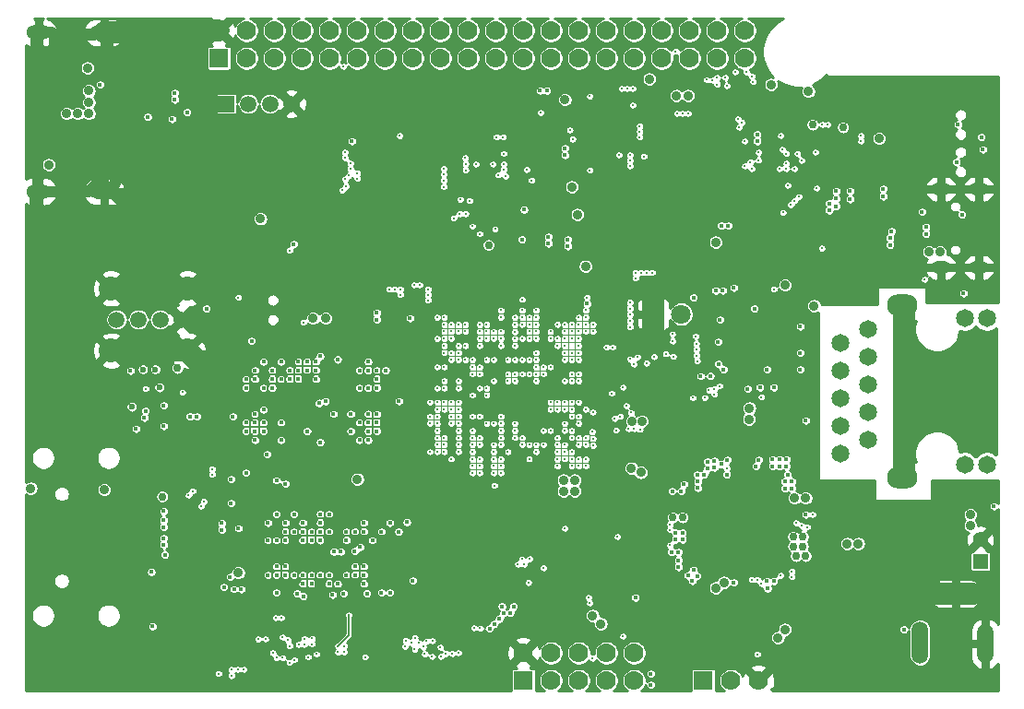
<source format=gbr>
%TF.GenerationSoftware,KiCad,Pcbnew,5.1.5-52549c5~84~ubuntu18.04.1*%
%TF.CreationDate,2020-02-11T15:54:30+02:00*%
%TF.ProjectId,A64-OlinuXino_Rev_G,4136342d-4f6c-4696-9e75-58696e6f5f52,G*%
%TF.SameCoordinates,Original*%
%TF.FileFunction,Copper,L2,Inr*%
%TF.FilePolarity,Positive*%
%FSLAX46Y46*%
G04 Gerber Fmt 4.6, Leading zero omitted, Abs format (unit mm)*
G04 Created by KiCad (PCBNEW 5.1.5-52549c5~84~ubuntu18.04.1) date 2020-02-11 15:54:30*
%MOMM*%
%LPD*%
G04 APERTURE LIST*
%TA.AperFunction,ViaPad*%
%ADD10O,2.800000X2.000000*%
%TD*%
%TA.AperFunction,ViaPad*%
%ADD11C,1.650000*%
%TD*%
%TA.AperFunction,ViaPad*%
%ADD12O,2.300000X1.300000*%
%TD*%
%TA.AperFunction,ViaPad*%
%ADD13O,2.700000X1.300000*%
%TD*%
%TA.AperFunction,ViaPad*%
%ADD14C,1.778000*%
%TD*%
%TA.AperFunction,ViaPad*%
%ADD15R,1.778000X1.778000*%
%TD*%
%TA.AperFunction,ViaPad*%
%ADD16C,5.500000*%
%TD*%
%TA.AperFunction,ViaPad*%
%ADD17C,1.500000*%
%TD*%
%TA.AperFunction,ViaPad*%
%ADD18C,2.200000*%
%TD*%
%TA.AperFunction,ViaPad*%
%ADD19R,1.500000X1.500000*%
%TD*%
%TA.AperFunction,ViaPad*%
%ADD20O,1.800000X1.200000*%
%TD*%
%TA.AperFunction,ViaPad*%
%ADD21R,1.422400X1.422400*%
%TD*%
%TA.AperFunction,ViaPad*%
%ADD22R,0.400000X0.400000*%
%TD*%
%TA.AperFunction,ViaPad*%
%ADD23R,1.400000X1.400000*%
%TD*%
%TA.AperFunction,ViaPad*%
%ADD24C,1.400000*%
%TD*%
%TA.AperFunction,ViaPad*%
%ADD25C,1.800000*%
%TD*%
%TA.AperFunction,ViaPad*%
%ADD26R,1.800000X1.800000*%
%TD*%
%TA.AperFunction,ViaPad*%
%ADD27O,3.700000X1.500000*%
%TD*%
%TA.AperFunction,ViaPad*%
%ADD28O,1.500000X3.600000*%
%TD*%
%TA.AperFunction,ViaPad*%
%ADD29O,1.500000X3.900000*%
%TD*%
%TA.AperFunction,ViaPad*%
%ADD30C,0.750000*%
%TD*%
%TA.AperFunction,ViaPad*%
%ADD31C,0.900000*%
%TD*%
%TA.AperFunction,ViaPad*%
%ADD32C,0.450000*%
%TD*%
%TA.AperFunction,ViaPad*%
%ADD33C,0.327000*%
%TD*%
%TA.AperFunction,ViaPad*%
%ADD34C,0.600000*%
%TD*%
%TA.AperFunction,ViaPad*%
%ADD35C,0.406400*%
%TD*%
%TA.AperFunction,Conductor*%
%ADD36C,0.106600*%
%TD*%
%TA.AperFunction,Conductor*%
%ADD37C,0.762000*%
%TD*%
%TA.AperFunction,Conductor*%
%ADD38C,0.127000*%
%TD*%
%TA.AperFunction,Conductor*%
%ADD39C,0.406400*%
%TD*%
%TA.AperFunction,Conductor*%
%ADD40C,2.032000*%
%TD*%
%TA.AperFunction,Conductor*%
%ADD41C,1.016000*%
%TD*%
%TA.AperFunction,Conductor*%
%ADD42C,0.508000*%
%TD*%
%TA.AperFunction,Conductor*%
%ADD43C,1.270000*%
%TD*%
%TA.AperFunction,Conductor*%
%ADD44C,2.540000*%
%TD*%
%TA.AperFunction,Conductor*%
%ADD45C,0.203200*%
%TD*%
%TA.AperFunction,Conductor*%
%ADD46C,0.254000*%
%TD*%
G04 APERTURE END LIST*
D10*
%TO.N,Net-(C196-Pad2)*%
%TO.C,LAN1*%
X180823000Y-80036000D03*
X180823000Y-64236000D03*
D11*
%TO.N,/USB&HDMI\002CWiFi&BT\002CEthernet\002CLCD/PHYAD0*%
X188595000Y-78867000D03*
%TO.N,/USB&HDMI\002CWiFi&BT\002CEthernet\002CLCD/VDD33*%
X186563000Y-78867000D03*
%TO.N,/USB&HDMI\002CWiFi&BT\002CEthernet\002CLCD/PHYAD1*%
X188595000Y-65405000D03*
%TO.N,/USB&HDMI\002CWiFi&BT\002CEthernet\002CLCD/VDD33*%
X186563000Y-65405000D03*
%TO.N,/USB&HDMI\002CWiFi&BT\002CEthernet\002CLCD/MDI[3]-*%
X175133000Y-77851000D03*
%TO.N,/USB&HDMI\002CWiFi&BT\002CEthernet\002CLCD/MDI[3]+*%
X177673000Y-76581000D03*
%TO.N,/USB&HDMI\002CWiFi&BT\002CEthernet\002CLCD/MDI[2]-*%
X175133000Y-75311000D03*
%TO.N,/USB&HDMI\002CWiFi&BT\002CEthernet\002CLCD/MDI[2]+*%
X177673000Y-74041000D03*
%TO.N,Net-(C200-Pad2)*%
X175133000Y-72771000D03*
%TO.N,Net-(C199-Pad2)*%
X177673000Y-71501000D03*
%TO.N,/USB&HDMI\002CWiFi&BT\002CEthernet\002CLCD/MDI[1]-*%
X175133000Y-70231000D03*
%TO.N,/USB&HDMI\002CWiFi&BT\002CEthernet\002CLCD/MDI[1]+*%
X177673000Y-68961000D03*
%TO.N,/USB&HDMI\002CWiFi&BT\002CEthernet\002CLCD/MDI[0]-*%
X175133000Y-67691000D03*
%TO.N,/USB&HDMI\002CWiFi&BT\002CEthernet\002CLCD/MDI[0]+*%
X177673000Y-66421000D03*
%TD*%
D12*
%TO.N,GND*%
%TO.C,HDMI1*%
X101547000Y-39182000D03*
X101547000Y-53782000D03*
D13*
X107597000Y-53782000D03*
X107597000Y-39182000D03*
%TD*%
D14*
%TO.N,UART3-RX*%
%TO.C,UEXT1*%
X148590000Y-96139000D03*
%TO.N,UART3-TX*%
X148590000Y-98679000D03*
%TO.N,GND*%
X146050000Y-96139000D03*
D15*
%TO.N,+3V3*%
X146050000Y-98679000D03*
D14*
%TO.N,TWI1-SCK*%
X151130000Y-98679000D03*
%TO.N,TWI1-SDA*%
X151130000Y-96139000D03*
%TO.N,/Power Supply\002C Extensions and MiPi-DSI/UEXT-MOSI*%
X153670000Y-96139000D03*
%TO.N,/Power Supply\002C Extensions and MiPi-DSI/UEXT-MISO*%
X153670000Y-98679000D03*
%TO.N,/Power Supply\002C Extensions and MiPi-DSI/UEXT-CLK*%
X156210000Y-98679000D03*
%TO.N,/Power Supply\002C Extensions and MiPi-DSI/UEXT-CS*%
X156210000Y-96139000D03*
%TD*%
D16*
%TO.N,GND*%
%TO.C,Mounting_hole2*%
X114500000Y-96600000D03*
%TD*%
%TO.N,GND*%
%TO.C,Mounting_hole3*%
X113000000Y-40900000D03*
%TD*%
%TO.N,GND*%
%TO.C,Mounting_hole1*%
X172800000Y-96600000D03*
%TD*%
D17*
%TO.N,GND*%
%TO.C,USB1*%
X114712000Y-65532000D03*
%TO.N,/USB&HDMI\002CWiFi&BT\002CEthernet\002CLCD/USB1-DP*%
X112712000Y-65532000D03*
%TO.N,/USB&HDMI\002CWiFi&BT\002CEthernet\002CLCD/USB1-DM*%
X110712000Y-65532000D03*
%TO.N,Net-(C74-Pad1)*%
X108712000Y-65532000D03*
D18*
%TO.N,GND*%
X108212000Y-68382000D03*
X108212000Y-62682000D03*
X115212000Y-68382000D03*
X115212000Y-62682000D03*
%TD*%
D17*
%TO.N,GND*%
%TO.C,HSIC1*%
X124793000Y-45720000D03*
%TO.N,Net-(HSIC1-Pad3)*%
X122793000Y-45720000D03*
%TO.N,Net-(HSIC1-Pad2)*%
X120793000Y-45720000D03*
D19*
%TO.N,Net-(HSIC1-Pad1)*%
X118793000Y-45720000D03*
%TD*%
D20*
%TO.N,GND*%
%TO.C,USB-OTG1*%
X187842000Y-53550000D03*
X184372000Y-53550000D03*
X184372000Y-60750000D03*
X187842000Y-60750000D03*
%TD*%
D21*
%TO.N,GND*%
%TO.C,U15*%
X166624000Y-67310000D03*
%TD*%
%TO.N,GND*%
%TO.C,U14*%
X165862000Y-84645500D03*
D22*
X168062000Y-83845500D03*
X167362000Y-83845500D03*
X166662000Y-83845500D03*
X166662000Y-83145500D03*
X166662000Y-82445500D03*
X165062000Y-82445500D03*
X165062000Y-83145500D03*
X165062000Y-83845500D03*
X164362000Y-83845500D03*
X163662000Y-83845500D03*
X163662000Y-85445500D03*
X164362000Y-85445500D03*
X165062000Y-85445500D03*
X165062000Y-86145500D03*
X165062000Y-86845500D03*
X166662000Y-86845500D03*
X166662000Y-86145500D03*
X166662000Y-85445500D03*
X167362000Y-85445500D03*
X168062000Y-85445500D03*
%TD*%
D14*
%TO.N,PC4*%
%TO.C,GPIO1*%
X140970000Y-38989000D03*
%TO.N,/Power Supply\002C Extensions and MiPi-DSI/PE7*%
X140970000Y-41529000D03*
%TO.N,/Power Supply\002C Extensions and MiPi-DSI/PB4*%
X138430000Y-38989000D03*
%TO.N,/Power Supply\002C Extensions and MiPi-DSI/PE6*%
X138430000Y-41529000D03*
%TO.N,/Power Supply\002C Extensions and MiPi-DSI/PB3*%
X135890000Y-38989000D03*
%TO.N,/Power Supply\002C Extensions and MiPi-DSI/PE5*%
X135890000Y-41529000D03*
%TO.N,/Power Supply\002C Extensions and MiPi-DSI/PB2*%
X133350000Y-38989000D03*
%TO.N,/Power Supply\002C Extensions and MiPi-DSI/PE4*%
X133350000Y-41529000D03*
%TO.N,/Power Supply\002C Extensions and MiPi-DSI/PB1*%
X130810000Y-38989000D03*
%TO.N,/Power Supply\002C Extensions and MiPi-DSI/PE3*%
X130810000Y-41529000D03*
%TO.N,AP-RESET#*%
X120650000Y-38989000D03*
%TO.N,+3V3*%
X120650000Y-41529000D03*
%TO.N,GND*%
X118110000Y-38989000D03*
D15*
%TO.N,+5V*%
X118110000Y-41529000D03*
D14*
%TO.N,/Power Supply\002C Extensions and MiPi-DSI/PE0*%
X123190000Y-41529000D03*
%TO.N,UBOOT*%
X123190000Y-38989000D03*
%TO.N,KEYADC*%
X125730000Y-38989000D03*
%TO.N,/Power Supply\002C Extensions and MiPi-DSI/PE1*%
X125730000Y-41529000D03*
%TO.N,/Power Supply\002C Extensions and MiPi-DSI/PE2*%
X128270000Y-41529000D03*
%TO.N,/Power Supply\002C Extensions and MiPi-DSI/PB0*%
X128270000Y-38989000D03*
%TO.N,PL10*%
X153670000Y-38989000D03*
%TO.N,/Power Supply\002C Extensions and MiPi-DSI/PE12*%
X153670000Y-41529000D03*
%TO.N,/Power Supply\002C Extensions and MiPi-DSI/PE11*%
X151130000Y-41529000D03*
%TO.N,PL9*%
X151130000Y-38989000D03*
%TO.N,PL8*%
X148590000Y-38989000D03*
%TO.N,/Power Supply\002C Extensions and MiPi-DSI/PE10*%
X148590000Y-41529000D03*
%TO.N,/Power Supply\002C Extensions and MiPi-DSI/PE8*%
X143510000Y-41529000D03*
%TO.N,PC7*%
X143510000Y-38989000D03*
%TO.N,/Power Supply\002C Extensions and MiPi-DSI/PE9*%
X146050000Y-41529000D03*
%TO.N,PL7*%
X146050000Y-38989000D03*
%TO.N,/Power Supply\002C Extensions and MiPi-DSI/PE13*%
X156210000Y-41529000D03*
%TO.N,PL11*%
X156210000Y-38989000D03*
%TO.N,/Power Supply\002C Extensions and MiPi-DSI/PE14*%
X158750000Y-41529000D03*
%TO.N,PL12*%
X158750000Y-38989000D03*
%TO.N,/Power Supply\002C Extensions and MiPi-DSI/PE15*%
X161290000Y-41529000D03*
%TO.N,/Power Supply\002C Extensions and MiPi-DSI/1.8V_DVDD-CSI*%
X161290000Y-38989000D03*
%TO.N,/Power Supply\002C Extensions and MiPi-DSI/PE16\005CPOWERON*%
X163830000Y-41529000D03*
%TO.N,/Power Supply\002C Extensions and MiPi-DSI/2.8V_AVDD-CSI*%
X163830000Y-38989000D03*
%TO.N,/Power Supply\002C Extensions and MiPi-DSI/PE17\005CGPIO_LED*%
X166370000Y-41529000D03*
%TO.N,VCC-PE*%
X166370000Y-38989000D03*
%TD*%
%TO.N,GND*%
%TO.C,DBG_UART1*%
X167640000Y-98679000D03*
%TO.N,Net-(D4-Pad1)*%
X165100000Y-98679000D03*
D15*
%TO.N,Net-(DBG_UART1-Pad1)*%
X162560000Y-98679000D03*
%TD*%
D23*
%TO.N,VBAT*%
%TO.C,LIPO_BAT1*%
X187982860Y-87749380D03*
D24*
%TO.N,GND*%
X187980320Y-85737700D03*
%TD*%
D25*
%TO.N,Net-(C211-Pad2)*%
%TO.C,PHYRST1*%
X160528000Y-65024000D03*
D26*
%TO.N,GND*%
X157988000Y-65024000D03*
%TD*%
D27*
%TO.N,GND*%
%TO.C,PWR1*%
X185695000Y-90724000D03*
D28*
X188441000Y-95324000D03*
D29*
%TO.N,+5V_EXT*%
X182441000Y-95174000D03*
%TD*%
D30*
%TO.N,+5V_EXT*%
X171704000Y-85471000D03*
X170815000Y-85471000D03*
D31*
%TO.N,+5V*%
X153162000Y-93472000D03*
X152399998Y-92710000D03*
X104140000Y-46609000D03*
X106172000Y-45593000D03*
X106172000Y-44513500D03*
D32*
X143383000Y-93472000D03*
X142938492Y-93916500D03*
D31*
X121911591Y-56269409D03*
X105156000Y-46609000D03*
X106172000Y-46609000D03*
X178689000Y-48895000D03*
X157607000Y-43434000D03*
X170058510Y-62357000D03*
D33*
%TO.N,GND*%
X158932011Y-67706761D03*
X142240000Y-48800000D03*
X141732000Y-48800000D03*
X142748000Y-46482000D03*
D32*
X143002000Y-97917000D03*
X143002000Y-99314000D03*
X143637000Y-99314000D03*
X166878000Y-60642500D03*
D33*
X143973490Y-65974531D03*
X142250000Y-50038000D03*
X138747500Y-50863500D03*
D34*
X147900000Y-48641000D03*
D31*
X153797000Y-56007000D03*
D33*
X142240000Y-52250000D03*
X142748000Y-52250000D03*
D32*
X161163000Y-62547500D03*
X161226500Y-61912500D03*
D31*
X163576000Y-59598410D03*
D32*
X167767000Y-58864500D03*
X167766994Y-58166000D03*
X153568442Y-50190442D03*
D31*
X110744000Y-94488000D03*
D30*
X112915212Y-87871788D03*
D32*
X159385000Y-99314000D03*
D31*
X139336162Y-90897899D03*
X137922000Y-91007737D03*
D32*
X126689621Y-90631695D03*
X132334000Y-90677994D03*
X136510500Y-90600000D03*
X135841000Y-90600000D03*
X134490259Y-90490259D03*
X131000500Y-90677994D03*
X130175006Y-90678000D03*
X171831000Y-72770992D03*
X121885000Y-67437000D03*
X123444000Y-67437000D03*
X125349000Y-67437000D03*
X127254000Y-67437000D03*
D33*
X148525000Y-75075000D03*
D35*
X142675000Y-73775000D03*
D32*
X132200000Y-85000000D03*
X134600000Y-85800000D03*
X130600000Y-89800000D03*
X134600000Y-84200000D03*
X133000000Y-89800000D03*
X133000000Y-84200000D03*
D33*
X145275000Y-77025000D03*
X145275000Y-77675000D03*
X143975000Y-77675000D03*
X144625000Y-77025000D03*
X142025000Y-77675000D03*
X138775000Y-78325000D03*
X137475000Y-79625000D03*
X142025000Y-75725000D03*
D32*
X128200000Y-84200000D03*
X122600000Y-90600000D03*
X123400000Y-84200000D03*
X124200000Y-83400000D03*
X133400000Y-75800000D03*
X130200000Y-75000000D03*
X129000000Y-76800000D03*
X128600000Y-75000000D03*
X129800000Y-69200000D03*
X129400000Y-70200000D03*
X125222000Y-78613000D03*
X122428000Y-78613000D03*
X126200000Y-75000000D03*
X121400000Y-69400000D03*
X124600000Y-69400000D03*
X128200000Y-69200000D03*
D33*
X142025000Y-73775000D03*
X142025000Y-71175000D03*
X143325000Y-70525000D03*
X142675000Y-71175000D03*
D32*
X178689000Y-56769000D03*
D31*
X181737000Y-49657000D03*
D32*
X184404000Y-43434000D03*
X185674000Y-43434000D03*
X173990000Y-43434000D03*
D33*
X149175000Y-71175000D03*
D31*
X171831000Y-88265000D03*
X157226000Y-89408000D03*
X156210000Y-89408000D03*
D33*
X147875000Y-78325000D03*
X147225000Y-76375000D03*
X148525000Y-77025000D03*
X147225000Y-75725000D03*
D31*
X148971000Y-83820000D03*
X176784000Y-92202000D03*
D32*
X180340000Y-88900000D03*
X179641500Y-88900000D03*
X175387000Y-88582500D03*
X175196500Y-89281000D03*
D31*
X187452000Y-82169000D03*
X187452000Y-81026000D03*
X155829000Y-84709000D03*
X172085000Y-75819000D03*
X155829000Y-86741000D03*
D32*
X171831000Y-73533000D03*
D31*
X189103000Y-46101000D03*
X187325000Y-46101000D03*
X181610000Y-54991000D03*
X169672000Y-44577000D03*
X182753000Y-49657000D03*
D33*
X145275000Y-69875000D03*
X144625000Y-69875000D03*
X145925000Y-69875000D03*
X146575000Y-69875000D03*
X145925000Y-71825000D03*
X146575000Y-71175000D03*
X145925000Y-71175000D03*
X145275000Y-71825000D03*
X144625000Y-71825000D03*
X143975000Y-71825000D03*
X143325000Y-71825000D03*
X143975000Y-71175000D03*
X146575000Y-71825000D03*
X147225000Y-71825000D03*
X147875000Y-71825000D03*
X148525000Y-72475000D03*
D35*
X147225000Y-73125000D03*
X147875000Y-73125000D03*
X143975000Y-72475000D03*
D33*
X143325000Y-72475000D03*
D35*
X144625000Y-72475000D03*
X145275000Y-72475000D03*
X145925000Y-72475000D03*
X146575000Y-72475000D03*
X147225000Y-72475000D03*
X147875000Y-72475000D03*
D33*
X148525000Y-74425000D03*
X149175000Y-74425000D03*
D35*
X147875000Y-73775000D03*
X143325000Y-73125000D03*
X142675000Y-73125000D03*
X143975000Y-73125000D03*
X144625000Y-73125000D03*
X145275000Y-73125000D03*
X145925000Y-73125000D03*
X146575000Y-73125000D03*
X147225000Y-73775000D03*
X146575000Y-73775000D03*
X145925000Y-73775000D03*
X145275000Y-73775000D03*
X144625000Y-73775000D03*
X143975000Y-73775000D03*
X143325000Y-73775000D03*
X147875000Y-74425000D03*
X147225000Y-74425000D03*
X146575000Y-74425000D03*
X146575000Y-75075000D03*
X147225000Y-75075000D03*
D33*
X143325000Y-74425000D03*
X145275000Y-74425000D03*
D32*
X130600000Y-84200000D03*
X132200000Y-84200000D03*
X119200000Y-83100000D03*
D31*
X102108000Y-76327000D03*
D32*
X113792000Y-48895000D03*
X113792000Y-51816000D03*
X113792000Y-45974000D03*
X111506000Y-45974000D03*
X111506000Y-48895000D03*
X111506000Y-51816000D03*
X107188000Y-46228000D03*
X107188000Y-49276000D03*
X107188000Y-50800000D03*
X107188000Y-43307000D03*
D33*
X145925000Y-74425000D03*
X152425000Y-65325000D03*
X139425000Y-75725000D03*
X138775000Y-75075000D03*
X140725000Y-67275000D03*
D31*
X184658000Y-55118000D03*
X183642000Y-55118000D03*
X123571000Y-58928000D03*
X107569000Y-80010000D03*
X102362000Y-95504000D03*
X102362000Y-94361000D03*
X101092000Y-76327000D03*
X148971000Y-84836000D03*
D32*
X144272000Y-99314000D03*
D31*
X174503225Y-60584225D03*
X167132000Y-54737000D03*
D32*
X185039000Y-43815000D03*
X185039000Y-45593000D03*
X186436000Y-45593000D03*
X179959000Y-45974000D03*
X184023000Y-46355000D03*
X131000000Y-75800000D03*
X128200000Y-76800000D03*
X131000000Y-69400000D03*
X123800000Y-75800000D03*
X122200000Y-76600000D03*
D31*
X129794000Y-67183000D03*
X107188000Y-91186000D03*
X113538000Y-55880000D03*
X114681000Y-55880000D03*
D32*
X172085000Y-66167000D03*
X126365000Y-51054000D03*
X124714000Y-49403000D03*
D31*
X161290000Y-76835000D03*
D33*
X145925000Y-66625000D03*
D32*
X132600000Y-69400000D03*
D33*
X138125000Y-64675000D03*
D32*
X131800000Y-71000000D03*
X125222000Y-65659000D03*
X132600000Y-76600000D03*
X122809000Y-48514000D03*
D31*
X118364000Y-48260000D03*
X120142000Y-48260000D03*
X121793000Y-48260000D03*
D32*
X123825000Y-48514000D03*
D31*
X122555000Y-58928000D03*
X146500000Y-60600000D03*
X146500000Y-59600000D03*
D32*
X154813000Y-48895000D03*
X178689000Y-56134000D03*
D31*
X176911000Y-63500000D03*
X177927000Y-63500000D03*
D32*
X184912000Y-62484000D03*
D31*
X129857500Y-44577000D03*
X130810000Y-44577000D03*
X128905000Y-46863000D03*
X129857500Y-46863000D03*
X127952500Y-46863000D03*
D32*
X100838000Y-83185000D03*
D31*
X163322000Y-46741510D03*
X162306000Y-46741510D03*
D32*
X175387000Y-49657000D03*
X174752000Y-49657000D03*
D35*
X147875000Y-75075000D03*
D31*
X101092000Y-44323000D03*
X101092000Y-46101000D03*
X101092000Y-48006000D03*
X101092000Y-49784000D03*
X101092000Y-51562000D03*
X106299000Y-51943000D03*
X106299000Y-50038000D03*
X101092000Y-41021000D03*
X101092000Y-42672000D03*
D32*
X159385000Y-98679000D03*
X159385000Y-97917000D03*
X124200000Y-90600000D03*
X125800000Y-83400000D03*
X129000000Y-89000000D03*
X132200000Y-89800000D03*
X120600000Y-76600000D03*
X123000000Y-69400000D03*
X126200000Y-71000000D03*
X132080000Y-64262000D03*
X118364000Y-83566000D03*
X116459000Y-77597000D03*
X116459000Y-76962000D03*
D31*
X107188000Y-89662000D03*
X101092000Y-99060000D03*
X102235000Y-97917000D03*
X101092000Y-96774000D03*
X101092000Y-94361000D03*
D32*
X179451000Y-90678000D03*
D31*
X147447000Y-58674000D03*
D30*
X146558000Y-58674000D03*
D32*
X143637000Y-97536000D03*
D31*
X127571500Y-58928000D03*
X128524000Y-59944000D03*
X127571500Y-59944000D03*
D33*
X141668500Y-52250000D03*
X142250000Y-51250000D03*
X142748000Y-49657000D03*
X142750000Y-48800000D03*
X142750000Y-50250000D03*
X147200000Y-53250000D03*
X147900000Y-52250000D03*
X147900000Y-51250000D03*
D32*
X179430320Y-45545808D03*
X175387000Y-43434000D03*
X174625000Y-43434000D03*
X186690000Y-43434000D03*
X187706000Y-43434000D03*
X189357000Y-43434000D03*
X188658500Y-43434000D03*
X189357000Y-44069000D03*
X189357000Y-44704000D03*
X189357000Y-45339000D03*
X186182000Y-43815000D03*
X187198000Y-43815000D03*
X188188600Y-43815000D03*
D31*
X183007000Y-47371000D03*
D32*
X182753000Y-43434000D03*
X176022000Y-43434000D03*
X180594000Y-45974000D03*
X183514992Y-45592992D03*
X182753000Y-45974000D03*
X185674000Y-44450000D03*
X186690000Y-44450000D03*
X187706000Y-44450000D03*
X188595000Y-44450000D03*
X180721000Y-45085000D03*
D31*
%TO.N,+1.5V*%
X166795562Y-73660000D03*
D32*
X125285509Y-90678003D03*
X131698994Y-90678000D03*
X129540000Y-90678000D03*
X131800000Y-76600000D03*
X130600000Y-89000000D03*
X133000000Y-90600000D03*
X133800000Y-90600000D03*
X135354607Y-84148773D03*
X133000000Y-85000000D03*
X129800000Y-85000000D03*
X135900000Y-89500000D03*
X123400000Y-90600000D03*
X127400000Y-85000000D03*
X123400000Y-83400000D03*
X125000000Y-83400000D03*
X131000000Y-76600000D03*
X132600000Y-75800000D03*
X130200000Y-75800000D03*
X127400000Y-76800000D03*
X128600000Y-74200000D03*
X131800000Y-69400000D03*
X131000000Y-70200000D03*
X132600000Y-70200000D03*
X133400000Y-70200000D03*
X126200000Y-75800000D03*
X122200000Y-69400000D03*
X123800000Y-69400000D03*
X127000000Y-70200000D03*
X126200000Y-70200000D03*
X119200000Y-82400000D03*
D33*
X142025000Y-74425000D03*
X141375000Y-74425000D03*
D31*
X166751000Y-74676000D03*
D33*
X145275000Y-75725000D03*
X145275000Y-75075000D03*
X143975000Y-75075000D03*
X143975000Y-76375000D03*
X143975000Y-75725000D03*
X143325000Y-75075000D03*
X142675000Y-75075000D03*
D32*
X131400000Y-84200000D03*
X133800000Y-84200000D03*
X134600000Y-85000000D03*
D33*
X143975000Y-74425000D03*
D32*
X129000000Y-69200000D03*
X123800000Y-76600000D03*
X121400000Y-76600000D03*
X128200000Y-89000000D03*
X121100000Y-67500000D03*
%TO.N,/VREF0_DDR3*%
X127400000Y-68900000D03*
X126600000Y-89800000D03*
X123800000Y-75000000D03*
X119900000Y-84700000D03*
X119200000Y-80200000D03*
X119380000Y-74422000D03*
D33*
%TO.N,/S0SVREF*%
X141375000Y-76375000D03*
D31*
X130800000Y-80200000D03*
D32*
%TO.N,+3V3*%
X156337000Y-91059000D03*
D30*
X142858872Y-58686709D03*
D33*
X145275000Y-67936832D03*
X145275000Y-67289861D03*
X144625000Y-69225000D03*
D31*
X149860000Y-45333490D03*
D32*
X130302000Y-49149000D03*
X157734000Y-99060000D03*
X124968000Y-58610488D03*
D31*
X155956000Y-79184500D03*
X156839490Y-79565500D03*
D33*
X148525000Y-69875000D03*
D32*
X180975000Y-93980000D03*
D33*
X147875000Y-70525000D03*
D31*
X119888000Y-88773000D03*
D32*
X186309000Y-55880000D03*
X144221200Y-92519500D03*
X143827500Y-93027500D03*
D31*
X163703000Y-58420000D03*
D33*
X147875000Y-69875000D03*
D31*
X151003000Y-55880000D03*
X161163000Y-44952490D03*
X160083500Y-44958000D03*
X100838000Y-81026000D03*
X107569000Y-81153000D03*
X172212000Y-44577000D03*
D32*
X118357157Y-84207843D03*
D33*
%TO.N,Net-(C37-Pad2)*%
X140250000Y-54500000D03*
D32*
%TO.N,GNDA*%
X132588000Y-65532000D03*
X132588000Y-64897000D03*
D33*
X137475000Y-73125000D03*
D34*
X112649000Y-71755000D03*
D30*
X112903000Y-81788000D03*
D32*
X118364000Y-84836000D03*
D33*
%TO.N,/NAND Flash \002C eMMC\002C T-Card and Audio/MBIAS*%
X140075000Y-71175000D03*
D32*
X113030000Y-85598000D03*
%TO.N,+3.0VA*%
X160274000Y-86868000D03*
D33*
X141375000Y-70525000D03*
X145925000Y-69225000D03*
D32*
X159639000Y-86868000D03*
D31*
X127889000Y-65405000D03*
D34*
X110109000Y-73533000D03*
D32*
%TO.N,+1V8*%
X170688000Y-81026000D03*
X170053000Y-81026000D03*
D33*
X140075000Y-71825000D03*
D31*
X126746000Y-65405000D03*
D34*
X111125000Y-70104000D03*
D30*
X172593000Y-47625000D03*
D33*
%TO.N,Net-(C51-Pad1)*%
X138775000Y-73125000D03*
%TO.N,/NAND Flash \002C eMMC\002C T-Card and Audio/MICIN1P*%
X116712992Y-82232500D03*
X138125000Y-69875000D03*
D32*
%TO.N,Net-(C54-Pad2)*%
X135636000Y-65405000D03*
D33*
X142025000Y-71825000D03*
X141375000Y-72475000D03*
%TO.N,Net-(C55-Pad1)*%
X138125000Y-71825000D03*
D32*
%TO.N,Net-(C57-Pad2)*%
X113030000Y-86233000D03*
X119126000Y-89154000D03*
D33*
%TO.N,Net-(C59-Pad1)*%
X138125000Y-73125000D03*
%TO.N,/NAND Flash \002C eMMC\002C T-Card and Audio/MICIN1N*%
X138775000Y-69875000D03*
X116459000Y-82677000D03*
%TO.N,Net-(C61-Pad1)*%
X140075000Y-73125000D03*
%TO.N,Net-(C61-Pad2)*%
X140075000Y-73775000D03*
D31*
%TO.N,+5V_USBOTG*%
X183261000Y-59309000D03*
D30*
X171958000Y-87249000D03*
X171069000Y-87249000D03*
D31*
X184277000Y-59309000D03*
D33*
%TO.N,Net-(C68-Pad2)*%
X182880000Y-61849000D03*
%TO.N,/USB&HDMI\002CWiFi&BT\002CEthernet\002CLCD/USB0-VBUSDET*%
X156743424Y-75620325D03*
X172974000Y-53467000D03*
D32*
X179705000Y-58674000D03*
%TO.N,+3.3VD*%
X162052000Y-81013774D03*
D33*
X145275000Y-69225000D03*
D32*
X162052000Y-80391000D03*
D30*
X114300000Y-69977000D03*
D31*
X102489000Y-51308000D03*
D32*
%TO.N,+3.3VWiFiIO*%
X164768310Y-78422500D03*
X164211000Y-78803500D03*
D33*
X147225000Y-68575000D03*
D32*
X150114000Y-58166000D03*
X150114000Y-58801000D03*
X164846000Y-56896000D03*
X164211000Y-56896000D03*
X174752000Y-53721000D03*
%TO.N,VCC-PL*%
X160020000Y-85725000D03*
X176022000Y-54483000D03*
X160655000Y-85725000D03*
D33*
X142675000Y-69225000D03*
D32*
X176022000Y-53721000D03*
%TO.N,1.1V_CPUS*%
X168910000Y-78359000D03*
X179070000Y-53530500D03*
D33*
X142025000Y-69875000D03*
D32*
X169545000Y-78359000D03*
X179070000Y-54229000D03*
X146113500Y-55435500D03*
D31*
%TO.N,1.1V_CPUX*%
X150749000Y-81280000D03*
D33*
X149175000Y-78975000D03*
X149175000Y-78325000D03*
X149825000Y-78325000D03*
X150475000Y-78325000D03*
X151125000Y-78325000D03*
X151125000Y-78975000D03*
X150475000Y-78975000D03*
X151775000Y-78325000D03*
X151775000Y-78975000D03*
X149175000Y-77675000D03*
X149825000Y-77675000D03*
X150475000Y-77675000D03*
X149175000Y-76375000D03*
X148525000Y-75725000D03*
X149825000Y-77025000D03*
X149175000Y-77025000D03*
D31*
X149733000Y-80264000D03*
X149733000Y-81280000D03*
X150749000Y-80269520D03*
D32*
%TO.N,Net-(C125-Pad2)*%
X160782000Y-80645000D03*
%TO.N,IPS*%
X159702500Y-81280012D03*
X168910000Y-78994000D03*
X167646119Y-78414380D03*
X144082889Y-91883111D03*
D31*
X170942000Y-81915000D03*
X171958000Y-81915000D03*
D30*
X170815000Y-86360000D03*
X171704000Y-86360000D03*
D31*
X164465000Y-89662000D03*
D32*
X160274000Y-87630000D03*
X160274000Y-88265000D03*
D30*
X160655000Y-83693000D03*
X159766000Y-83693000D03*
D32*
X162941000Y-78587600D03*
X162941000Y-79222600D03*
X167386000Y-78994000D03*
X169545000Y-78994000D03*
D31*
X187071000Y-83439000D03*
X187071000Y-84455000D03*
D32*
X160528000Y-81280000D03*
D31*
X163703000Y-90170000D03*
D33*
X164719000Y-79184500D03*
D32*
X164719000Y-79756000D03*
D31*
%TO.N,Net-(C135-Pad1)*%
X176784000Y-86106000D03*
X175768000Y-86106000D03*
D32*
%TO.N,VBAT*%
X171958000Y-83439000D03*
D31*
%TO.N,Net-(C143-Pad2)*%
X170053000Y-93980000D03*
X169418000Y-94742000D03*
D32*
%TO.N,Net-(C149-Pad1)*%
X161988500Y-89090500D03*
X161544000Y-89535000D03*
%TO.N,3.0V_RTC*%
X168465498Y-90233502D03*
D33*
X141375000Y-69225000D03*
D32*
X168402000Y-89535000D03*
X116967000Y-64516000D03*
D34*
X112268000Y-70104000D03*
D31*
%TO.N,1.1V_SYS*%
X156004016Y-74878590D03*
X156915685Y-74871985D03*
D33*
X142675000Y-71825000D03*
X143325000Y-71175000D03*
X142675000Y-72475000D03*
X145275000Y-70525000D03*
X144625000Y-70525000D03*
X145925000Y-70525000D03*
X146575000Y-70525000D03*
X147225000Y-70525000D03*
X147225000Y-69875000D03*
X147225000Y-71175000D03*
X145275000Y-71175000D03*
X144625000Y-71175000D03*
%TO.N,AP-RESET#*%
X167005000Y-89408000D03*
X167894000Y-72644000D03*
X140075000Y-68575000D03*
X129540000Y-42291000D03*
D32*
X185928000Y-47625000D03*
D33*
X177038000Y-48641000D03*
D32*
%TO.N,/Power Supply\002C Extensions and MiPi-DSI/3.3V_MIPI*%
X144843500Y-92455998D03*
X161988500Y-79756000D03*
X162623500Y-79756000D03*
X145161000Y-91871800D03*
%TO.N,/Power Supply\002C Extensions and MiPi-DSI/2.8V_AVDD-CSI*%
X174752000Y-55118000D03*
X174752000Y-54419500D03*
X163576000Y-78486000D03*
X163576000Y-79121000D03*
%TO.N,VCC-PE*%
X174117000Y-54864000D03*
X160655000Y-85090000D03*
X160020000Y-85090000D03*
X174117000Y-55499000D03*
D31*
X151759490Y-60642500D03*
%TO.N,/Power Supply\002C Extensions and MiPi-DSI/1.8V_DVDD-CSI*%
X168783000Y-43942000D03*
D32*
X170688000Y-80391000D03*
X170053000Y-80391000D03*
%TO.N,Net-(C174-Pad2)*%
X170307000Y-79756000D03*
D33*
%TO.N,Net-(C177-Pad2)*%
X172085000Y-84582000D03*
D32*
X185801000Y-51054000D03*
D33*
X177038000Y-49149000D03*
D32*
%TO.N,1.2V_HSIC*%
X170180000Y-78359000D03*
X148336000Y-57912000D03*
X170180000Y-78994000D03*
D33*
X143325000Y-69225000D03*
D30*
X175387000Y-47879000D03*
D32*
X148336000Y-58547000D03*
X147574000Y-44513500D03*
X148208996Y-44513500D03*
%TO.N,Net-(C181-Pad2)*%
X169037000Y-89535000D03*
D33*
%TO.N,Net-(C183-Pad1)*%
X138127943Y-67272057D03*
X136525000Y-62357000D03*
%TO.N,Net-(C184-Pad1)*%
X138775000Y-67925000D03*
X136017000Y-62357000D03*
%TO.N,Net-(C188-Pad2)*%
X146575000Y-69225000D03*
D32*
X145923000Y-58166000D03*
D33*
%TO.N,Net-(C192-Pad2)*%
X141375000Y-69875000D03*
%TO.N,KEYADC*%
X133731000Y-62738000D03*
%TO.N,Net-(D4-Pad2)*%
X167513000Y-96266000D03*
D32*
X157734000Y-98044000D03*
D33*
X150475000Y-75725000D03*
%TO.N,Net-(DBG_UART1-Pad1)*%
X148525000Y-73125000D03*
D32*
%TO.N,Net-(FET1-Pad3)*%
X107188000Y-43942000D03*
D33*
%TO.N,/USB&HDMI\002CWiFi&BT\002CEthernet\002CLCD/HCEC*%
X140725000Y-66625000D03*
D32*
X111569500Y-46926500D03*
X113792000Y-47117000D03*
D31*
%TO.N,Net-(FUSE1-Pad2)*%
X106045000Y-42418000D03*
D33*
%TO.N,/Power Supply\002C Extensions and MiPi-DSI/PE16*%
X151775000Y-65975000D03*
X163830000Y-43942000D03*
%TO.N,/Power Supply\002C Extensions and MiPi-DSI/PE15*%
X157861000Y-61214000D03*
%TO.N,PL12*%
X140075000Y-65975000D03*
%TO.N,/Power Supply\002C Extensions and MiPi-DSI/PE14*%
X152425000Y-66625000D03*
%TO.N,PL11*%
X139425000Y-67275000D03*
%TO.N,/Power Supply\002C Extensions and MiPi-DSI/PE13*%
X150475000Y-65975000D03*
%TO.N,PL10*%
X139425000Y-65975000D03*
%TO.N,/Power Supply\002C Extensions and MiPi-DSI/PE12*%
X151775000Y-66625000D03*
X164719000Y-44069000D03*
%TO.N,PL9*%
X139425000Y-66625000D03*
%TO.N,/Power Supply\002C Extensions and MiPi-DSI/PE11*%
X149825000Y-65975000D03*
X156083000Y-44323000D03*
%TO.N,PL8*%
X138775000Y-65975000D03*
%TO.N,/Power Supply\002C Extensions and MiPi-DSI/PE10*%
X163385500Y-43561000D03*
X151775000Y-65325000D03*
%TO.N,PL7*%
X138775000Y-67275000D03*
%TO.N,/Power Supply\002C Extensions and MiPi-DSI/PE9*%
X164592000Y-43307000D03*
X150475000Y-68575000D03*
%TO.N,PC7*%
X155575000Y-44323000D03*
X147225000Y-67275000D03*
%TO.N,/Power Supply\002C Extensions and MiPi-DSI/PE8*%
X152425000Y-65975000D03*
X163830000Y-43307000D03*
%TO.N,/Power Supply\002C Extensions and MiPi-DSI/PE0*%
X151125000Y-67925000D03*
X166370000Y-49149000D03*
%TO.N,UBOOT*%
X134747000Y-63246000D03*
X119888000Y-63500000D03*
X140725000Y-69225000D03*
%TO.N,/Power Supply\002C Extensions and MiPi-DSI/PE1*%
X151775000Y-64675000D03*
X161163000Y-46609000D03*
%TO.N,/Power Supply\002C Extensions and MiPi-DSI/PE2*%
X151125000Y-65325000D03*
X160147000Y-46609000D03*
%TO.N,/Power Supply\002C Extensions and MiPi-DSI/PB0*%
X148525000Y-73775000D03*
X160020000Y-40894000D03*
%TO.N,/Power Supply\002C Extensions and MiPi-DSI/PE3*%
X151125000Y-65975000D03*
X160655000Y-46609000D03*
%TO.N,/Power Supply\002C Extensions and MiPi-DSI/PB1*%
X155702000Y-75565000D03*
X167132000Y-43688000D03*
%TO.N,/Power Supply\002C Extensions and MiPi-DSI/PE4*%
X165862000Y-47879000D03*
X151125000Y-67275000D03*
%TO.N,/Power Supply\002C Extensions and MiPi-DSI/PB2*%
X149175000Y-73125000D03*
X165481000Y-42799000D03*
%TO.N,/Power Supply\002C Extensions and MiPi-DSI/PE5*%
X166116000Y-47434500D03*
X149825000Y-68575000D03*
%TO.N,/Power Supply\002C Extensions and MiPi-DSI/PB3*%
X156211018Y-75568392D03*
X167005000Y-43180000D03*
%TO.N,/Power Supply\002C Extensions and MiPi-DSI/PE6*%
X149825000Y-66625000D03*
X156083000Y-45847000D03*
%TO.N,/Power Supply\002C Extensions and MiPi-DSI/PB4*%
X149825000Y-75725000D03*
X166497000Y-42799000D03*
%TO.N,/Power Supply\002C Extensions and MiPi-DSI/PE7*%
X165728094Y-47100810D03*
X150475000Y-67275000D03*
%TO.N,PC4*%
X147225000Y-66625000D03*
X154813000Y-50419000D03*
X155067000Y-44323000D03*
%TO.N,/USB&HDMI\002CWiFi&BT\002CEthernet\002CLCD/HSCL*%
X142025000Y-65975000D03*
D32*
X115189000Y-46482000D03*
D33*
%TO.N,/USB&HDMI\002CWiFi&BT\002CEthernet\002CLCD/HSDA*%
X140075000Y-66625000D03*
D32*
X114046000Y-45339000D03*
D33*
%TO.N,/NAND Flash \002C eMMC\002C T-Card and Audio/HPOUTR*%
X138775000Y-71825000D03*
D32*
X115443000Y-74422000D03*
D33*
%TO.N,/NAND Flash \002C eMMC\002C T-Card and Audio/HPOUTFB*%
X138775000Y-73775000D03*
X125857000Y-65786000D03*
X111379000Y-71882000D03*
%TO.N,/NAND Flash \002C eMMC\002C T-Card and Audio/HPOUTL*%
X138775000Y-71175000D03*
D32*
X116078000Y-74422000D03*
D33*
%TO.N,TWI0-SDA*%
X123046810Y-96139000D03*
X127063500Y-96249810D03*
X150475000Y-73775000D03*
%TO.N,TWI0-SCK*%
X123380500Y-96583500D03*
X126301500Y-96520000D03*
X149825000Y-73125000D03*
%TO.N,PH11*%
X146621498Y-87503000D03*
X142082629Y-93884750D03*
X151125000Y-77025000D03*
%TO.N,PH10*%
X146502839Y-89678190D03*
X125410454Y-95360810D03*
X150475000Y-74425000D03*
%TO.N,/USB&HDMI\002CWiFi&BT\002CEthernet\002CLCD/LCD_D7*%
X156517484Y-68980625D03*
X141526348Y-93840743D03*
%TO.N,/USB&HDMI\002CWiFi&BT\002CEthernet\002CLCD/LCD_D6*%
X138938000Y-96202500D03*
X149175000Y-67925000D03*
%TO.N,/USB&HDMI\002CWiFi&BT\002CEthernet\002CLCD/LCD_D5*%
X131508500Y-96520000D03*
X151125000Y-70525000D03*
%TO.N,/USB&HDMI\002CWiFi&BT\002CEthernet\002CLCD/LCD_D4*%
X138475893Y-96457840D03*
X149825000Y-67275000D03*
%TO.N,/USB&HDMI\002CWiFi&BT\002CEthernet\002CLCD/LCD_D3*%
X138430000Y-95614810D03*
X151125000Y-68575000D03*
%TO.N,/USB&HDMI\002CWiFi&BT\002CEthernet\002CLCD/LCD_D2*%
X137664084Y-96475376D03*
X151125000Y-66625000D03*
%TO.N,/USB&HDMI\002CWiFi&BT\002CEthernet\002CLCD/LCD_D20*%
X155828998Y-69151500D03*
X137160000Y-95059500D03*
%TO.N,/USB&HDMI\002CWiFi&BT\002CEthernet\002CLCD/LCD_D10*%
X135242014Y-94997657D03*
X154686000Y-85471000D03*
X150475000Y-73125000D03*
%TO.N,/USB&HDMI\002CWiFi&BT\002CEthernet\002CLCD/LCD_D11*%
X135182253Y-95567679D03*
X151125000Y-69225000D03*
%TO.N,/NAND Flash \002C eMMC\002C T-Card and Audio/SDC0-D2*%
X152420972Y-74044695D03*
D32*
X113030006Y-83121500D03*
D33*
%TO.N,/NAND Flash \002C eMMC\002C T-Card and Audio/SDC0-D3*%
X151775000Y-76375000D03*
D32*
X113030000Y-83947000D03*
%TO.N,/NAND Flash \002C eMMC\002C T-Card and Audio/SDC0-CMD*%
X113030000Y-84582000D03*
D33*
X149175000Y-73775000D03*
%TO.N,Net-(MICRO_SD1-Pad5)*%
X154552373Y-75698631D03*
D32*
X113157000Y-87122000D03*
%TO.N,/NAND Flash \002C eMMC\002C T-Card and Audio/SDC0-D0*%
X120142000Y-90297000D03*
D33*
X149825000Y-71175000D03*
%TO.N,/NAND Flash \002C eMMC\002C T-Card and Audio/SDC0-D1*%
X151761058Y-73767839D03*
D32*
X119497313Y-90287101D03*
D33*
%TO.N,/NAND Flash \002C eMMC\002C T-Card and Audio/SDC0-DET#*%
X154432000Y-74612500D03*
D32*
X118560803Y-90100188D03*
D33*
%TO.N,/Power Supply\002C Extensions and MiPi-DSI/MIPI-DSI-RST*%
X146113500Y-88011000D03*
X151125000Y-76375000D03*
%TO.N,/Power Supply\002C Extensions and MiPi-DSI/MIPI-DSI-BKL*%
X145542000Y-87995338D03*
X149825000Y-75075000D03*
%TO.N,/Power Supply\002C Extensions and MiPi-DSI/DSI-D0N*%
X124449847Y-94965564D03*
X129667000Y-50673000D03*
X147225000Y-64675000D03*
%TO.N,/Power Supply\002C Extensions and MiPi-DSI/MIPI-DSI-EN*%
X145906348Y-87535235D03*
X150475000Y-76375000D03*
%TO.N,/Power Supply\002C Extensions and MiPi-DSI/DSI-D0P*%
X124587000Y-95504000D03*
X129667000Y-50165000D03*
X147225000Y-65325000D03*
%TO.N,/Power Supply\002C Extensions and MiPi-DSI/DSI-CKN*%
X145917010Y-65325000D03*
X123317000Y-92916680D03*
X130810000Y-52578000D03*
%TO.N,/Power Supply\002C Extensions and MiPi-DSI/DSI-D1N*%
X121706248Y-94882054D03*
X130175000Y-51689000D03*
X146575000Y-65975000D03*
%TO.N,/Power Supply\002C Extensions and MiPi-DSI/DSI-CKP*%
X145917010Y-64675000D03*
X123825000Y-92916680D03*
X130810000Y-52070000D03*
%TO.N,/Power Supply\002C Extensions and MiPi-DSI/DSI-D1P*%
X122373619Y-94869000D03*
X130175000Y-51181000D03*
X146575000Y-65325000D03*
%TO.N,/Power Supply\002C Extensions and MiPi-DSI/DSI-D3N*%
X143973490Y-65325000D03*
X129603500Y-96075500D03*
X129413000Y-53657500D03*
%TO.N,/Power Supply\002C Extensions and MiPi-DSI/DSI-D2N*%
X145274828Y-65970510D03*
X129032000Y-95504000D03*
X130019806Y-92662680D03*
X129667000Y-52641506D03*
%TO.N,/Power Supply\002C Extensions and MiPi-DSI/DSI-D3P*%
X143973490Y-64675000D03*
X129587310Y-95504000D03*
X129794000Y-53276500D03*
%TO.N,/Power Supply\002C Extensions and MiPi-DSI/DSI-D2P*%
X145270039Y-65323539D03*
X129031994Y-96075500D03*
X130048000Y-52302844D03*
D32*
%TO.N,Net-(PWRON1-Pad1)*%
X188214000Y-49911000D03*
%TO.N,/S0SRST*%
X122600000Y-84200000D03*
D33*
X139425000Y-73775000D03*
D32*
X120600000Y-71000000D03*
D33*
%TO.N,Net-(R3-Pad2)*%
X141375000Y-78975000D03*
%TO.N,Net-(R4-Pad2)*%
X141375000Y-78325000D03*
D32*
%TO.N,Net-(R9-Pad1)*%
X128524000Y-90805000D03*
%TO.N,Net-(R13-Pad1)*%
X125857000Y-90932000D03*
D33*
%TO.N,/USB&HDMI\002CWiFi&BT\002CEthernet\002CLCD/USB0-ID*%
X172847000Y-50165000D03*
X151125000Y-75075000D03*
D32*
X182626000Y-55626000D03*
D33*
%TO.N,USB0-DRV*%
X169672000Y-89027000D03*
X169037000Y-62738000D03*
%TO.N,Net-(R41-Pad2)*%
X173431200Y-58978800D03*
%TO.N,USB1-DRV*%
X140208306Y-55812381D03*
X124587000Y-59182000D03*
%TO.N,/USB&HDMI\002CWiFi&BT\002CEthernet\002CLCD/HHPD*%
X140725000Y-65975000D03*
D32*
X114046000Y-44704000D03*
D33*
%TO.N,Net-(R54-Pad1)*%
X169545000Y-51689000D03*
%TO.N,/USB&HDMI\002CWiFi&BT\002CEthernet\002CLCD/WL-SDIO-CLK*%
X149177690Y-65975000D03*
X166877994Y-51054000D03*
X155829000Y-50927000D03*
%TO.N,Net-(R60-Pad1)*%
X169868034Y-55695034D03*
%TO.N,AP-CK32KO*%
X167005000Y-51689000D03*
X137287000Y-62738000D03*
%TO.N,/USB&HDMI\002CWiFi&BT\002CEthernet\002CLCD/EPHY-RST#*%
X156192758Y-69617697D03*
X150475000Y-70525000D03*
%TO.N,TWI1-SCK*%
X152400000Y-96647000D03*
X152427112Y-77107427D03*
%TO.N,UART3-RX*%
X152353811Y-75813485D03*
%TO.N,TWI1-SDA*%
X151125000Y-74425000D03*
%TO.N,Net-(R83-Pad1)*%
X159512000Y-86249190D03*
%TO.N,/Power Supply\002C Extensions and MiPi-DSI/DC5SET*%
X171069000Y-84201000D03*
%TO.N,AP-NMI#*%
X120396000Y-97663000D03*
X142025000Y-67925000D03*
X171577000Y-84455000D03*
X170688000Y-89154000D03*
X134700000Y-48650000D03*
%TO.N,Net-(R86-Pad1)*%
X159512000Y-84328000D03*
D32*
X179832000Y-57404000D03*
D33*
%TO.N,Net-(R87-Pad1)*%
X159511460Y-84836006D03*
D32*
X179705000Y-58039000D03*
D33*
%TO.N,PMU-SCK*%
X167513000Y-89408000D03*
X152146000Y-91567000D03*
X139425000Y-68575000D03*
X134747000Y-62738000D03*
D32*
X110490000Y-75565000D03*
%TO.N,Net-(R89-Pad1)*%
X188087000Y-48768000D03*
D33*
%TO.N,PMU-SDA*%
X118062690Y-98044000D03*
X167894000Y-89772804D03*
X155194000Y-94615000D03*
X138775000Y-68575000D03*
X134239000Y-62738000D03*
D32*
X109982000Y-70231000D03*
D33*
%TO.N,Net-(R96-Pad1)*%
X142025000Y-70525000D03*
%TO.N,Net-(R97-Pad1)*%
X151125000Y-73125000D03*
%TO.N,Net-(R98-Pad1)*%
X154152527Y-72298580D03*
%TO.N,/NAND Flash \002C eMMC\002C T-Card and Audio/HP-DET*%
X139425000Y-73125000D03*
X114744500Y-72199500D03*
%TO.N,/USB&HDMI\002CWiFi&BT\002CEthernet\002CLCD/WL-SDIO-D3*%
X157353000Y-61214000D03*
X167640000Y-50165000D03*
%TO.N,/USB&HDMI\002CWiFi&BT\002CEthernet\002CLCD/WL-SDIO-D0*%
X148525000Y-67275000D03*
X166370004Y-51435000D03*
X155829000Y-51435000D03*
%TO.N,/USB&HDMI\002CWiFi&BT\002CEthernet\002CLCD/WL-SDIO-D2*%
X150475000Y-66625000D03*
X157099000Y-50546000D03*
X169799000Y-49911000D03*
%TO.N,/USB&HDMI\002CWiFi&BT\002CEthernet\002CLCD/WL-SDIO-D1*%
X156845000Y-61214000D03*
X170180000Y-51689000D03*
%TO.N,/USB&HDMI\002CWiFi&BT\002CEthernet\002CLCD/WL-SDIO-CMD*%
X167608250Y-50895250D03*
X148525000Y-66625000D03*
X155829000Y-50419000D03*
%TO.N,/USB&HDMI\002CWiFi&BT\002CEthernet\002CLCD/BT-UART-RX*%
X155829000Y-65659000D03*
X171577000Y-50927000D03*
%TO.N,/USB&HDMI\002CWiFi&BT\002CEthernet\002CLCD/WL-PMU-EN*%
X170180000Y-50292000D03*
X137287000Y-63246000D03*
%TO.N,/USB&HDMI\002CWiFi&BT\002CEthernet\002CLCD/BT-RST-N*%
X137287000Y-63754000D03*
X170180000Y-51181000D03*
%TO.N,SPI0_CLK*%
X119253000Y-97663000D03*
X150304500Y-48133000D03*
X146575000Y-66625000D03*
%TO.N,SPI0_MOSI*%
X119253000Y-98234500D03*
X150558500Y-48958500D03*
X147225000Y-65975000D03*
%TO.N,SPI0_CS*%
X119824500Y-97663000D03*
X152146000Y-45021500D03*
X152146000Y-51816000D03*
X146575000Y-67275000D03*
%TO.N,Net-(T1-Pad3)*%
X172593000Y-83439000D03*
X170688000Y-88646000D03*
%TO.N,/USB&HDMI\002CWiFi&BT\002CEthernet\002CLCD/BT-UART-TX*%
X156337000Y-61214000D03*
X170942000Y-51689000D03*
%TO.N,/USB&HDMI\002CWiFi&BT\002CEthernet\002CLCD/BT-PCM-DOUT*%
X156337000Y-61722000D03*
X170307000Y-53213000D03*
%TO.N,/USB&HDMI\002CWiFi&BT\002CEthernet\002CLCD/AP-WAKE-BT*%
X173990000Y-47625000D03*
X138775000Y-66625000D03*
X156718000Y-47752000D03*
%TO.N,/USB&HDMI\002CWiFi&BT\002CEthernet\002CLCD/BT-PCM-DIN*%
X155829000Y-64516000D03*
X170947534Y-54615534D03*
%TO.N,/USB&HDMI\002CWiFi&BT\002CEthernet\002CLCD/BT-PCM-SYNC*%
X155829000Y-63944500D03*
X171323000Y-54245190D03*
%TO.N,/USB&HDMI\002CWiFi&BT\002CEthernet\002CLCD/WL-WAKE-AP*%
X169672000Y-48641000D03*
X140725000Y-67925000D03*
X156718000Y-48768000D03*
%TO.N,/USB&HDMI\002CWiFi&BT\002CEthernet\002CLCD/BT-WAKE-AP*%
X140075000Y-67925000D03*
X156718000Y-48260000D03*
X173482000Y-47625000D03*
%TO.N,/S0SDQ1*%
X141375000Y-79625000D03*
D32*
X130600000Y-85000000D03*
%TO.N,/S0SDQ5*%
X129800000Y-85800000D03*
D33*
X142025000Y-79625000D03*
D32*
%TO.N,/S0SDQ3*%
X130600000Y-88200000D03*
D33*
X143325000Y-79625000D03*
%TO.N,/S0SDQ6*%
X143975000Y-79625000D03*
D32*
X129800000Y-89000000D03*
%TO.N,/S0SDQM2*%
X130200000Y-74200000D03*
X134620000Y-73025000D03*
D33*
%TO.N,/S0SDQ4*%
X142025000Y-78975000D03*
D32*
X132200000Y-85800000D03*
D33*
%TO.N,/S0SDQM0*%
X143383000Y-80772000D03*
D32*
X131400000Y-88200000D03*
D33*
%TO.N,/S0SDQ7*%
X143975000Y-78975000D03*
D32*
X131400000Y-89800000D03*
%TO.N,/S0SA8*%
X122600000Y-89000000D03*
D33*
X139425000Y-78325000D03*
D32*
X120600000Y-75800000D03*
%TO.N,/S0SA6*%
X123400000Y-89000000D03*
D33*
X141375000Y-77675000D03*
D32*
X121400000Y-75800000D03*
D33*
%TO.N,/S0SDQ2*%
X142025000Y-78325000D03*
D32*
X131400000Y-85000000D03*
%TO.N,/S0SCKE0*%
X128200000Y-89800000D03*
D33*
X143325000Y-77675000D03*
D32*
X123400000Y-80300000D03*
D33*
%TO.N,/S0SDQ0*%
X143975000Y-78325000D03*
D32*
X131400000Y-89000000D03*
%TO.N,/S0SBA1*%
X125800000Y-89800000D03*
D33*
X147225000Y-77675000D03*
D32*
X120600000Y-79600000D03*
%TO.N,/S0SDQ26*%
X131000000Y-75000000D03*
D33*
X137475000Y-77675000D03*
D32*
%TO.N,/S0SDQ25*%
X131800000Y-75800000D03*
D33*
X138125000Y-77675000D03*
%TO.N,/S0SA9*%
X138775000Y-77675000D03*
D32*
X123400000Y-85800000D03*
X121400000Y-71000000D03*
D33*
%TO.N,/S0SA7*%
X140075000Y-77675000D03*
D32*
X124200000Y-84200000D03*
X121400000Y-70200000D03*
D33*
%TO.N,/S0SA5*%
X141375000Y-77025000D03*
D32*
X124200000Y-85000000D03*
X123000000Y-71000000D03*
%TO.N,/S0SA14*%
X123400000Y-88200000D03*
D33*
X143325000Y-77025000D03*
D32*
X120600000Y-75000000D03*
D33*
%TO.N,/S0SA10*%
X144625000Y-77675000D03*
D32*
X127400000Y-89000000D03*
X122500000Y-77900000D03*
D33*
%TO.N,/S0SA1*%
X146575000Y-78325000D03*
D32*
X125000000Y-89000000D03*
X122200000Y-75000000D03*
D33*
%TO.N,/S0SA15*%
X147225000Y-77025000D03*
D32*
X126600000Y-89000000D03*
X122200000Y-73800000D03*
%TO.N,/S0SA11*%
X124200000Y-88200000D03*
D33*
X147875000Y-77025000D03*
D32*
X121400000Y-75000000D03*
D33*
%TO.N,/S0SDQ27*%
X138125000Y-77025000D03*
D32*
X131800000Y-75000000D03*
D33*
%TO.N,/S0SDQ24*%
X138775000Y-77025000D03*
D32*
X132600000Y-75000000D03*
D33*
%TO.N,/S0SODT0*%
X140075000Y-77025000D03*
D32*
X127400000Y-83400000D03*
X126200000Y-69400000D03*
D33*
%TO.N,/S0SCS0*%
X140075000Y-76375000D03*
D32*
X126600000Y-85000000D03*
X125400000Y-70200000D03*
D33*
%TO.N,/S0SCS1*%
X142025000Y-77025000D03*
D32*
X127400000Y-84200000D03*
X125400000Y-69400000D03*
D33*
%TO.N,/S0SA12*%
X143975000Y-77025000D03*
D32*
X125800000Y-89000000D03*
X121400000Y-74200000D03*
%TO.N,/S0SA2*%
X124200000Y-85800000D03*
D33*
X145925000Y-77025000D03*
D32*
X122200000Y-71800000D03*
%TO.N,/S0SA0*%
X125800000Y-85800000D03*
D33*
X145925000Y-76375000D03*
D32*
X123000000Y-71800000D03*
D33*
%TO.N,UART3-TX*%
X151775000Y-77025000D03*
D32*
%TO.N,/S0SBA2*%
X125800000Y-85000000D03*
D33*
X138775000Y-76375000D03*
D32*
X123800000Y-71000000D03*
%TO.N,/S0SCKE1*%
X129000000Y-89800000D03*
D33*
X142025000Y-76375000D03*
D32*
X124200000Y-80600000D03*
%TO.N,/S0SA3*%
X125000000Y-85000000D03*
X123000000Y-70200000D03*
D33*
X145275000Y-76375000D03*
%TO.N,/S0SA4*%
X146575000Y-77025000D03*
D32*
X124200000Y-89000000D03*
X122200000Y-75800000D03*
D33*
%TO.N,VDDFB-CPUX*%
X152019000Y-91059000D03*
X147875000Y-75725000D03*
D32*
X165354000Y-89662000D03*
D33*
X149860000Y-84709000D03*
%TO.N,/S0SDQ28*%
X137475000Y-75075000D03*
D32*
X132600000Y-71800000D03*
%TO.N,/S0SDQM3*%
X131000000Y-71800000D03*
D33*
X138125000Y-75075000D03*
%TO.N,/S0SODT1*%
X140075000Y-75725000D03*
D32*
X128200000Y-83400000D03*
X127000000Y-69400000D03*
%TO.N,/S0SRAS*%
X128200000Y-85000000D03*
D33*
X141375000Y-75725000D03*
D32*
X127000000Y-71000000D03*
D33*
%TO.N,/S0SDQ29*%
X137475000Y-74425000D03*
D32*
X131800000Y-71800000D03*
D33*
%TO.N,/S0SDQ30*%
X138125000Y-74425000D03*
D32*
X132600000Y-71000000D03*
%TO.N,/S0SWE*%
X126600000Y-85800000D03*
D33*
X139425000Y-74425000D03*
D32*
X124600000Y-71000000D03*
%TO.N,/S0SBA0*%
X125800000Y-84200000D03*
D33*
X139425000Y-75075000D03*
D32*
X124600000Y-70200000D03*
D33*
%TO.N,/S0SA13*%
X140075000Y-75075000D03*
D32*
X122600000Y-85800000D03*
X120600000Y-71800000D03*
%TO.N,/S0SDQ31*%
X131800000Y-70200000D03*
D33*
X138125000Y-73775000D03*
D32*
%TO.N,/S0SCAS*%
X127400000Y-85800000D03*
D33*
X140075000Y-74425000D03*
D32*
X125400000Y-71000000D03*
D33*
%TO.N,/USB&HDMI\002CWiFi&BT\002CEthernet\002CLCD/BT-UART-CTS*%
X155829000Y-66210034D03*
X171196000Y-50292000D03*
%TO.N,/USB&HDMI\002CWiFi&BT\002CEthernet\002CLCD/BT-PCM-CLK*%
X155829000Y-65087500D03*
X170566534Y-54996534D03*
%TO.N,Net-(HSIC1-Pad2)*%
X142675000Y-67275000D03*
%TO.N,Net-(HSIC1-Pad3)*%
X142025000Y-67275000D03*
D32*
%TO.N,/S0SDQS0_N*%
X130556000Y-86804500D03*
D33*
X143325000Y-78975000D03*
%TO.N,/S0SDQS0_P*%
X143325000Y-78325000D03*
D32*
X131052024Y-86427010D03*
%TO.N,/S0SCK_N*%
X128651000Y-86842600D03*
X127300000Y-73200000D03*
%TO.N,/S0SCK_P*%
X129286000Y-86842600D03*
X127889000Y-73025000D03*
%TO.N,/S0SDQS3_N*%
X132600000Y-74200000D03*
D33*
X138125000Y-76375000D03*
%TO.N,/S0SDQS3_P*%
X138125000Y-75725000D03*
D32*
X131800000Y-74200000D03*
%TO.N,Net-(3.3V/VCC-PE:2.8V1-Pad2)*%
X151892000Y-64071500D03*
D33*
X149175000Y-67275000D03*
D31*
%TO.N,Net-(C196-Pad2)*%
X182245000Y-75565000D03*
X185420000Y-75565000D03*
X188595000Y-75565000D03*
X187325000Y-74295000D03*
X184150000Y-74295000D03*
X180975000Y-74295000D03*
X182245000Y-73025000D03*
X185420000Y-73025000D03*
X188595000Y-73025000D03*
X187325000Y-71755000D03*
X184150000Y-71755000D03*
X180975000Y-71755000D03*
X182245000Y-70485000D03*
X185420000Y-70485000D03*
X188595000Y-70485000D03*
X187325000Y-69215000D03*
X184785000Y-69215000D03*
X181610000Y-69215000D03*
D32*
%TO.N,/USB&HDMI\002CWiFi&BT\002CEthernet\002CLCD/VDD33*%
X163196469Y-70724810D03*
X171450000Y-70104000D03*
D31*
X172720000Y-64262000D03*
D32*
X165354000Y-62611000D03*
X164084000Y-65532000D03*
X167767000Y-71755000D03*
X162312090Y-70731592D03*
%TO.N,Net-(C204-Pad2)*%
X163929017Y-67564000D03*
X166624000Y-71882062D03*
X164407620Y-70104000D03*
X161671000Y-63500000D03*
X163957000Y-69596000D03*
X169037000Y-71755000D03*
%TO.N,Net-(C207-Pad2)*%
X171450000Y-66167000D03*
X171450000Y-68580000D03*
X167259000Y-64516000D03*
D33*
%TO.N,Net-(R105-Pad2)*%
X161846837Y-67056000D03*
D32*
%TO.N,Net-(R111-Pad2)*%
X171958000Y-74803000D03*
X189230000Y-82677000D03*
%TO.N,Net-(R113-Pad2)*%
X168402000Y-70104000D03*
X186436000Y-63119000D03*
%TO.N,Net-(R119-Pad1)*%
X164338000Y-62865000D03*
D33*
%TO.N,Net-(RM15-Pad1.1)*%
X161908810Y-67754500D03*
%TO.N,Net-(RM15-Pad4.1)*%
X161987973Y-69342000D03*
%TO.N,Net-(RM15-Pad2.1)*%
X161925000Y-68262500D03*
%TO.N,Net-(RM15-Pad3.1)*%
X161935903Y-68827070D03*
%TO.N,VCC-PC*%
X144415190Y-52386207D03*
D32*
X149860000Y-49784000D03*
X167513000Y-49149000D03*
X167513000Y-48514000D03*
D33*
X147225000Y-69225000D03*
D31*
X150495000Y-53340000D03*
D33*
X140750000Y-51250000D03*
X146800000Y-52750000D03*
X146350000Y-51750000D03*
D32*
X149869000Y-50450000D03*
D33*
%TO.N,Net-(C42-Pad1)*%
X141683690Y-51248295D03*
X144195800Y-48768000D03*
X143586200Y-48768000D03*
%TO.N,/NAND Flash \002C eMMC\002C T-Card and Audio/LINEINL*%
X115315998Y-81661000D03*
X117475000Y-79756000D03*
%TO.N,/NAND Flash \002C eMMC\002C T-Card and Audio/LINEINR*%
X115697000Y-81280000D03*
X117475000Y-79248000D03*
%TO.N,USB0-D_P*%
X138125000Y-65325000D03*
D32*
X183007000Y-57023000D03*
D33*
%TO.N,USB0-D_N*%
X138775000Y-65325000D03*
D32*
X183007000Y-57658000D03*
%TO.N,Net-(C58-Pad1)*%
X111892699Y-88717991D03*
X111999567Y-93711567D03*
D33*
%TO.N,/NAND Flash \002C eMMC\002C T-Card and Audio/LINEOUTR*%
X139425000Y-69225000D03*
D32*
X111379000Y-73914000D03*
%TO.N,Net-(C86-Pad2)*%
X113030000Y-73406000D03*
D33*
%TO.N,/NAND Flash \002C eMMC\002C T-Card and Audio/LINEOUTL*%
X140075000Y-69225000D03*
D32*
X111252000Y-74549000D03*
%TO.N,Net-(C87-Pad2)*%
X113030000Y-75311000D03*
%TO.N,Net-(C151-Pad1)*%
X161671000Y-88519000D03*
X161163000Y-89027000D03*
D33*
%TO.N,Net-(C88-Pad2)*%
X155186685Y-71747679D03*
%TO.N,/Power Supply\002C Extensions and MiPi-DSI/UEXT-MISO*%
X147629294Y-46529310D03*
%TO.N,/NAND Flash \002C eMMC\002C T-Card and Audio/eMMC_CLK*%
X144250000Y-51231800D03*
%TO.N,/USB&HDMI\002CWiFi&BT\002CEthernet\002CLCD/GCLKIN\005CLCD_VSYNC*%
X155492130Y-73453310D03*
X126666310Y-94818200D03*
%TO.N,/USB&HDMI\002CWiFi&BT\002CEthernet\002CLCD/GRXCK\005CLCD_D18*%
X154240657Y-68072000D03*
X140081000Y-96125293D03*
%TO.N,/Power Supply\002C Extensions and MiPi-DSI/PE17\005CGPIO_LED*%
X151892000Y-63500000D03*
X162863800Y-43511209D03*
%TO.N,/USB&HDMI\002CWiFi&BT\002CEthernet\002CLCD/PH8\005CCTP-RST*%
X123952000Y-96583500D03*
X149825000Y-73775000D03*
%TO.N,/USB&HDMI\002CWiFi&BT\002CEthernet\002CLCD/PH7\005CCTP-INT*%
X147891498Y-88328500D03*
X152425000Y-76460456D03*
X124587000Y-97028000D03*
%TO.N,/USB&HDMI\002CWiFi&BT\002CEthernet\002CLCD/GMDC\005CLCD-PWM*%
X155934058Y-74071466D03*
X125031500Y-96774000D03*
X150475000Y-71175000D03*
%TO.N,/USB&HDMI\002CWiFi&BT\002CEthernet\002CLCD/GMDIO\005CLCD_PWR*%
X154949613Y-74422000D03*
X123941000Y-94690196D03*
D32*
X163703000Y-62865000D03*
D33*
%TO.N,/USB&HDMI\002CWiFi&BT\002CEthernet\002CLCD/GTXCK\005CLCD_DE*%
X162687000Y-72707500D03*
X125934153Y-95360810D03*
%TO.N,/USB&HDMI\002CWiFi&BT\002CEthernet\002CLCD/GTXD0\005CLCD_CLK*%
X163081705Y-71995295D03*
X125943259Y-94821690D03*
%TO.N,/USB&HDMI\002CWiFi&BT\002CEthernet\002CLCD/GTXCTL\005CLCD_HSYNC*%
X161607500Y-72721205D03*
X126641638Y-95328115D03*
%TO.N,/USB&HDMI\002CWiFi&BT\002CEthernet\002CLCD/GRXD0\005CLCD_D15*%
X158039584Y-68937807D03*
X137699174Y-95030515D03*
X150475000Y-69225000D03*
%TO.N,/USB&HDMI\002CWiFi&BT\002CEthernet\002CLCD/GRXD1\005CLCD_D14*%
X159104586Y-68673264D03*
X136997128Y-96242091D03*
X149825000Y-69225000D03*
%TO.N,/USB&HDMI\002CWiFi&BT\002CEthernet\002CLCD/GRXD2\005CLCD_D13*%
X157340002Y-69534471D03*
X136842500Y-95574719D03*
X151125000Y-71175000D03*
%TO.N,/USB&HDMI\002CWiFi&BT\002CEthernet\002CLCD/GRXD3\005CLCD_D12*%
X159794508Y-68927623D03*
X136071957Y-95830339D03*
X149825000Y-67925000D03*
%TO.N,/USB&HDMI\002CWiFi&BT\002CEthernet\002CLCD/GTXD1\005CLCD_D23*%
X163576000Y-72389990D03*
X135764996Y-95184664D03*
%TO.N,/USB&HDMI\002CWiFi&BT\002CEthernet\002CLCD/GTXD2\005CLCD_D22*%
X163576000Y-71882023D03*
X136080500Y-94742004D03*
%TO.N,/USB&HDMI\002CWiFi&BT\002CEthernet\002CLCD/GTXD3\005CLCD_D21*%
X164052219Y-71624899D03*
X136429129Y-95227328D03*
%TO.N,/USB&HDMI\002CWiFi&BT\002CEthernet\002CLCD/GRXCTL\005CLCD_D19*%
X159763666Y-67525379D03*
X153670000Y-68072000D03*
X139509502Y-96202500D03*
%TO.N,/NAND Flash \002C eMMC\002C T-Card and Audio/NAND0-RB0\005CSDC2-CMD*%
X143445063Y-57214937D03*
X143325000Y-67275000D03*
X144250000Y-51750000D03*
%TO.N,/NAND Flash \002C eMMC\002C T-Card and Audio/NAND0-DQS\005CSDC2-RST*%
X145928029Y-63676795D03*
X143747810Y-52250000D03*
%TO.N,/NAND Flash \002C eMMC\002C T-Card and Audio/NAND0-ALE\005CSDC2-DS*%
X144246600Y-50292000D03*
X143983690Y-67945000D03*
%TO.N,/NAND Flash \002C eMMC\002C T-Card and Audio/NAND0-DQ0\005CSDC2-D0*%
X145272969Y-66642890D03*
X138750000Y-52750000D03*
%TO.N,/NAND Flash \002C eMMC\002C T-Card and Audio/NAND0-RE\005CSDC2-CLK*%
X142053102Y-57661599D03*
X142025000Y-66625000D03*
%TO.N,/NAND Flash \002C eMMC\002C T-Card and Audio/NAND0-DQ4\005CSDC2-D4*%
X138747500Y-53340000D03*
X145925000Y-67275000D03*
%TO.N,/NAND Flash \002C eMMC\002C T-Card and Audio/NAND0-DQ1\005CSDC2-D1*%
X143975000Y-67275000D03*
X138747500Y-52197000D03*
%TO.N,/NAND Flash \002C eMMC\002C T-Card and Audio/NAND0-DQ5\005CSDC2-D5*%
X140747749Y-55812381D03*
X143975000Y-66625000D03*
%TO.N,/NAND Flash \002C eMMC\002C T-Card and Audio/NAND0-DQ2\005CSDC2-D2*%
X138731546Y-51657871D03*
X143325000Y-66625000D03*
%TO.N,/NAND Flash \002C eMMC\002C T-Card and Audio/NAND0-DQ3\005CSDC2-D3*%
X139642004Y-56216262D03*
X142675000Y-66625000D03*
%TO.N,/NAND Flash \002C eMMC\002C T-Card and Audio/NAND0-DQ6\005CSDC2-D6*%
X141097000Y-54609978D03*
X141377240Y-56959500D03*
X140750000Y-51816000D03*
X142675000Y-65975000D03*
%TO.N,/NAND Flash \002C eMMC\002C T-Card and Audio/NAND0-DQ7\005CSDC2-D7*%
X145925000Y-65975000D03*
X140716000Y-50673000D03*
%TO.N,Net-(R15-Pad1)*%
X143250000Y-51250000D03*
%TO.N,Net-(R107-Pad1)*%
X159709992Y-66858008D03*
%TD*%
D36*
%TO.N,GND*%
X152100000Y-73931791D02*
X152100000Y-73450000D01*
X151931791Y-74100000D02*
X152100000Y-73931791D01*
X149500000Y-74100000D02*
X151931791Y-74100000D01*
X152180908Y-77430908D02*
X152669092Y-77430908D01*
X152666063Y-76783937D02*
X152750000Y-76700000D01*
X152100000Y-76050000D02*
X152186966Y-76136966D01*
X152100000Y-76700000D02*
X152183937Y-76783937D01*
X152100000Y-77350000D02*
X152180908Y-77430908D01*
X152186966Y-76136966D02*
X152663034Y-76136966D01*
X152663034Y-76136966D02*
X152750000Y-76050000D01*
X152669092Y-77430908D02*
X152750000Y-77350000D01*
X152183937Y-76783937D02*
X152666063Y-76783937D01*
X147875000Y-73775000D02*
X148200000Y-73450000D01*
X151604257Y-73442829D02*
X152092829Y-73442829D01*
X152092829Y-73442829D02*
X152100000Y-73450000D01*
X151597086Y-73450000D02*
X151604257Y-73442829D01*
X148200000Y-73450000D02*
X151597086Y-73450000D01*
X144952971Y-65647029D02*
X144950000Y-65650000D01*
X148850000Y-65650000D02*
X145433071Y-65650000D01*
X145430100Y-65647029D02*
X144952971Y-65647029D01*
X145433071Y-65650000D02*
X145430100Y-65647029D01*
X145600000Y-67600000D02*
X145600000Y-65486743D01*
X145600000Y-65486743D02*
X145593529Y-65480272D01*
X145593529Y-64031471D02*
X145600000Y-64025000D01*
X145593529Y-65480272D02*
X145593529Y-64031471D01*
X144963342Y-67613342D02*
X144950000Y-67600000D01*
X151450000Y-66950000D02*
X151450000Y-65000000D01*
X145101326Y-66950000D02*
X145117697Y-66966371D01*
X145444612Y-66950000D02*
X151450000Y-66950000D01*
X145586658Y-67613342D02*
X144963342Y-67613342D01*
X141050000Y-66950000D02*
X145101326Y-66950000D01*
X145428241Y-66966371D02*
X145444612Y-66950000D01*
X145117697Y-66966371D02*
X145428241Y-66966371D01*
X152100000Y-65000000D02*
X152100000Y-65650000D01*
X151450000Y-65000000D02*
X152100000Y-65000000D01*
X140725000Y-67275000D02*
X141050000Y-66950000D01*
X145600000Y-67600000D02*
X145586658Y-67613342D01*
X143642947Y-65480272D02*
X143642947Y-65007053D01*
X143650000Y-65487325D02*
X143642947Y-65480272D01*
X143650000Y-67600000D02*
X143650000Y-65487325D01*
X143642947Y-65007053D02*
X143650000Y-65000000D01*
X143650000Y-65000000D02*
X143642947Y-64992947D01*
X143642947Y-64357053D02*
X143650000Y-64350000D01*
X143642947Y-64992947D02*
X143642947Y-64357053D01*
X143000000Y-68250000D02*
X143650000Y-67600000D01*
X143000000Y-68575000D02*
X143000000Y-68250000D01*
X149500000Y-69550000D02*
X149500000Y-66131443D01*
X149501171Y-66130272D02*
X149501171Y-65326171D01*
X149500000Y-66131443D02*
X149501171Y-66130272D01*
X149501171Y-65326171D02*
X149500000Y-65325000D01*
X138451424Y-66951424D02*
X138451424Y-67598576D01*
X138450000Y-66950000D02*
X138451424Y-66951424D01*
X138451424Y-67598576D02*
X138450000Y-67600000D01*
D37*
X117167000Y-99314000D02*
X120904000Y-99314000D01*
X114500000Y-96647000D02*
X117167000Y-99314000D01*
X110294001Y-94937999D02*
X110744000Y-94488000D01*
X108966000Y-98425000D02*
X108966000Y-96266000D01*
X108966000Y-96266000D02*
X110294001Y-94937999D01*
D38*
X126196319Y-90196319D02*
X126200000Y-90200000D01*
X124603681Y-90196319D02*
X126196319Y-90196319D01*
X124600000Y-90200000D02*
X124603681Y-90196319D01*
X125400000Y-89400000D02*
X125400000Y-90170000D01*
D39*
X132200000Y-90225796D02*
X132334000Y-90359796D01*
X132200000Y-89800000D02*
X132200000Y-90225796D01*
X132334000Y-90359796D02*
X132334000Y-90677994D01*
D38*
X130208500Y-90200000D02*
X130967000Y-90200000D01*
D39*
X131000500Y-90233500D02*
X131000500Y-90677994D01*
D38*
X130967000Y-90200000D02*
X132600000Y-90200000D01*
D39*
X130967000Y-90200000D02*
X131000500Y-90233500D01*
D38*
X129984869Y-90200000D02*
X130208500Y-90200000D01*
D39*
X130175006Y-90233494D02*
X130175006Y-90678000D01*
X130208500Y-90200000D02*
X130175006Y-90233494D01*
D38*
X129433131Y-90200000D02*
X129519312Y-90113819D01*
X129898688Y-90113819D02*
X129984869Y-90200000D01*
X128600000Y-90200000D02*
X129433131Y-90200000D01*
X129519312Y-90113819D02*
X129898688Y-90113819D01*
D40*
X167513000Y-82994500D02*
X167513000Y-80772000D01*
X165862000Y-84645500D02*
X167513000Y-82994500D01*
X165862000Y-84645500D02*
X165862000Y-80772000D01*
X164084000Y-82867500D02*
X164084000Y-81153000D01*
X165862000Y-84645500D02*
X164084000Y-82867500D01*
X165036500Y-83820000D02*
X163322000Y-83820000D01*
X165862000Y-84645500D02*
X165036500Y-83820000D01*
X165036500Y-85471000D02*
X162941000Y-85471000D01*
X165862000Y-84645500D02*
X165036500Y-85471000D01*
X163385500Y-87122000D02*
X162687000Y-87122000D01*
X165862000Y-84645500D02*
X163385500Y-87122000D01*
X164973000Y-85534500D02*
X164973000Y-87757000D01*
X165862000Y-84645500D02*
X164973000Y-85534500D01*
X166624000Y-85407500D02*
X166624000Y-87503000D01*
X165862000Y-84645500D02*
X166624000Y-85407500D01*
X168465500Y-87249000D02*
X168910000Y-87249000D01*
X165862000Y-84645500D02*
X168465500Y-87249000D01*
X166560500Y-85344000D02*
X169037000Y-85344000D01*
X165862000Y-84645500D02*
X166560500Y-85344000D01*
X166814500Y-83693000D02*
X169418000Y-83693000D01*
X165862000Y-84645500D02*
X166814500Y-83693000D01*
D41*
X106897000Y-53782000D02*
X107447000Y-53782000D01*
X106897000Y-52300000D02*
X106897000Y-53782000D01*
X106897000Y-51200000D02*
X106897000Y-52300000D01*
X106897000Y-51091000D02*
X106897000Y-51200000D01*
X101047000Y-53782000D02*
X101347000Y-53782000D01*
X103000000Y-53782000D02*
X101047000Y-53782000D01*
X106897000Y-53003000D02*
X106118000Y-53782000D01*
X106897000Y-52300000D02*
X106897000Y-53003000D01*
D42*
X106897000Y-51091000D02*
X107188000Y-50800000D01*
X106897000Y-51181000D02*
X106897000Y-51091000D01*
X106897000Y-51200000D02*
X106897000Y-51181000D01*
D41*
X101047000Y-39182000D02*
X101347000Y-39182000D01*
X102782000Y-39182000D02*
X101047000Y-39182000D01*
X103000000Y-39400000D02*
X102782000Y-39182000D01*
X106897000Y-39182000D02*
X107447000Y-39182000D01*
X106679000Y-39400000D02*
X106897000Y-39182000D01*
X103000000Y-39400000D02*
X106679000Y-39400000D01*
D36*
X152100000Y-73450000D02*
X153075000Y-73450000D01*
X149500000Y-75400000D02*
X153075000Y-75400000D01*
X148850000Y-75400000D02*
X149500000Y-75400000D01*
X148525000Y-75075000D02*
X148850000Y-75400000D01*
X149500000Y-76050000D02*
X150150000Y-76050000D01*
X149500000Y-75400000D02*
X149500000Y-76050000D01*
X152100000Y-76700000D02*
X150800000Y-76700000D01*
X152100000Y-76050000D02*
X152100000Y-76700000D01*
X151450000Y-77350000D02*
X152100000Y-77350000D01*
X151125000Y-77350000D02*
X151450000Y-77350000D01*
X150800000Y-77350000D02*
X151125000Y-77350000D01*
X150800000Y-76700000D02*
X150800000Y-77350000D01*
X151450000Y-78000000D02*
X153075000Y-78000000D01*
X151125000Y-78000000D02*
X151450000Y-78000000D01*
X151125000Y-77350000D02*
X151125000Y-78000000D01*
X151450000Y-78000000D02*
X151450000Y-79300000D01*
X150800000Y-78000000D02*
X150800000Y-79300000D01*
X150800000Y-77350000D02*
X150800000Y-78000000D01*
X150150000Y-77350000D02*
X150150000Y-79300000D01*
X150800000Y-76700000D02*
X150150000Y-76700000D01*
X150150000Y-76700000D02*
X150150000Y-77350000D01*
X149500000Y-76700000D02*
X149500000Y-79300000D01*
X149500000Y-76050000D02*
X149500000Y-76700000D01*
X148850000Y-78000000D02*
X148850000Y-79300000D01*
X148850000Y-76050000D02*
X148850000Y-78000000D01*
X148850000Y-75400000D02*
X148850000Y-76050000D01*
X137800000Y-76050000D02*
X136825000Y-76050000D01*
X138450000Y-76050000D02*
X137800000Y-76050000D01*
X141700000Y-76050000D02*
X138450000Y-76050000D01*
X144300000Y-76050000D02*
X141700000Y-76050000D01*
X144950000Y-76050000D02*
X144300000Y-76050000D01*
X145600000Y-76050000D02*
X144950000Y-76050000D01*
X146250000Y-76050000D02*
X145600000Y-76050000D01*
X146900000Y-76050000D02*
X146250000Y-76050000D01*
X147550000Y-76050000D02*
X146900000Y-76050000D01*
X148200000Y-76050000D02*
X147550000Y-76050000D01*
X148850000Y-76050000D02*
X148200000Y-76050000D01*
X148200000Y-78650000D02*
X148200000Y-79300000D01*
X148200000Y-76050000D02*
X148200000Y-78650000D01*
X147550000Y-76050000D02*
X147550000Y-78975000D01*
X146900000Y-77350000D02*
X146900000Y-78650000D01*
X146900000Y-76050000D02*
X146900000Y-77350000D01*
X146250000Y-78650000D02*
X145925000Y-78650000D01*
X146250000Y-76050000D02*
X146250000Y-78650000D01*
X145600000Y-76700000D02*
X145600000Y-78975000D01*
X145600000Y-76050000D02*
X145600000Y-76700000D01*
X144950000Y-76050000D02*
X144950000Y-75400000D01*
X144300000Y-76050000D02*
X144300000Y-75400000D01*
X144300000Y-79300000D02*
X144300000Y-80275000D01*
X144300000Y-78650000D02*
X144300000Y-79300000D01*
X144300000Y-76050000D02*
X144300000Y-78650000D01*
X143650000Y-78000000D02*
X143650000Y-80275000D01*
X143650000Y-74750000D02*
X143650000Y-78000000D01*
X143325000Y-74425000D02*
X143650000Y-74750000D01*
X143000000Y-74750000D02*
X143000000Y-80275000D01*
X143325000Y-74425000D02*
X143000000Y-74750000D01*
X141700000Y-76050000D02*
X141700000Y-80275000D01*
X138450000Y-76050000D02*
X138450000Y-78650000D01*
X137800000Y-76050000D02*
X137800000Y-78650000D01*
X143650000Y-78000000D02*
X141050000Y-78000000D01*
X144300000Y-77350000D02*
X139750000Y-77350000D01*
X143975000Y-77675000D02*
X144300000Y-77350000D01*
X144300000Y-76700000D02*
X137150000Y-76700000D01*
X144625000Y-77025000D02*
X144300000Y-76700000D01*
X137800000Y-75400000D02*
X136825000Y-75400000D01*
X146250000Y-75400000D02*
X137800000Y-75400000D01*
X146575000Y-75075000D02*
X146250000Y-75400000D01*
X141050000Y-74750000D02*
X136825000Y-74750000D01*
X141700000Y-74750000D02*
X141050000Y-74750000D01*
X144950000Y-74750000D02*
X141700000Y-74750000D01*
X145275000Y-74425000D02*
X144950000Y-74750000D01*
X141050000Y-66300000D02*
X141050000Y-64350000D01*
X141050000Y-68250000D02*
X141050000Y-66300000D01*
X141050000Y-68900000D02*
X141050000Y-68250000D01*
X141050000Y-69550000D02*
X141050000Y-68900000D01*
X141050000Y-72800000D02*
X141050000Y-69550000D01*
X141050000Y-73450000D02*
X141050000Y-72800000D01*
X141050000Y-74100000D02*
X141050000Y-73450000D01*
X141050000Y-74750000D02*
X141050000Y-74100000D01*
X141700000Y-72150000D02*
X137150000Y-72150000D01*
X142350000Y-72150000D02*
X141700000Y-72150000D01*
X143000000Y-72150000D02*
X142350000Y-72150000D01*
X143325000Y-72475000D02*
X143000000Y-72150000D01*
X142350000Y-71500000D02*
X137475000Y-71500000D01*
X142675000Y-71175000D02*
X142350000Y-71500000D01*
X143325000Y-70525000D02*
X143000000Y-70850000D01*
X142350000Y-70200000D02*
X140400000Y-70200000D01*
X143000000Y-70200000D02*
X142350000Y-70200000D01*
X143325000Y-70525000D02*
X143000000Y-70200000D01*
X150800000Y-70850000D02*
X151450000Y-70850000D01*
X150150000Y-70850000D02*
X150800000Y-70850000D01*
X149500000Y-70850000D02*
X150150000Y-70850000D01*
X147550000Y-70850000D02*
X149500000Y-70850000D01*
X146900000Y-70850000D02*
X147550000Y-70850000D01*
X146250000Y-70850000D02*
X146900000Y-70850000D01*
X145600000Y-70850000D02*
X146250000Y-70850000D01*
X143650000Y-70850000D02*
X145600000Y-70850000D01*
X143325000Y-70525000D02*
X143650000Y-70850000D01*
X148200000Y-70200000D02*
X151775000Y-70200000D01*
X146900000Y-70200000D02*
X148200000Y-70200000D01*
X146575000Y-69875000D02*
X146900000Y-70200000D01*
X140400000Y-68900000D02*
X137475000Y-68900000D01*
X141050000Y-68900000D02*
X140400000Y-68900000D01*
X139100000Y-68250000D02*
X137475000Y-68250000D01*
X139750000Y-68250000D02*
X139100000Y-68250000D01*
X140400000Y-68250000D02*
X139750000Y-68250000D01*
X141050000Y-68250000D02*
X140400000Y-68250000D01*
X143000000Y-68575000D02*
X143000000Y-65000000D01*
X143000000Y-70200000D02*
X143000000Y-68575000D01*
X145600000Y-69875000D02*
X145600000Y-67600000D01*
X145275000Y-69875000D02*
X145600000Y-69875000D01*
X145925000Y-69875000D02*
X146250000Y-69875000D01*
X146900000Y-67600000D02*
X146900000Y-64025000D01*
X146900000Y-68900000D02*
X146900000Y-67600000D01*
X146900000Y-69550000D02*
X146900000Y-68900000D01*
X146575000Y-69875000D02*
X146900000Y-69550000D01*
X144950000Y-71500000D02*
X144950000Y-68575000D01*
X145275000Y-71825000D02*
X144950000Y-71500000D01*
X148850000Y-65650000D02*
X148850000Y-64025000D01*
X148850000Y-68250000D02*
X148850000Y-65650000D01*
X148850000Y-68900000D02*
X148850000Y-68250000D01*
X148850000Y-70850000D02*
X148850000Y-68900000D01*
X149175000Y-71175000D02*
X148850000Y-70850000D01*
X149500000Y-70850000D02*
X149500000Y-69550000D01*
X150150000Y-70850000D02*
X150150000Y-65000000D01*
X150800000Y-65650000D02*
X150800000Y-64350000D01*
X150800000Y-70850000D02*
X150800000Y-65650000D01*
X148850000Y-68250000D02*
X151775000Y-68250000D01*
X148850000Y-68900000D02*
X151775000Y-68900000D01*
X146900000Y-67600000D02*
X152100000Y-67600000D01*
X142350000Y-66300000D02*
X152750000Y-66300000D01*
X142350000Y-70200000D02*
X142350000Y-66300000D01*
X144950000Y-76050000D02*
X144950000Y-79950000D01*
X141050000Y-72800000D02*
X136825000Y-72800000D01*
X141050000Y-73450000D02*
X136825000Y-73450000D01*
X139100000Y-74100000D02*
X137150000Y-74100000D01*
X141050000Y-74100000D02*
X139100000Y-74100000D01*
X140400000Y-69550000D02*
X137475000Y-69550000D01*
X141050000Y-69550000D02*
X140400000Y-69550000D01*
X141050000Y-66300000D02*
X137150000Y-66300000D01*
X142350000Y-66300000D02*
X142350000Y-64350000D01*
X140400000Y-68250000D02*
X140400000Y-64350000D01*
X139750000Y-66950000D02*
X139750000Y-65325000D01*
X139750000Y-68250000D02*
X139750000Y-66950000D01*
X139100000Y-65650000D02*
X139100000Y-65000000D01*
X139100000Y-67600000D02*
X139100000Y-65650000D01*
X139100000Y-68250000D02*
X139100000Y-67600000D01*
X147875000Y-71825000D02*
X147550000Y-71500000D01*
X148850000Y-74750000D02*
X153075000Y-74750000D01*
X148525000Y-75075000D02*
X148850000Y-74750000D01*
X149175000Y-74425000D02*
X149500000Y-74100000D01*
X141700000Y-74750000D02*
X141700000Y-72150000D01*
X141700000Y-66300000D02*
X141700000Y-64350000D01*
X141700000Y-67600000D02*
X141700000Y-66300000D01*
X141700000Y-69550000D02*
X141700000Y-67600000D01*
X141700000Y-72150000D02*
X141700000Y-69550000D01*
X146250000Y-70850000D02*
X146250000Y-69875000D01*
X145600000Y-70850000D02*
X145600000Y-69875000D01*
X146900000Y-70850000D02*
X146900000Y-70200000D01*
X148200000Y-69550000D02*
X149500000Y-69550000D01*
X147550000Y-69550000D02*
X148200000Y-69550000D01*
X146900000Y-69550000D02*
X147550000Y-69550000D01*
X147550000Y-70850000D02*
X147550000Y-69550000D01*
X146250000Y-69875000D02*
X146250000Y-64025000D01*
X143000000Y-70850000D02*
X137150000Y-70850000D01*
D43*
X114712000Y-65532000D02*
X116459000Y-65532000D01*
X116459000Y-65532000D02*
X117475000Y-66548000D01*
D41*
X108265000Y-53782000D02*
X109220000Y-54737000D01*
X107847000Y-53782000D02*
X108265000Y-53782000D01*
X101219000Y-54310000D02*
X101219000Y-56388000D01*
X101747000Y-53782000D02*
X101219000Y-54310000D01*
X101473000Y-53508000D02*
X101473000Y-52324000D01*
X101747000Y-53782000D02*
X101473000Y-53508000D01*
X108585000Y-53044000D02*
X108585000Y-52324000D01*
X107847000Y-53782000D02*
X108585000Y-53044000D01*
X107950000Y-39285000D02*
X107950000Y-41529000D01*
X107847000Y-39182000D02*
X107950000Y-39285000D01*
X101346000Y-39583000D02*
X101346000Y-41402000D01*
X101747000Y-39182000D02*
X101346000Y-39583000D01*
D40*
X157988000Y-65024000D02*
X157988000Y-66548000D01*
X157988000Y-65024000D02*
X157988000Y-63119000D01*
D37*
X106897000Y-50636000D02*
X106299000Y-50038000D01*
X106897000Y-51181000D02*
X106897000Y-50636000D01*
D40*
X182626000Y-89408000D02*
X182626000Y-87503000D01*
X183942000Y-90724000D02*
X182626000Y-89408000D01*
X185545000Y-90724000D02*
X183942000Y-90724000D01*
X185545000Y-90724000D02*
X187371000Y-90724000D01*
D38*
X133400000Y-90200000D02*
X134200000Y-90200000D01*
X132600000Y-90200000D02*
X133400000Y-90200000D01*
X127800000Y-90200000D02*
X128600000Y-90200000D01*
X127000000Y-90200000D02*
X127800000Y-90200000D01*
X126200000Y-90200000D02*
X127000000Y-90200000D01*
X124200000Y-90600000D02*
X124600000Y-90200000D01*
X125400000Y-88600000D02*
X125400000Y-89400000D01*
X125400000Y-84600000D02*
X125400000Y-88600000D01*
X125400000Y-83800000D02*
X125400000Y-84600000D01*
X125800000Y-83400000D02*
X125400000Y-83800000D01*
X123800000Y-84600000D02*
X123200000Y-84600000D01*
X124600000Y-84600000D02*
X123800000Y-84600000D01*
X125400000Y-84600000D02*
X124600000Y-84600000D01*
X131000000Y-84600000D02*
X131800000Y-84600000D01*
X130200000Y-84600000D02*
X131000000Y-84600000D01*
X127800000Y-84600000D02*
X130200000Y-84600000D01*
X127000000Y-84600000D02*
X127800000Y-84600000D01*
X126200000Y-84600000D02*
X127000000Y-84600000D01*
X125400000Y-84600000D02*
X126200000Y-84600000D01*
X124600000Y-84600000D02*
X124600000Y-90200000D01*
X123800000Y-85400000D02*
X123800000Y-90100000D01*
X123800000Y-84600000D02*
X123800000Y-85400000D01*
X126200000Y-84600000D02*
X126200000Y-90200000D01*
X127000000Y-84600000D02*
X127000000Y-90200000D01*
X127800000Y-84600000D02*
X127800000Y-90200000D01*
X128600000Y-89400000D02*
X129000000Y-89000000D01*
X128600000Y-90200000D02*
X128600000Y-89400000D01*
X131800000Y-89400000D02*
X132200000Y-89800000D01*
X131000000Y-89400000D02*
X131800000Y-89400000D01*
X130200000Y-89400000D02*
X131000000Y-89400000D01*
X125400000Y-89400000D02*
X130200000Y-89400000D01*
X131000000Y-89400000D02*
X131000000Y-87800000D01*
X130200000Y-88600000D02*
X131800000Y-88600000D01*
X129400000Y-88600000D02*
X130200000Y-88600000D01*
X129000000Y-89000000D02*
X129400000Y-88600000D01*
X134200000Y-85400000D02*
X134600000Y-85800000D01*
X130200000Y-85400000D02*
X134200000Y-85400000D01*
X123800000Y-85400000D02*
X130200000Y-85400000D01*
X130200000Y-85400000D02*
X130200000Y-84600000D01*
X131000000Y-85500000D02*
X131000000Y-84600000D01*
X125400000Y-88600000D02*
X122900000Y-88600000D01*
X122600000Y-90600000D02*
X123000000Y-90200000D01*
X123000000Y-90200000D02*
X123000000Y-85100000D01*
X130200000Y-88600000D02*
X130200000Y-89400000D01*
X120600000Y-76600000D02*
X121000000Y-76200000D01*
X121000000Y-76200000D02*
X121000000Y-74600000D01*
X121000000Y-71400000D02*
X121000000Y-70600000D01*
X121000000Y-74600000D02*
X121000000Y-71400000D01*
X129000000Y-70600000D02*
X129400000Y-70200000D01*
X121000000Y-70600000D02*
X129000000Y-70600000D01*
X133000000Y-76200000D02*
X133400000Y-75800000D01*
X132200000Y-76200000D02*
X133000000Y-76200000D01*
X121000000Y-76200000D02*
X121800000Y-76200000D01*
X133000000Y-75400000D02*
X120200000Y-75400000D01*
X133400000Y-75800000D02*
X133000000Y-75400000D01*
X133000000Y-74600000D02*
X121000000Y-74600000D01*
X133000000Y-75400000D02*
X133000000Y-74600000D01*
X121000000Y-71400000D02*
X120300000Y-71400000D01*
X122600000Y-71400000D02*
X121000000Y-71400000D01*
X123400000Y-71400000D02*
X122600000Y-71400000D01*
X124200000Y-71400000D02*
X123400000Y-71400000D01*
X125000000Y-71400000D02*
X124200000Y-71400000D01*
X125800000Y-71400000D02*
X125000000Y-71400000D01*
X126600000Y-71400000D02*
X125800000Y-71400000D01*
X133000000Y-71400000D02*
X126600000Y-71400000D01*
X133000000Y-70600000D02*
X133000000Y-69800000D01*
X133000000Y-71400000D02*
X133000000Y-70600000D01*
X125000000Y-69800000D02*
X131400000Y-69800000D01*
X132200000Y-69800000D02*
X132600000Y-69400000D01*
X132200000Y-70600000D02*
X132200000Y-69800000D01*
X132200000Y-76200000D02*
X132200000Y-70600000D01*
X131400000Y-69800000D02*
X133000000Y-69800000D01*
X131400000Y-69800000D02*
X131400000Y-77200000D01*
X126600000Y-71400000D02*
X126600000Y-68900000D01*
X125800000Y-71400000D02*
X125800000Y-68900000D01*
X125000000Y-69800000D02*
X124600000Y-69400000D01*
X125000000Y-71400000D02*
X125000000Y-69800000D01*
X124200000Y-69800000D02*
X124600000Y-69400000D01*
X124200000Y-71400000D02*
X124200000Y-69800000D01*
X123400000Y-69800000D02*
X123000000Y-69400000D01*
X123400000Y-71400000D02*
X123400000Y-69800000D01*
X122600000Y-71400000D02*
X122600000Y-72300000D01*
X121800000Y-76200000D02*
X132200000Y-76200000D01*
X121800000Y-76200000D02*
X121800000Y-73300000D01*
X133000000Y-70600000D02*
X132200000Y-70600000D01*
X127800000Y-84600000D02*
X127800000Y-82500000D01*
X125800000Y-83400000D02*
X126200000Y-83800000D01*
X126200000Y-83800000D02*
X128600000Y-83800000D01*
D36*
X138450000Y-67600000D02*
X138450000Y-76050000D01*
X138450000Y-65650000D02*
X138450000Y-66950000D01*
X138450000Y-65000000D02*
X138450000Y-65650000D01*
X138125000Y-64675000D02*
X138450000Y-65000000D01*
X137800000Y-75400000D02*
X137800000Y-72475000D01*
X139100000Y-68250000D02*
X139100000Y-74100000D01*
X139750000Y-77350000D02*
X137150000Y-77350000D01*
X139750000Y-68250000D02*
X139750000Y-77350000D01*
X141700000Y-69550000D02*
X141050000Y-69550000D01*
X144300000Y-78650000D02*
X141050000Y-78650000D01*
X144300000Y-79300000D02*
X141050000Y-79300000D01*
X142350000Y-72150000D02*
X142350000Y-71500000D01*
X138450000Y-66950000D02*
X139750000Y-66950000D01*
X138450000Y-67600000D02*
X139100000Y-67600000D01*
X139100000Y-65650000D02*
X138450000Y-65650000D01*
X142350000Y-66300000D02*
X141700000Y-66300000D01*
X141700000Y-67600000D02*
X143650000Y-67600000D01*
X143650000Y-65000000D02*
X147550000Y-65000000D01*
X146900000Y-68900000D02*
X147550000Y-68900000D01*
X148200000Y-70200000D02*
X148200000Y-69550000D01*
X152100000Y-66950000D02*
X152750000Y-66950000D01*
X152100000Y-65650000D02*
X152100000Y-66950000D01*
X150800000Y-65650000D02*
X152100000Y-65650000D01*
X151450000Y-76050000D02*
X152100000Y-76050000D01*
X150150000Y-76050000D02*
X151450000Y-76050000D01*
X150150000Y-76050000D02*
X150150000Y-70850000D01*
X150800000Y-76700000D02*
X150800000Y-70850000D01*
X148850000Y-72800000D02*
X148850000Y-74425000D01*
X148525000Y-72475000D02*
X148850000Y-72800000D01*
X149500000Y-72800000D02*
X149500000Y-74100000D01*
X148850000Y-72800000D02*
X149500000Y-72800000D01*
X148200000Y-75400000D02*
X148200000Y-76050000D01*
X148525000Y-75075000D02*
X148200000Y-75400000D01*
X145600000Y-76700000D02*
X149500000Y-76700000D01*
X151450000Y-76050000D02*
X151450000Y-77350000D01*
X152100000Y-76700000D02*
X152100000Y-77350000D01*
X146900000Y-77350000D02*
X150150000Y-77350000D01*
X148850000Y-78000000D02*
X150800000Y-78000000D01*
X148200000Y-78650000D02*
X152100000Y-78650000D01*
D40*
X108966000Y-98425000D02*
X112675000Y-98425000D01*
X112675000Y-98425000D02*
X114500000Y-96600000D01*
D44*
X112903000Y-40997000D02*
X113000000Y-40900000D01*
D40*
X114911000Y-38989000D02*
X112903000Y-40997000D01*
X118110000Y-38989000D02*
X114911000Y-38989000D01*
X114500000Y-96647000D02*
X114500000Y-92275000D01*
X114500000Y-96600000D02*
X114500000Y-96647000D01*
X117729000Y-95377000D02*
X119507000Y-95377000D01*
X116459000Y-96647000D02*
X117729000Y-95377000D01*
X114500000Y-96647000D02*
X116459000Y-96647000D01*
X111088000Y-39182000D02*
X107597000Y-39182000D01*
X112903000Y-40997000D02*
X111088000Y-39182000D01*
X112522000Y-41378000D02*
X112522000Y-44577000D01*
X112903000Y-40997000D02*
X112522000Y-41378000D01*
X115570000Y-43664000D02*
X115570000Y-44323000D01*
X112978500Y-41072500D02*
X115570000Y-43664000D01*
X112903000Y-40997000D02*
X112978500Y-41072500D01*
X111835500Y-41072500D02*
X109601000Y-43307000D01*
X112978500Y-41072500D02*
X111835500Y-41072500D01*
D36*
X140400000Y-68900000D02*
X140400000Y-69550000D01*
D41*
X103000000Y-50038000D02*
X104267000Y-51305000D01*
X103000000Y-50038000D02*
X103000000Y-39400000D01*
X104267000Y-51305000D02*
X104267000Y-53782000D01*
X104267000Y-53782000D02*
X103000000Y-53782000D01*
X106118000Y-53782000D02*
X104267000Y-53782000D01*
D40*
X115212000Y-68382000D02*
X108212000Y-68382000D01*
X115212000Y-62682000D02*
X108212000Y-62682000D01*
X116172000Y-69342000D02*
X118110000Y-69342000D01*
X115212000Y-68382000D02*
X116172000Y-69342000D01*
X117602000Y-62484000D02*
X117729000Y-62484000D01*
X117404000Y-62682000D02*
X117602000Y-62484000D01*
X115212000Y-62682000D02*
X117404000Y-62682000D01*
D45*
%TO.N,/Power Supply\002C Extensions and MiPi-DSI/DSI-D2N*%
X129195499Y-95340501D02*
X129032000Y-95504000D01*
X130019806Y-94516194D02*
X129195499Y-95340501D01*
X130019806Y-92662680D02*
X130019806Y-94516194D01*
D40*
%TO.N,Net-(C196-Pad2)*%
X180975000Y-64389000D02*
X180975000Y-79883000D01*
%TD*%
D46*
%TO.N,GND*%
G36*
X101801000Y-38031673D02*
G01*
X101801000Y-38928000D01*
X103144234Y-38928000D01*
X103251403Y-38734075D01*
X105692597Y-38734075D01*
X105799766Y-38928000D01*
X107343000Y-38928000D01*
X107343000Y-37897000D01*
X107851000Y-37897000D01*
X107851000Y-38928000D01*
X109394234Y-38928000D01*
X109418858Y-38883442D01*
X116582269Y-38883442D01*
X116591031Y-39183516D01*
X116658166Y-39476115D01*
X116738956Y-39671161D01*
X116976566Y-39763224D01*
X117750790Y-38989000D01*
X116976566Y-38214776D01*
X116738956Y-38306839D01*
X116632218Y-38587424D01*
X116582269Y-38883442D01*
X109418858Y-38883442D01*
X109501403Y-38734075D01*
X109385237Y-38452974D01*
X109222101Y-38254677D01*
X109023414Y-38092017D01*
X108796811Y-37971244D01*
X108551000Y-37897000D01*
X107851000Y-37897000D01*
X107343000Y-37897000D01*
X106643000Y-37897000D01*
X106397189Y-37971244D01*
X106170586Y-38092017D01*
X105971899Y-38254677D01*
X105808763Y-38452974D01*
X105692597Y-38734075D01*
X103251403Y-38734075D01*
X103132839Y-38410538D01*
X102961470Y-38213525D01*
X102754959Y-38053730D01*
X102521241Y-37937293D01*
X102314506Y-37881000D01*
X117361210Y-37881000D01*
X118110000Y-38629790D01*
X118858790Y-37881000D01*
X120361468Y-37881000D01*
X120316599Y-37889925D01*
X120108587Y-37976087D01*
X119921380Y-38101174D01*
X119762174Y-38260380D01*
X119637087Y-38447587D01*
X119580642Y-38583857D01*
X119561834Y-38501885D01*
X119481044Y-38306839D01*
X119243434Y-38214776D01*
X118469210Y-38989000D01*
X119243434Y-39763224D01*
X119481044Y-39671161D01*
X119583656Y-39401421D01*
X119637087Y-39530413D01*
X119762174Y-39717620D01*
X119921380Y-39876826D01*
X120108587Y-40001913D01*
X120316599Y-40088075D01*
X120537424Y-40132000D01*
X120762576Y-40132000D01*
X120983401Y-40088075D01*
X121191413Y-40001913D01*
X121378620Y-39876826D01*
X121537826Y-39717620D01*
X121662913Y-39530413D01*
X121749075Y-39322401D01*
X121793000Y-39101576D01*
X121793000Y-38876424D01*
X121749075Y-38655599D01*
X121662913Y-38447587D01*
X121537826Y-38260380D01*
X121378620Y-38101174D01*
X121191413Y-37976087D01*
X120983401Y-37889925D01*
X120938532Y-37881000D01*
X122901468Y-37881000D01*
X122856599Y-37889925D01*
X122648587Y-37976087D01*
X122461380Y-38101174D01*
X122302174Y-38260380D01*
X122177087Y-38447587D01*
X122090925Y-38655599D01*
X122047000Y-38876424D01*
X122047000Y-39101576D01*
X122090925Y-39322401D01*
X122177087Y-39530413D01*
X122302174Y-39717620D01*
X122461380Y-39876826D01*
X122648587Y-40001913D01*
X122856599Y-40088075D01*
X123077424Y-40132000D01*
X123302576Y-40132000D01*
X123523401Y-40088075D01*
X123731413Y-40001913D01*
X123918620Y-39876826D01*
X124077826Y-39717620D01*
X124202913Y-39530413D01*
X124289075Y-39322401D01*
X124333000Y-39101576D01*
X124333000Y-38876424D01*
X124289075Y-38655599D01*
X124202913Y-38447587D01*
X124077826Y-38260380D01*
X123918620Y-38101174D01*
X123731413Y-37976087D01*
X123523401Y-37889925D01*
X123478532Y-37881000D01*
X125441468Y-37881000D01*
X125396599Y-37889925D01*
X125188587Y-37976087D01*
X125001380Y-38101174D01*
X124842174Y-38260380D01*
X124717087Y-38447587D01*
X124630925Y-38655599D01*
X124587000Y-38876424D01*
X124587000Y-39101576D01*
X124630925Y-39322401D01*
X124717087Y-39530413D01*
X124842174Y-39717620D01*
X125001380Y-39876826D01*
X125188587Y-40001913D01*
X125396599Y-40088075D01*
X125617424Y-40132000D01*
X125842576Y-40132000D01*
X126063401Y-40088075D01*
X126271413Y-40001913D01*
X126458620Y-39876826D01*
X126617826Y-39717620D01*
X126742913Y-39530413D01*
X126829075Y-39322401D01*
X126873000Y-39101576D01*
X126873000Y-38876424D01*
X126829075Y-38655599D01*
X126742913Y-38447587D01*
X126617826Y-38260380D01*
X126458620Y-38101174D01*
X126271413Y-37976087D01*
X126063401Y-37889925D01*
X126018532Y-37881000D01*
X127981468Y-37881000D01*
X127936599Y-37889925D01*
X127728587Y-37976087D01*
X127541380Y-38101174D01*
X127382174Y-38260380D01*
X127257087Y-38447587D01*
X127170925Y-38655599D01*
X127127000Y-38876424D01*
X127127000Y-39101576D01*
X127170925Y-39322401D01*
X127257087Y-39530413D01*
X127382174Y-39717620D01*
X127541380Y-39876826D01*
X127728587Y-40001913D01*
X127936599Y-40088075D01*
X128157424Y-40132000D01*
X128382576Y-40132000D01*
X128603401Y-40088075D01*
X128811413Y-40001913D01*
X128998620Y-39876826D01*
X129157826Y-39717620D01*
X129282913Y-39530413D01*
X129369075Y-39322401D01*
X129413000Y-39101576D01*
X129413000Y-38876424D01*
X129369075Y-38655599D01*
X129282913Y-38447587D01*
X129157826Y-38260380D01*
X128998620Y-38101174D01*
X128811413Y-37976087D01*
X128603401Y-37889925D01*
X128558532Y-37881000D01*
X130521468Y-37881000D01*
X130476599Y-37889925D01*
X130268587Y-37976087D01*
X130081380Y-38101174D01*
X129922174Y-38260380D01*
X129797087Y-38447587D01*
X129710925Y-38655599D01*
X129667000Y-38876424D01*
X129667000Y-39101576D01*
X129710925Y-39322401D01*
X129797087Y-39530413D01*
X129922174Y-39717620D01*
X130081380Y-39876826D01*
X130268587Y-40001913D01*
X130476599Y-40088075D01*
X130697424Y-40132000D01*
X130922576Y-40132000D01*
X131143401Y-40088075D01*
X131351413Y-40001913D01*
X131538620Y-39876826D01*
X131697826Y-39717620D01*
X131822913Y-39530413D01*
X131909075Y-39322401D01*
X131953000Y-39101576D01*
X131953000Y-38876424D01*
X131909075Y-38655599D01*
X131822913Y-38447587D01*
X131697826Y-38260380D01*
X131538620Y-38101174D01*
X131351413Y-37976087D01*
X131143401Y-37889925D01*
X131098532Y-37881000D01*
X133061468Y-37881000D01*
X133016599Y-37889925D01*
X132808587Y-37976087D01*
X132621380Y-38101174D01*
X132462174Y-38260380D01*
X132337087Y-38447587D01*
X132250925Y-38655599D01*
X132207000Y-38876424D01*
X132207000Y-39101576D01*
X132250925Y-39322401D01*
X132337087Y-39530413D01*
X132462174Y-39717620D01*
X132621380Y-39876826D01*
X132808587Y-40001913D01*
X133016599Y-40088075D01*
X133237424Y-40132000D01*
X133462576Y-40132000D01*
X133683401Y-40088075D01*
X133891413Y-40001913D01*
X134078620Y-39876826D01*
X134237826Y-39717620D01*
X134362913Y-39530413D01*
X134449075Y-39322401D01*
X134493000Y-39101576D01*
X134493000Y-38876424D01*
X134449075Y-38655599D01*
X134362913Y-38447587D01*
X134237826Y-38260380D01*
X134078620Y-38101174D01*
X133891413Y-37976087D01*
X133683401Y-37889925D01*
X133638532Y-37881000D01*
X135601468Y-37881000D01*
X135556599Y-37889925D01*
X135348587Y-37976087D01*
X135161380Y-38101174D01*
X135002174Y-38260380D01*
X134877087Y-38447587D01*
X134790925Y-38655599D01*
X134747000Y-38876424D01*
X134747000Y-39101576D01*
X134790925Y-39322401D01*
X134877087Y-39530413D01*
X135002174Y-39717620D01*
X135161380Y-39876826D01*
X135348587Y-40001913D01*
X135556599Y-40088075D01*
X135777424Y-40132000D01*
X136002576Y-40132000D01*
X136223401Y-40088075D01*
X136431413Y-40001913D01*
X136618620Y-39876826D01*
X136777826Y-39717620D01*
X136902913Y-39530413D01*
X136989075Y-39322401D01*
X137033000Y-39101576D01*
X137033000Y-38876424D01*
X136989075Y-38655599D01*
X136902913Y-38447587D01*
X136777826Y-38260380D01*
X136618620Y-38101174D01*
X136431413Y-37976087D01*
X136223401Y-37889925D01*
X136178532Y-37881000D01*
X138141468Y-37881000D01*
X138096599Y-37889925D01*
X137888587Y-37976087D01*
X137701380Y-38101174D01*
X137542174Y-38260380D01*
X137417087Y-38447587D01*
X137330925Y-38655599D01*
X137287000Y-38876424D01*
X137287000Y-39101576D01*
X137330925Y-39322401D01*
X137417087Y-39530413D01*
X137542174Y-39717620D01*
X137701380Y-39876826D01*
X137888587Y-40001913D01*
X138096599Y-40088075D01*
X138317424Y-40132000D01*
X138542576Y-40132000D01*
X138763401Y-40088075D01*
X138971413Y-40001913D01*
X139158620Y-39876826D01*
X139317826Y-39717620D01*
X139442913Y-39530413D01*
X139529075Y-39322401D01*
X139573000Y-39101576D01*
X139573000Y-38876424D01*
X139529075Y-38655599D01*
X139442913Y-38447587D01*
X139317826Y-38260380D01*
X139158620Y-38101174D01*
X138971413Y-37976087D01*
X138763401Y-37889925D01*
X138718532Y-37881000D01*
X140681468Y-37881000D01*
X140636599Y-37889925D01*
X140428587Y-37976087D01*
X140241380Y-38101174D01*
X140082174Y-38260380D01*
X139957087Y-38447587D01*
X139870925Y-38655599D01*
X139827000Y-38876424D01*
X139827000Y-39101576D01*
X139870925Y-39322401D01*
X139957087Y-39530413D01*
X140082174Y-39717620D01*
X140241380Y-39876826D01*
X140428587Y-40001913D01*
X140636599Y-40088075D01*
X140857424Y-40132000D01*
X141082576Y-40132000D01*
X141303401Y-40088075D01*
X141511413Y-40001913D01*
X141698620Y-39876826D01*
X141857826Y-39717620D01*
X141982913Y-39530413D01*
X142069075Y-39322401D01*
X142113000Y-39101576D01*
X142113000Y-38876424D01*
X142069075Y-38655599D01*
X141982913Y-38447587D01*
X141857826Y-38260380D01*
X141698620Y-38101174D01*
X141511413Y-37976087D01*
X141303401Y-37889925D01*
X141258532Y-37881000D01*
X143221468Y-37881000D01*
X143176599Y-37889925D01*
X142968587Y-37976087D01*
X142781380Y-38101174D01*
X142622174Y-38260380D01*
X142497087Y-38447587D01*
X142410925Y-38655599D01*
X142367000Y-38876424D01*
X142367000Y-39101576D01*
X142410925Y-39322401D01*
X142497087Y-39530413D01*
X142622174Y-39717620D01*
X142781380Y-39876826D01*
X142968587Y-40001913D01*
X143176599Y-40088075D01*
X143397424Y-40132000D01*
X143622576Y-40132000D01*
X143843401Y-40088075D01*
X144051413Y-40001913D01*
X144238620Y-39876826D01*
X144397826Y-39717620D01*
X144522913Y-39530413D01*
X144609075Y-39322401D01*
X144653000Y-39101576D01*
X144653000Y-38876424D01*
X144609075Y-38655599D01*
X144522913Y-38447587D01*
X144397826Y-38260380D01*
X144238620Y-38101174D01*
X144051413Y-37976087D01*
X143843401Y-37889925D01*
X143798532Y-37881000D01*
X145761468Y-37881000D01*
X145716599Y-37889925D01*
X145508587Y-37976087D01*
X145321380Y-38101174D01*
X145162174Y-38260380D01*
X145037087Y-38447587D01*
X144950925Y-38655599D01*
X144907000Y-38876424D01*
X144907000Y-39101576D01*
X144950925Y-39322401D01*
X145037087Y-39530413D01*
X145162174Y-39717620D01*
X145321380Y-39876826D01*
X145508587Y-40001913D01*
X145716599Y-40088075D01*
X145937424Y-40132000D01*
X146162576Y-40132000D01*
X146383401Y-40088075D01*
X146591413Y-40001913D01*
X146778620Y-39876826D01*
X146937826Y-39717620D01*
X147062913Y-39530413D01*
X147149075Y-39322401D01*
X147193000Y-39101576D01*
X147193000Y-38876424D01*
X147149075Y-38655599D01*
X147062913Y-38447587D01*
X146937826Y-38260380D01*
X146778620Y-38101174D01*
X146591413Y-37976087D01*
X146383401Y-37889925D01*
X146338532Y-37881000D01*
X148301468Y-37881000D01*
X148256599Y-37889925D01*
X148048587Y-37976087D01*
X147861380Y-38101174D01*
X147702174Y-38260380D01*
X147577087Y-38447587D01*
X147490925Y-38655599D01*
X147447000Y-38876424D01*
X147447000Y-39101576D01*
X147490925Y-39322401D01*
X147577087Y-39530413D01*
X147702174Y-39717620D01*
X147861380Y-39876826D01*
X148048587Y-40001913D01*
X148256599Y-40088075D01*
X148477424Y-40132000D01*
X148702576Y-40132000D01*
X148923401Y-40088075D01*
X149131413Y-40001913D01*
X149318620Y-39876826D01*
X149477826Y-39717620D01*
X149602913Y-39530413D01*
X149689075Y-39322401D01*
X149733000Y-39101576D01*
X149733000Y-38876424D01*
X149689075Y-38655599D01*
X149602913Y-38447587D01*
X149477826Y-38260380D01*
X149318620Y-38101174D01*
X149131413Y-37976087D01*
X148923401Y-37889925D01*
X148878532Y-37881000D01*
X150841468Y-37881000D01*
X150796599Y-37889925D01*
X150588587Y-37976087D01*
X150401380Y-38101174D01*
X150242174Y-38260380D01*
X150117087Y-38447587D01*
X150030925Y-38655599D01*
X149987000Y-38876424D01*
X149987000Y-39101576D01*
X150030925Y-39322401D01*
X150117087Y-39530413D01*
X150242174Y-39717620D01*
X150401380Y-39876826D01*
X150588587Y-40001913D01*
X150796599Y-40088075D01*
X151017424Y-40132000D01*
X151242576Y-40132000D01*
X151463401Y-40088075D01*
X151671413Y-40001913D01*
X151858620Y-39876826D01*
X152017826Y-39717620D01*
X152142913Y-39530413D01*
X152229075Y-39322401D01*
X152273000Y-39101576D01*
X152273000Y-38876424D01*
X152229075Y-38655599D01*
X152142913Y-38447587D01*
X152017826Y-38260380D01*
X151858620Y-38101174D01*
X151671413Y-37976087D01*
X151463401Y-37889925D01*
X151418532Y-37881000D01*
X153381468Y-37881000D01*
X153336599Y-37889925D01*
X153128587Y-37976087D01*
X152941380Y-38101174D01*
X152782174Y-38260380D01*
X152657087Y-38447587D01*
X152570925Y-38655599D01*
X152527000Y-38876424D01*
X152527000Y-39101576D01*
X152570925Y-39322401D01*
X152657087Y-39530413D01*
X152782174Y-39717620D01*
X152941380Y-39876826D01*
X153128587Y-40001913D01*
X153336599Y-40088075D01*
X153557424Y-40132000D01*
X153782576Y-40132000D01*
X154003401Y-40088075D01*
X154211413Y-40001913D01*
X154398620Y-39876826D01*
X154557826Y-39717620D01*
X154682913Y-39530413D01*
X154769075Y-39322401D01*
X154813000Y-39101576D01*
X154813000Y-38876424D01*
X154769075Y-38655599D01*
X154682913Y-38447587D01*
X154557826Y-38260380D01*
X154398620Y-38101174D01*
X154211413Y-37976087D01*
X154003401Y-37889925D01*
X153958532Y-37881000D01*
X155921468Y-37881000D01*
X155876599Y-37889925D01*
X155668587Y-37976087D01*
X155481380Y-38101174D01*
X155322174Y-38260380D01*
X155197087Y-38447587D01*
X155110925Y-38655599D01*
X155067000Y-38876424D01*
X155067000Y-39101576D01*
X155110925Y-39322401D01*
X155197087Y-39530413D01*
X155322174Y-39717620D01*
X155481380Y-39876826D01*
X155668587Y-40001913D01*
X155876599Y-40088075D01*
X156097424Y-40132000D01*
X156322576Y-40132000D01*
X156543401Y-40088075D01*
X156751413Y-40001913D01*
X156938620Y-39876826D01*
X157097826Y-39717620D01*
X157222913Y-39530413D01*
X157309075Y-39322401D01*
X157353000Y-39101576D01*
X157353000Y-38876424D01*
X157309075Y-38655599D01*
X157222913Y-38447587D01*
X157097826Y-38260380D01*
X156938620Y-38101174D01*
X156751413Y-37976087D01*
X156543401Y-37889925D01*
X156498532Y-37881000D01*
X158461468Y-37881000D01*
X158416599Y-37889925D01*
X158208587Y-37976087D01*
X158021380Y-38101174D01*
X157862174Y-38260380D01*
X157737087Y-38447587D01*
X157650925Y-38655599D01*
X157607000Y-38876424D01*
X157607000Y-39101576D01*
X157650925Y-39322401D01*
X157737087Y-39530413D01*
X157862174Y-39717620D01*
X158021380Y-39876826D01*
X158208587Y-40001913D01*
X158416599Y-40088075D01*
X158637424Y-40132000D01*
X158862576Y-40132000D01*
X159083401Y-40088075D01*
X159291413Y-40001913D01*
X159478620Y-39876826D01*
X159637826Y-39717620D01*
X159762913Y-39530413D01*
X159849075Y-39322401D01*
X159893000Y-39101576D01*
X159893000Y-38876424D01*
X159849075Y-38655599D01*
X159762913Y-38447587D01*
X159637826Y-38260380D01*
X159478620Y-38101174D01*
X159291413Y-37976087D01*
X159083401Y-37889925D01*
X159038532Y-37881000D01*
X161001468Y-37881000D01*
X160956599Y-37889925D01*
X160748587Y-37976087D01*
X160561380Y-38101174D01*
X160402174Y-38260380D01*
X160277087Y-38447587D01*
X160190925Y-38655599D01*
X160147000Y-38876424D01*
X160147000Y-39101576D01*
X160190925Y-39322401D01*
X160277087Y-39530413D01*
X160402174Y-39717620D01*
X160561380Y-39876826D01*
X160748587Y-40001913D01*
X160956599Y-40088075D01*
X161177424Y-40132000D01*
X161402576Y-40132000D01*
X161623401Y-40088075D01*
X161831413Y-40001913D01*
X162018620Y-39876826D01*
X162177826Y-39717620D01*
X162302913Y-39530413D01*
X162389075Y-39322401D01*
X162433000Y-39101576D01*
X162433000Y-38876424D01*
X162389075Y-38655599D01*
X162302913Y-38447587D01*
X162177826Y-38260380D01*
X162018620Y-38101174D01*
X161831413Y-37976087D01*
X161623401Y-37889925D01*
X161578532Y-37881000D01*
X163541468Y-37881000D01*
X163496599Y-37889925D01*
X163288587Y-37976087D01*
X163101380Y-38101174D01*
X162942174Y-38260380D01*
X162817087Y-38447587D01*
X162730925Y-38655599D01*
X162687000Y-38876424D01*
X162687000Y-39101576D01*
X162730925Y-39322401D01*
X162817087Y-39530413D01*
X162942174Y-39717620D01*
X163101380Y-39876826D01*
X163288587Y-40001913D01*
X163496599Y-40088075D01*
X163717424Y-40132000D01*
X163942576Y-40132000D01*
X164163401Y-40088075D01*
X164371413Y-40001913D01*
X164558620Y-39876826D01*
X164717826Y-39717620D01*
X164842913Y-39530413D01*
X164929075Y-39322401D01*
X164973000Y-39101576D01*
X164973000Y-38876424D01*
X164929075Y-38655599D01*
X164842913Y-38447587D01*
X164717826Y-38260380D01*
X164558620Y-38101174D01*
X164371413Y-37976087D01*
X164163401Y-37889925D01*
X164118532Y-37881000D01*
X166081468Y-37881000D01*
X166036599Y-37889925D01*
X165828587Y-37976087D01*
X165641380Y-38101174D01*
X165482174Y-38260380D01*
X165357087Y-38447587D01*
X165270925Y-38655599D01*
X165227000Y-38876424D01*
X165227000Y-39101576D01*
X165270925Y-39322401D01*
X165357087Y-39530413D01*
X165482174Y-39717620D01*
X165641380Y-39876826D01*
X165828587Y-40001913D01*
X166036599Y-40088075D01*
X166257424Y-40132000D01*
X166482576Y-40132000D01*
X166703401Y-40088075D01*
X166911413Y-40001913D01*
X167098620Y-39876826D01*
X167257826Y-39717620D01*
X167382913Y-39530413D01*
X167469075Y-39322401D01*
X167513000Y-39101576D01*
X167513000Y-38876424D01*
X167469075Y-38655599D01*
X167382913Y-38447587D01*
X167257826Y-38260380D01*
X167098620Y-38101174D01*
X166911413Y-37976087D01*
X166703401Y-37889925D01*
X166658532Y-37881000D01*
X169894642Y-37881000D01*
X169724075Y-37951651D01*
X169179161Y-38315750D01*
X168715750Y-38779161D01*
X168351651Y-39324075D01*
X168100855Y-39929550D01*
X167973000Y-40572319D01*
X167973000Y-41227681D01*
X168100855Y-41870450D01*
X168351651Y-42475925D01*
X168715750Y-43020839D01*
X168952918Y-43258007D01*
X168852338Y-43238000D01*
X168713662Y-43238000D01*
X168577651Y-43265055D01*
X168449531Y-43318124D01*
X168334226Y-43395168D01*
X168236168Y-43493226D01*
X168159124Y-43608531D01*
X168106055Y-43736651D01*
X168079000Y-43872662D01*
X168079000Y-44011338D01*
X168106055Y-44147349D01*
X168159124Y-44275469D01*
X168236168Y-44390774D01*
X168334226Y-44488832D01*
X168449531Y-44565876D01*
X168577651Y-44618945D01*
X168713662Y-44646000D01*
X168852338Y-44646000D01*
X168988349Y-44618945D01*
X169116469Y-44565876D01*
X169231774Y-44488832D01*
X169329832Y-44390774D01*
X169406876Y-44275469D01*
X169459945Y-44147349D01*
X169487000Y-44011338D01*
X169487000Y-43872662D01*
X169459945Y-43736651D01*
X169422840Y-43647070D01*
X169724075Y-43848349D01*
X170329550Y-44099145D01*
X170972319Y-44227000D01*
X171599170Y-44227000D01*
X171588124Y-44243531D01*
X171535055Y-44371651D01*
X171508000Y-44507662D01*
X171508000Y-44646338D01*
X171535055Y-44782349D01*
X171588124Y-44910469D01*
X171665168Y-45025774D01*
X171763226Y-45123832D01*
X171878531Y-45200876D01*
X172006651Y-45253945D01*
X172142662Y-45281000D01*
X172281338Y-45281000D01*
X172417349Y-45253945D01*
X172545469Y-45200876D01*
X172660774Y-45123832D01*
X172758832Y-45025774D01*
X172835876Y-44910469D01*
X172888945Y-44782349D01*
X172916000Y-44646338D01*
X172916000Y-44507662D01*
X172888945Y-44371651D01*
X172835876Y-44243531D01*
X172758832Y-44128226D01*
X172660774Y-44030168D01*
X172575130Y-43972943D01*
X172875925Y-43848349D01*
X173420839Y-43484250D01*
X173863000Y-43042089D01*
X173863000Y-43053000D01*
X173865440Y-43077776D01*
X173872667Y-43101601D01*
X173884403Y-43123557D01*
X173900197Y-43142803D01*
X173919443Y-43158597D01*
X173941399Y-43170333D01*
X173965224Y-43177560D01*
X173990000Y-43180000D01*
X189619001Y-43180000D01*
X189619001Y-63957988D01*
X189611000Y-63957200D01*
X183007000Y-63957200D01*
X183007000Y-63071823D01*
X185957000Y-63071823D01*
X185957000Y-63166177D01*
X185975407Y-63258719D01*
X186011515Y-63345892D01*
X186063936Y-63424345D01*
X186130655Y-63491064D01*
X186209108Y-63543485D01*
X186296281Y-63579593D01*
X186388823Y-63598000D01*
X186483177Y-63598000D01*
X186575719Y-63579593D01*
X186662892Y-63543485D01*
X186741345Y-63491064D01*
X186808064Y-63424345D01*
X186860485Y-63345892D01*
X186896593Y-63258719D01*
X186915000Y-63166177D01*
X186915000Y-63071823D01*
X186896593Y-62979281D01*
X186860485Y-62892108D01*
X186808064Y-62813655D01*
X186741345Y-62746936D01*
X186662892Y-62694515D01*
X186575719Y-62658407D01*
X186483177Y-62640000D01*
X186388823Y-62640000D01*
X186296281Y-62658407D01*
X186209108Y-62694515D01*
X186130655Y-62746936D01*
X186063936Y-62813655D01*
X186011515Y-62892108D01*
X185975407Y-62979281D01*
X185957000Y-63071823D01*
X183007000Y-63071823D01*
X183007000Y-62611000D01*
X183004560Y-62586224D01*
X182997333Y-62562399D01*
X182985597Y-62540443D01*
X182969803Y-62521197D01*
X182950557Y-62505403D01*
X182928601Y-62493667D01*
X182904776Y-62486440D01*
X182880000Y-62484000D01*
X178689000Y-62484000D01*
X178664224Y-62486440D01*
X178640399Y-62493667D01*
X178618443Y-62505403D01*
X178599197Y-62521197D01*
X178583403Y-62540443D01*
X178571667Y-62562399D01*
X178564440Y-62586224D01*
X178562000Y-62611000D01*
X178562000Y-64135000D01*
X173412530Y-64135000D01*
X173396945Y-64056651D01*
X173343876Y-63928531D01*
X173266832Y-63813226D01*
X173168774Y-63715168D01*
X173053469Y-63638124D01*
X172925349Y-63585055D01*
X172789338Y-63558000D01*
X172650662Y-63558000D01*
X172514651Y-63585055D01*
X172386531Y-63638124D01*
X172271226Y-63715168D01*
X172173168Y-63813226D01*
X172096124Y-63928531D01*
X172043055Y-64056651D01*
X172016000Y-64192662D01*
X172016000Y-64331338D01*
X172043055Y-64467349D01*
X172096124Y-64595469D01*
X172173168Y-64710774D01*
X172271226Y-64808832D01*
X172386531Y-64885876D01*
X172514651Y-64938945D01*
X172650662Y-64966000D01*
X172789338Y-64966000D01*
X172925349Y-64938945D01*
X173053469Y-64885876D01*
X173101000Y-64854117D01*
X173101000Y-80137000D01*
X173103440Y-80161776D01*
X173110667Y-80185601D01*
X173122403Y-80207557D01*
X173138197Y-80226803D01*
X173157443Y-80242597D01*
X173179399Y-80254333D01*
X173203224Y-80261560D01*
X173228000Y-80264000D01*
X178308000Y-80264000D01*
X178308000Y-82042000D01*
X178310440Y-82066776D01*
X178317667Y-82090601D01*
X178329403Y-82112557D01*
X178345197Y-82131803D01*
X178364443Y-82147597D01*
X178386399Y-82159333D01*
X178410224Y-82166560D01*
X178435000Y-82169000D01*
X183388000Y-82169000D01*
X183412776Y-82166560D01*
X183436601Y-82159333D01*
X183458557Y-82147597D01*
X183477803Y-82131803D01*
X183493597Y-82112557D01*
X183505333Y-82090601D01*
X183512560Y-82066776D01*
X183515000Y-82042000D01*
X183515000Y-80314800D01*
X189611000Y-80314800D01*
X189619000Y-80314012D01*
X189619000Y-82397002D01*
X189602064Y-82371655D01*
X189535345Y-82304936D01*
X189456892Y-82252515D01*
X189369719Y-82216407D01*
X189277177Y-82198000D01*
X189182823Y-82198000D01*
X189090281Y-82216407D01*
X189003108Y-82252515D01*
X188924655Y-82304936D01*
X188857936Y-82371655D01*
X188805515Y-82450108D01*
X188769407Y-82537281D01*
X188751000Y-82629823D01*
X188751000Y-82724177D01*
X188769407Y-82816719D01*
X188805515Y-82903892D01*
X188857936Y-82982345D01*
X188924655Y-83049064D01*
X189003108Y-83101485D01*
X189090281Y-83137593D01*
X189182823Y-83156000D01*
X189277177Y-83156000D01*
X189369719Y-83137593D01*
X189456892Y-83101485D01*
X189535345Y-83049064D01*
X189602064Y-82982345D01*
X189619000Y-82956998D01*
X189619000Y-93503825D01*
X189451471Y-93293342D01*
X189240738Y-93115052D01*
X188999272Y-92981300D01*
X188904860Y-92968987D01*
X188695000Y-93074345D01*
X188695000Y-95070000D01*
X188715000Y-95070000D01*
X188715000Y-95578000D01*
X188695000Y-95578000D01*
X188695000Y-97573655D01*
X188904860Y-97679013D01*
X188999272Y-97666700D01*
X189240738Y-97532948D01*
X189451471Y-97354658D01*
X189619000Y-97144175D01*
X189619000Y-99619000D01*
X168864821Y-99619000D01*
X168902017Y-99581804D01*
X168773436Y-99453223D01*
X169011044Y-99361161D01*
X169117782Y-99080576D01*
X169167731Y-98784558D01*
X169158969Y-98484484D01*
X169091834Y-98191885D01*
X169011044Y-97996839D01*
X168773434Y-97904776D01*
X167999210Y-98679000D01*
X168013353Y-98693143D01*
X167654143Y-99052353D01*
X167640000Y-99038210D01*
X167625858Y-99052353D01*
X167266648Y-98693143D01*
X167280790Y-98679000D01*
X166506566Y-97904776D01*
X166268956Y-97996839D01*
X166166344Y-98266579D01*
X166112913Y-98137587D01*
X165987826Y-97950380D01*
X165828620Y-97791174D01*
X165641413Y-97666087D01*
X165433401Y-97579925D01*
X165260668Y-97545566D01*
X166865776Y-97545566D01*
X167640000Y-98319790D01*
X168414224Y-97545566D01*
X168322161Y-97307956D01*
X168041576Y-97201218D01*
X167745558Y-97151269D01*
X167445484Y-97160031D01*
X167152885Y-97227166D01*
X166957839Y-97307956D01*
X166865776Y-97545566D01*
X165260668Y-97545566D01*
X165212576Y-97536000D01*
X164987424Y-97536000D01*
X164766599Y-97579925D01*
X164558587Y-97666087D01*
X164371380Y-97791174D01*
X164212174Y-97950380D01*
X164087087Y-98137587D01*
X164000925Y-98345599D01*
X163957000Y-98566424D01*
X163957000Y-98791576D01*
X164000925Y-99012401D01*
X164087087Y-99220413D01*
X164212174Y-99407620D01*
X164371380Y-99566826D01*
X164449464Y-99619000D01*
X163698958Y-99619000D01*
X163699324Y-99617793D01*
X163704228Y-99568000D01*
X163704228Y-97790000D01*
X163699324Y-97740207D01*
X163684800Y-97692328D01*
X163661214Y-97648203D01*
X163629473Y-97609527D01*
X163590797Y-97577786D01*
X163546672Y-97554200D01*
X163498793Y-97539676D01*
X163449000Y-97534772D01*
X161671000Y-97534772D01*
X161621207Y-97539676D01*
X161573328Y-97554200D01*
X161529203Y-97577786D01*
X161490527Y-97609527D01*
X161458786Y-97648203D01*
X161435200Y-97692328D01*
X161420676Y-97740207D01*
X161415772Y-97790000D01*
X161415772Y-99568000D01*
X161420676Y-99617793D01*
X161421042Y-99619000D01*
X156860536Y-99619000D01*
X156938620Y-99566826D01*
X157097826Y-99407620D01*
X157222913Y-99220413D01*
X157259807Y-99131344D01*
X157273407Y-99199719D01*
X157309515Y-99286892D01*
X157361936Y-99365345D01*
X157428655Y-99432064D01*
X157507108Y-99484485D01*
X157594281Y-99520593D01*
X157686823Y-99539000D01*
X157781177Y-99539000D01*
X157873719Y-99520593D01*
X157960892Y-99484485D01*
X158039345Y-99432064D01*
X158106064Y-99365345D01*
X158158485Y-99286892D01*
X158194593Y-99199719D01*
X158213000Y-99107177D01*
X158213000Y-99012823D01*
X158194593Y-98920281D01*
X158158485Y-98833108D01*
X158106064Y-98754655D01*
X158039345Y-98687936D01*
X157960892Y-98635515D01*
X157873719Y-98599407D01*
X157781177Y-98581000D01*
X157686823Y-98581000D01*
X157594281Y-98599407D01*
X157507108Y-98635515D01*
X157428655Y-98687936D01*
X157361936Y-98754655D01*
X157353000Y-98768029D01*
X157353000Y-98566424D01*
X157309075Y-98345599D01*
X157222913Y-98137587D01*
X157128859Y-97996823D01*
X157255000Y-97996823D01*
X157255000Y-98091177D01*
X157273407Y-98183719D01*
X157309515Y-98270892D01*
X157361936Y-98349345D01*
X157428655Y-98416064D01*
X157507108Y-98468485D01*
X157594281Y-98504593D01*
X157686823Y-98523000D01*
X157781177Y-98523000D01*
X157873719Y-98504593D01*
X157960892Y-98468485D01*
X158039345Y-98416064D01*
X158106064Y-98349345D01*
X158158485Y-98270892D01*
X158194593Y-98183719D01*
X158213000Y-98091177D01*
X158213000Y-97996823D01*
X158194593Y-97904281D01*
X158158485Y-97817108D01*
X158106064Y-97738655D01*
X158039345Y-97671936D01*
X157960892Y-97619515D01*
X157873719Y-97583407D01*
X157781177Y-97565000D01*
X157686823Y-97565000D01*
X157594281Y-97583407D01*
X157507108Y-97619515D01*
X157428655Y-97671936D01*
X157361936Y-97738655D01*
X157309515Y-97817108D01*
X157273407Y-97904281D01*
X157255000Y-97996823D01*
X157128859Y-97996823D01*
X157097826Y-97950380D01*
X156938620Y-97791174D01*
X156751413Y-97666087D01*
X156543401Y-97579925D01*
X156322576Y-97536000D01*
X156097424Y-97536000D01*
X155876599Y-97579925D01*
X155668587Y-97666087D01*
X155481380Y-97791174D01*
X155322174Y-97950380D01*
X155197087Y-98137587D01*
X155110925Y-98345599D01*
X155067000Y-98566424D01*
X155067000Y-98791576D01*
X155110925Y-99012401D01*
X155197087Y-99220413D01*
X155322174Y-99407620D01*
X155481380Y-99566826D01*
X155559464Y-99619000D01*
X154320536Y-99619000D01*
X154398620Y-99566826D01*
X154557826Y-99407620D01*
X154682913Y-99220413D01*
X154769075Y-99012401D01*
X154813000Y-98791576D01*
X154813000Y-98566424D01*
X154769075Y-98345599D01*
X154682913Y-98137587D01*
X154557826Y-97950380D01*
X154398620Y-97791174D01*
X154211413Y-97666087D01*
X154003401Y-97579925D01*
X153782576Y-97536000D01*
X153557424Y-97536000D01*
X153336599Y-97579925D01*
X153128587Y-97666087D01*
X152941380Y-97791174D01*
X152782174Y-97950380D01*
X152657087Y-98137587D01*
X152570925Y-98345599D01*
X152527000Y-98566424D01*
X152527000Y-98791576D01*
X152570925Y-99012401D01*
X152657087Y-99220413D01*
X152782174Y-99407620D01*
X152941380Y-99566826D01*
X153019464Y-99619000D01*
X151780536Y-99619000D01*
X151858620Y-99566826D01*
X152017826Y-99407620D01*
X152142913Y-99220413D01*
X152229075Y-99012401D01*
X152273000Y-98791576D01*
X152273000Y-98566424D01*
X152229075Y-98345599D01*
X152142913Y-98137587D01*
X152017826Y-97950380D01*
X151858620Y-97791174D01*
X151671413Y-97666087D01*
X151463401Y-97579925D01*
X151242576Y-97536000D01*
X151017424Y-97536000D01*
X150796599Y-97579925D01*
X150588587Y-97666087D01*
X150401380Y-97791174D01*
X150242174Y-97950380D01*
X150117087Y-98137587D01*
X150030925Y-98345599D01*
X149987000Y-98566424D01*
X149987000Y-98791576D01*
X150030925Y-99012401D01*
X150117087Y-99220413D01*
X150242174Y-99407620D01*
X150401380Y-99566826D01*
X150479464Y-99619000D01*
X149240536Y-99619000D01*
X149318620Y-99566826D01*
X149477826Y-99407620D01*
X149602913Y-99220413D01*
X149689075Y-99012401D01*
X149733000Y-98791576D01*
X149733000Y-98566424D01*
X149689075Y-98345599D01*
X149602913Y-98137587D01*
X149477826Y-97950380D01*
X149318620Y-97791174D01*
X149131413Y-97666087D01*
X148923401Y-97579925D01*
X148702576Y-97536000D01*
X148477424Y-97536000D01*
X148256599Y-97579925D01*
X148048587Y-97666087D01*
X147861380Y-97791174D01*
X147702174Y-97950380D01*
X147577087Y-98137587D01*
X147490925Y-98345599D01*
X147447000Y-98566424D01*
X147447000Y-98791576D01*
X147490925Y-99012401D01*
X147577087Y-99220413D01*
X147702174Y-99407620D01*
X147861380Y-99566826D01*
X147939464Y-99619000D01*
X147188958Y-99619000D01*
X147189324Y-99617793D01*
X147194228Y-99568000D01*
X147194228Y-97790000D01*
X147189324Y-97740207D01*
X147174800Y-97692328D01*
X147151214Y-97648203D01*
X147119473Y-97609527D01*
X147080797Y-97577786D01*
X147036672Y-97554200D01*
X146988793Y-97539676D01*
X146939000Y-97534772D01*
X146672462Y-97534772D01*
X146732161Y-97510044D01*
X146824224Y-97272434D01*
X146050000Y-96498210D01*
X145275776Y-97272434D01*
X145367839Y-97510044D01*
X145432842Y-97534772D01*
X145161000Y-97534772D01*
X145111207Y-97539676D01*
X145063328Y-97554200D01*
X145019203Y-97577786D01*
X144980527Y-97609527D01*
X144948786Y-97648203D01*
X144925200Y-97692328D01*
X144910676Y-97740207D01*
X144905772Y-97790000D01*
X144905772Y-99568000D01*
X144910676Y-99617793D01*
X144911042Y-99619000D01*
X100381000Y-99619000D01*
X100381000Y-98002880D01*
X117645190Y-98002880D01*
X117645190Y-98085120D01*
X117661234Y-98165780D01*
X117692706Y-98241760D01*
X117738397Y-98310141D01*
X117796549Y-98368293D01*
X117864930Y-98413984D01*
X117940910Y-98445456D01*
X118021570Y-98461500D01*
X118103810Y-98461500D01*
X118184470Y-98445456D01*
X118260450Y-98413984D01*
X118328831Y-98368293D01*
X118386983Y-98310141D01*
X118432674Y-98241760D01*
X118464146Y-98165780D01*
X118480190Y-98085120D01*
X118480190Y-98002880D01*
X118464146Y-97922220D01*
X118432674Y-97846240D01*
X118386983Y-97777859D01*
X118328831Y-97719707D01*
X118260450Y-97674016D01*
X118184470Y-97642544D01*
X118103810Y-97626500D01*
X118021570Y-97626500D01*
X117940910Y-97642544D01*
X117864930Y-97674016D01*
X117796549Y-97719707D01*
X117738397Y-97777859D01*
X117692706Y-97846240D01*
X117661234Y-97922220D01*
X117645190Y-98002880D01*
X100381000Y-98002880D01*
X100381000Y-97621880D01*
X118835500Y-97621880D01*
X118835500Y-97704120D01*
X118851544Y-97784780D01*
X118883016Y-97860760D01*
X118928707Y-97929141D01*
X118948316Y-97948750D01*
X118928707Y-97968359D01*
X118883016Y-98036740D01*
X118851544Y-98112720D01*
X118835500Y-98193380D01*
X118835500Y-98275620D01*
X118851544Y-98356280D01*
X118883016Y-98432260D01*
X118928707Y-98500641D01*
X118986859Y-98558793D01*
X119055240Y-98604484D01*
X119131220Y-98635956D01*
X119211880Y-98652000D01*
X119294120Y-98652000D01*
X119374780Y-98635956D01*
X119450760Y-98604484D01*
X119519141Y-98558793D01*
X119577293Y-98500641D01*
X119622984Y-98432260D01*
X119654456Y-98356280D01*
X119670500Y-98275620D01*
X119670500Y-98193380D01*
X119654456Y-98112720D01*
X119622984Y-98036740D01*
X119615421Y-98025421D01*
X119626740Y-98032984D01*
X119702720Y-98064456D01*
X119783380Y-98080500D01*
X119865620Y-98080500D01*
X119946280Y-98064456D01*
X120022260Y-98032984D01*
X120090641Y-97987293D01*
X120110250Y-97967684D01*
X120129859Y-97987293D01*
X120198240Y-98032984D01*
X120274220Y-98064456D01*
X120354880Y-98080500D01*
X120437120Y-98080500D01*
X120517780Y-98064456D01*
X120593760Y-98032984D01*
X120662141Y-97987293D01*
X120720293Y-97929141D01*
X120765984Y-97860760D01*
X120797456Y-97784780D01*
X120813500Y-97704120D01*
X120813500Y-97621880D01*
X120797456Y-97541220D01*
X120765984Y-97465240D01*
X120720293Y-97396859D01*
X120662141Y-97338707D01*
X120593760Y-97293016D01*
X120517780Y-97261544D01*
X120437120Y-97245500D01*
X120354880Y-97245500D01*
X120274220Y-97261544D01*
X120198240Y-97293016D01*
X120129859Y-97338707D01*
X120110250Y-97358316D01*
X120090641Y-97338707D01*
X120022260Y-97293016D01*
X119946280Y-97261544D01*
X119865620Y-97245500D01*
X119783380Y-97245500D01*
X119702720Y-97261544D01*
X119626740Y-97293016D01*
X119558359Y-97338707D01*
X119538750Y-97358316D01*
X119519141Y-97338707D01*
X119450760Y-97293016D01*
X119374780Y-97261544D01*
X119294120Y-97245500D01*
X119211880Y-97245500D01*
X119131220Y-97261544D01*
X119055240Y-97293016D01*
X118986859Y-97338707D01*
X118928707Y-97396859D01*
X118883016Y-97465240D01*
X118851544Y-97541220D01*
X118835500Y-97621880D01*
X100381000Y-97621880D01*
X100381000Y-96097880D01*
X122629310Y-96097880D01*
X122629310Y-96180120D01*
X122645354Y-96260780D01*
X122676826Y-96336760D01*
X122722517Y-96405141D01*
X122780669Y-96463293D01*
X122849050Y-96508984D01*
X122925030Y-96540456D01*
X122963000Y-96548009D01*
X122963000Y-96624620D01*
X122979044Y-96705280D01*
X123010516Y-96781260D01*
X123056207Y-96849641D01*
X123114359Y-96907793D01*
X123182740Y-96953484D01*
X123258720Y-96984956D01*
X123339380Y-97001000D01*
X123421620Y-97001000D01*
X123502280Y-96984956D01*
X123578260Y-96953484D01*
X123646641Y-96907793D01*
X123666250Y-96888184D01*
X123685859Y-96907793D01*
X123754240Y-96953484D01*
X123830220Y-96984956D01*
X123910880Y-97001000D01*
X123993120Y-97001000D01*
X124073780Y-96984956D01*
X124149760Y-96953484D01*
X124180187Y-96933153D01*
X124169500Y-96986880D01*
X124169500Y-97069120D01*
X124185544Y-97149780D01*
X124217016Y-97225760D01*
X124262707Y-97294141D01*
X124320859Y-97352293D01*
X124389240Y-97397984D01*
X124465220Y-97429456D01*
X124545880Y-97445500D01*
X124628120Y-97445500D01*
X124708780Y-97429456D01*
X124784760Y-97397984D01*
X124853141Y-97352293D01*
X124911293Y-97294141D01*
X124956984Y-97225760D01*
X124972637Y-97187971D01*
X124990380Y-97191500D01*
X125072620Y-97191500D01*
X125153280Y-97175456D01*
X125229260Y-97143984D01*
X125297641Y-97098293D01*
X125355793Y-97040141D01*
X125401484Y-96971760D01*
X125432956Y-96895780D01*
X125449000Y-96815120D01*
X125449000Y-96732880D01*
X125432956Y-96652220D01*
X125401484Y-96576240D01*
X125355793Y-96507859D01*
X125326814Y-96478880D01*
X125884000Y-96478880D01*
X125884000Y-96561120D01*
X125900044Y-96641780D01*
X125931516Y-96717760D01*
X125977207Y-96786141D01*
X126035359Y-96844293D01*
X126103740Y-96889984D01*
X126179720Y-96921456D01*
X126260380Y-96937500D01*
X126342620Y-96937500D01*
X126423280Y-96921456D01*
X126499260Y-96889984D01*
X126567641Y-96844293D01*
X126625793Y-96786141D01*
X126671484Y-96717760D01*
X126702956Y-96641780D01*
X126719000Y-96561120D01*
X126719000Y-96485709D01*
X126739207Y-96515951D01*
X126797359Y-96574103D01*
X126865740Y-96619794D01*
X126941720Y-96651266D01*
X127022380Y-96667310D01*
X127104620Y-96667310D01*
X127185280Y-96651266D01*
X127261260Y-96619794D01*
X127329641Y-96574103D01*
X127387793Y-96515951D01*
X127433484Y-96447570D01*
X127464956Y-96371590D01*
X127481000Y-96290930D01*
X127481000Y-96208690D01*
X127464956Y-96128030D01*
X127433484Y-96052050D01*
X127421678Y-96034380D01*
X128614494Y-96034380D01*
X128614494Y-96116620D01*
X128630538Y-96197280D01*
X128662010Y-96273260D01*
X128707701Y-96341641D01*
X128765853Y-96399793D01*
X128834234Y-96445484D01*
X128910214Y-96476956D01*
X128990874Y-96493000D01*
X129073114Y-96493000D01*
X129153774Y-96476956D01*
X129229754Y-96445484D01*
X129298135Y-96399793D01*
X129317747Y-96380181D01*
X129337359Y-96399793D01*
X129405740Y-96445484D01*
X129481720Y-96476956D01*
X129562380Y-96493000D01*
X129644620Y-96493000D01*
X129715607Y-96478880D01*
X131091000Y-96478880D01*
X131091000Y-96561120D01*
X131107044Y-96641780D01*
X131138516Y-96717760D01*
X131184207Y-96786141D01*
X131242359Y-96844293D01*
X131310740Y-96889984D01*
X131386720Y-96921456D01*
X131467380Y-96937500D01*
X131549620Y-96937500D01*
X131630280Y-96921456D01*
X131706260Y-96889984D01*
X131774641Y-96844293D01*
X131832793Y-96786141D01*
X131878484Y-96717760D01*
X131909956Y-96641780D01*
X131926000Y-96561120D01*
X131926000Y-96478880D01*
X131909956Y-96398220D01*
X131878484Y-96322240D01*
X131832793Y-96253859D01*
X131774641Y-96195707D01*
X131706260Y-96150016D01*
X131630280Y-96118544D01*
X131549620Y-96102500D01*
X131467380Y-96102500D01*
X131386720Y-96118544D01*
X131310740Y-96150016D01*
X131242359Y-96195707D01*
X131184207Y-96253859D01*
X131138516Y-96322240D01*
X131107044Y-96398220D01*
X131091000Y-96478880D01*
X129715607Y-96478880D01*
X129725280Y-96476956D01*
X129801260Y-96445484D01*
X129869641Y-96399793D01*
X129927793Y-96341641D01*
X129973484Y-96273260D01*
X130004956Y-96197280D01*
X130021000Y-96116620D01*
X130021000Y-96034380D01*
X130004956Y-95953720D01*
X129973484Y-95877740D01*
X129927793Y-95809359D01*
X129900089Y-95781655D01*
X129911603Y-95770141D01*
X129957294Y-95701760D01*
X129988766Y-95625780D01*
X130004810Y-95545120D01*
X130004810Y-95526559D01*
X134764753Y-95526559D01*
X134764753Y-95608799D01*
X134780797Y-95689459D01*
X134812269Y-95765439D01*
X134857960Y-95833820D01*
X134916112Y-95891972D01*
X134984493Y-95937663D01*
X135060473Y-95969135D01*
X135141133Y-95985179D01*
X135223373Y-95985179D01*
X135304033Y-95969135D01*
X135380013Y-95937663D01*
X135448394Y-95891972D01*
X135506546Y-95833820D01*
X135552237Y-95765439D01*
X135583709Y-95689459D01*
X135599753Y-95608799D01*
X135599753Y-95568117D01*
X135643216Y-95586120D01*
X135722481Y-95601887D01*
X135701973Y-95632579D01*
X135670501Y-95708559D01*
X135654457Y-95789219D01*
X135654457Y-95871459D01*
X135670501Y-95952119D01*
X135701973Y-96028099D01*
X135747664Y-96096480D01*
X135805816Y-96154632D01*
X135874197Y-96200323D01*
X135950177Y-96231795D01*
X136030837Y-96247839D01*
X136113077Y-96247839D01*
X136193737Y-96231795D01*
X136269717Y-96200323D01*
X136338098Y-96154632D01*
X136396250Y-96096480D01*
X136441941Y-96028099D01*
X136473413Y-95952119D01*
X136489457Y-95871459D01*
X136489457Y-95797833D01*
X136518207Y-95840860D01*
X136576359Y-95899012D01*
X136644740Y-95944703D01*
X136686701Y-95962084D01*
X136672835Y-95975950D01*
X136627144Y-96044331D01*
X136595672Y-96120311D01*
X136579628Y-96200971D01*
X136579628Y-96283211D01*
X136595672Y-96363871D01*
X136627144Y-96439851D01*
X136672835Y-96508232D01*
X136730987Y-96566384D01*
X136799368Y-96612075D01*
X136875348Y-96643547D01*
X136956008Y-96659591D01*
X137038248Y-96659591D01*
X137118908Y-96643547D01*
X137194888Y-96612075D01*
X137257300Y-96570372D01*
X137262628Y-96597156D01*
X137294100Y-96673136D01*
X137339791Y-96741517D01*
X137397943Y-96799669D01*
X137466324Y-96845360D01*
X137542304Y-96876832D01*
X137622964Y-96892876D01*
X137705204Y-96892876D01*
X137785864Y-96876832D01*
X137861844Y-96845360D01*
X137930225Y-96799669D01*
X137988377Y-96741517D01*
X138034068Y-96673136D01*
X138065540Y-96597156D01*
X138071733Y-96566024D01*
X138074437Y-96579620D01*
X138105909Y-96655600D01*
X138151600Y-96723981D01*
X138209752Y-96782133D01*
X138278133Y-96827824D01*
X138354113Y-96859296D01*
X138434773Y-96875340D01*
X138517013Y-96875340D01*
X138597673Y-96859296D01*
X138673653Y-96827824D01*
X138742034Y-96782133D01*
X138800186Y-96723981D01*
X138845877Y-96655600D01*
X138863383Y-96613337D01*
X138896880Y-96620000D01*
X138979120Y-96620000D01*
X139059780Y-96603956D01*
X139135760Y-96572484D01*
X139204141Y-96526793D01*
X139223751Y-96507183D01*
X139243361Y-96526793D01*
X139311742Y-96572484D01*
X139387722Y-96603956D01*
X139468382Y-96620000D01*
X139550622Y-96620000D01*
X139631282Y-96603956D01*
X139707262Y-96572484D01*
X139775643Y-96526793D01*
X139833795Y-96468641D01*
X139836752Y-96464215D01*
X139883240Y-96495277D01*
X139959220Y-96526749D01*
X140039880Y-96542793D01*
X140122120Y-96542793D01*
X140202780Y-96526749D01*
X140278760Y-96495277D01*
X140347141Y-96449586D01*
X140405293Y-96391434D01*
X140450984Y-96323053D01*
X140482456Y-96247073D01*
X140498500Y-96166413D01*
X140498500Y-96084173D01*
X140488410Y-96033442D01*
X144522269Y-96033442D01*
X144531031Y-96333516D01*
X144598166Y-96626115D01*
X144678956Y-96821161D01*
X144916566Y-96913224D01*
X145690790Y-96139000D01*
X146409210Y-96139000D01*
X147183434Y-96913224D01*
X147421044Y-96821161D01*
X147523656Y-96551421D01*
X147577087Y-96680413D01*
X147702174Y-96867620D01*
X147861380Y-97026826D01*
X148048587Y-97151913D01*
X148256599Y-97238075D01*
X148477424Y-97282000D01*
X148702576Y-97282000D01*
X148923401Y-97238075D01*
X149131413Y-97151913D01*
X149318620Y-97026826D01*
X149477826Y-96867620D01*
X149602913Y-96680413D01*
X149689075Y-96472401D01*
X149733000Y-96251576D01*
X149733000Y-96026424D01*
X149987000Y-96026424D01*
X149987000Y-96251576D01*
X150030925Y-96472401D01*
X150117087Y-96680413D01*
X150242174Y-96867620D01*
X150401380Y-97026826D01*
X150588587Y-97151913D01*
X150796599Y-97238075D01*
X151017424Y-97282000D01*
X151242576Y-97282000D01*
X151463401Y-97238075D01*
X151671413Y-97151913D01*
X151858620Y-97026826D01*
X152017826Y-96867620D01*
X152031558Y-96847068D01*
X152075707Y-96913141D01*
X152133859Y-96971293D01*
X152202240Y-97016984D01*
X152278220Y-97048456D01*
X152358880Y-97064500D01*
X152441120Y-97064500D01*
X152521780Y-97048456D01*
X152597760Y-97016984D01*
X152666141Y-96971293D01*
X152724293Y-96913141D01*
X152768442Y-96847068D01*
X152782174Y-96867620D01*
X152941380Y-97026826D01*
X153128587Y-97151913D01*
X153336599Y-97238075D01*
X153557424Y-97282000D01*
X153782576Y-97282000D01*
X154003401Y-97238075D01*
X154211413Y-97151913D01*
X154398620Y-97026826D01*
X154557826Y-96867620D01*
X154682913Y-96680413D01*
X154769075Y-96472401D01*
X154813000Y-96251576D01*
X154813000Y-96026424D01*
X155067000Y-96026424D01*
X155067000Y-96251576D01*
X155110925Y-96472401D01*
X155197087Y-96680413D01*
X155322174Y-96867620D01*
X155481380Y-97026826D01*
X155668587Y-97151913D01*
X155876599Y-97238075D01*
X156097424Y-97282000D01*
X156322576Y-97282000D01*
X156543401Y-97238075D01*
X156751413Y-97151913D01*
X156938620Y-97026826D01*
X157097826Y-96867620D01*
X157222913Y-96680413D01*
X157309075Y-96472401D01*
X157353000Y-96251576D01*
X157353000Y-96224880D01*
X167095500Y-96224880D01*
X167095500Y-96307120D01*
X167111544Y-96387780D01*
X167143016Y-96463760D01*
X167188707Y-96532141D01*
X167246859Y-96590293D01*
X167315240Y-96635984D01*
X167391220Y-96667456D01*
X167471880Y-96683500D01*
X167554120Y-96683500D01*
X167634780Y-96667456D01*
X167710760Y-96635984D01*
X167779141Y-96590293D01*
X167837293Y-96532141D01*
X167882984Y-96463760D01*
X167914456Y-96387780D01*
X167930500Y-96307120D01*
X167930500Y-96224880D01*
X167914456Y-96144220D01*
X167882984Y-96068240D01*
X167837293Y-95999859D01*
X167779141Y-95941707D01*
X167710760Y-95896016D01*
X167634780Y-95864544D01*
X167554120Y-95848500D01*
X167471880Y-95848500D01*
X167391220Y-95864544D01*
X167315240Y-95896016D01*
X167246859Y-95941707D01*
X167188707Y-95999859D01*
X167143016Y-96068240D01*
X167111544Y-96144220D01*
X167095500Y-96224880D01*
X157353000Y-96224880D01*
X157353000Y-96026424D01*
X157309075Y-95805599D01*
X157222913Y-95597587D01*
X157097826Y-95410380D01*
X156938620Y-95251174D01*
X156751413Y-95126087D01*
X156543401Y-95039925D01*
X156322576Y-94996000D01*
X156097424Y-94996000D01*
X155876599Y-95039925D01*
X155668587Y-95126087D01*
X155481380Y-95251174D01*
X155322174Y-95410380D01*
X155197087Y-95597587D01*
X155110925Y-95805599D01*
X155067000Y-96026424D01*
X154813000Y-96026424D01*
X154769075Y-95805599D01*
X154682913Y-95597587D01*
X154557826Y-95410380D01*
X154398620Y-95251174D01*
X154211413Y-95126087D01*
X154003401Y-95039925D01*
X153782576Y-94996000D01*
X153557424Y-94996000D01*
X153336599Y-95039925D01*
X153128587Y-95126087D01*
X152941380Y-95251174D01*
X152782174Y-95410380D01*
X152657087Y-95597587D01*
X152570925Y-95805599D01*
X152527000Y-96026424D01*
X152527000Y-96247706D01*
X152521780Y-96245544D01*
X152441120Y-96229500D01*
X152358880Y-96229500D01*
X152278220Y-96245544D01*
X152273000Y-96247706D01*
X152273000Y-96026424D01*
X152229075Y-95805599D01*
X152142913Y-95597587D01*
X152017826Y-95410380D01*
X151858620Y-95251174D01*
X151671413Y-95126087D01*
X151463401Y-95039925D01*
X151242576Y-94996000D01*
X151017424Y-94996000D01*
X150796599Y-95039925D01*
X150588587Y-95126087D01*
X150401380Y-95251174D01*
X150242174Y-95410380D01*
X150117087Y-95597587D01*
X150030925Y-95805599D01*
X149987000Y-96026424D01*
X149733000Y-96026424D01*
X149689075Y-95805599D01*
X149602913Y-95597587D01*
X149477826Y-95410380D01*
X149318620Y-95251174D01*
X149131413Y-95126087D01*
X148923401Y-95039925D01*
X148702576Y-94996000D01*
X148477424Y-94996000D01*
X148256599Y-95039925D01*
X148048587Y-95126087D01*
X147861380Y-95251174D01*
X147702174Y-95410380D01*
X147577087Y-95597587D01*
X147520642Y-95733857D01*
X147501834Y-95651885D01*
X147421044Y-95456839D01*
X147183434Y-95364776D01*
X146409210Y-96139000D01*
X145690790Y-96139000D01*
X144916566Y-95364776D01*
X144678956Y-95456839D01*
X144572218Y-95737424D01*
X144522269Y-96033442D01*
X140488410Y-96033442D01*
X140482456Y-96003513D01*
X140450984Y-95927533D01*
X140405293Y-95859152D01*
X140347141Y-95801000D01*
X140278760Y-95755309D01*
X140202780Y-95723837D01*
X140122120Y-95707793D01*
X140039880Y-95707793D01*
X139959220Y-95723837D01*
X139883240Y-95755309D01*
X139814859Y-95801000D01*
X139756707Y-95859152D01*
X139753750Y-95863578D01*
X139707262Y-95832516D01*
X139631282Y-95801044D01*
X139550622Y-95785000D01*
X139468382Y-95785000D01*
X139387722Y-95801044D01*
X139311742Y-95832516D01*
X139243361Y-95878207D01*
X139223751Y-95897817D01*
X139204141Y-95878207D01*
X139135760Y-95832516D01*
X139059780Y-95801044D01*
X138979120Y-95785000D01*
X138896880Y-95785000D01*
X138816220Y-95801044D01*
X138802384Y-95806775D01*
X138831456Y-95736590D01*
X138847500Y-95655930D01*
X138847500Y-95573690D01*
X138831456Y-95493030D01*
X138799984Y-95417050D01*
X138754293Y-95348669D01*
X138696141Y-95290517D01*
X138627760Y-95244826D01*
X138551780Y-95213354D01*
X138471120Y-95197310D01*
X138388880Y-95197310D01*
X138308220Y-95213354D01*
X138232240Y-95244826D01*
X138163859Y-95290517D01*
X138105707Y-95348669D01*
X138060016Y-95417050D01*
X138028544Y-95493030D01*
X138012500Y-95573690D01*
X138012500Y-95655930D01*
X138028544Y-95736590D01*
X138060016Y-95812570D01*
X138105707Y-95880951D01*
X138163859Y-95939103D01*
X138232240Y-95984794D01*
X138308220Y-96016266D01*
X138388880Y-96032310D01*
X138471120Y-96032310D01*
X138551780Y-96016266D01*
X138565616Y-96010535D01*
X138550510Y-96047003D01*
X138517013Y-96040340D01*
X138434773Y-96040340D01*
X138354113Y-96056384D01*
X138278133Y-96087856D01*
X138209752Y-96133547D01*
X138151600Y-96191699D01*
X138105909Y-96260080D01*
X138074437Y-96336060D01*
X138068244Y-96367192D01*
X138065540Y-96353596D01*
X138034068Y-96277616D01*
X137988377Y-96209235D01*
X137930225Y-96151083D01*
X137861844Y-96105392D01*
X137785864Y-96073920D01*
X137705204Y-96057876D01*
X137622964Y-96057876D01*
X137542304Y-96073920D01*
X137466324Y-96105392D01*
X137403912Y-96147095D01*
X137398584Y-96120311D01*
X137367112Y-96044331D01*
X137321421Y-95975950D01*
X137263269Y-95917798D01*
X137194888Y-95872107D01*
X137152927Y-95854726D01*
X137166793Y-95840860D01*
X137212484Y-95772479D01*
X137243956Y-95696499D01*
X137260000Y-95615839D01*
X137260000Y-95533599D01*
X137246930Y-95467888D01*
X137281780Y-95460956D01*
X137357760Y-95429484D01*
X137426141Y-95383793D01*
X137446277Y-95363657D01*
X137501414Y-95400499D01*
X137577394Y-95431971D01*
X137658054Y-95448015D01*
X137740294Y-95448015D01*
X137820954Y-95431971D01*
X137896934Y-95400499D01*
X137965315Y-95354808D01*
X138023467Y-95296656D01*
X138069158Y-95228275D01*
X138100630Y-95152295D01*
X138116674Y-95071635D01*
X138116674Y-95005566D01*
X145275776Y-95005566D01*
X146050000Y-95779790D01*
X146824224Y-95005566D01*
X146732161Y-94767956D01*
X146451576Y-94661218D01*
X146155558Y-94611269D01*
X145855484Y-94620031D01*
X145562885Y-94687166D01*
X145367839Y-94767956D01*
X145275776Y-95005566D01*
X138116674Y-95005566D01*
X138116674Y-94989395D01*
X138100630Y-94908735D01*
X138069158Y-94832755D01*
X138023467Y-94764374D01*
X137965315Y-94706222D01*
X137896934Y-94660531D01*
X137820954Y-94629059D01*
X137740294Y-94613015D01*
X137658054Y-94613015D01*
X137577394Y-94629059D01*
X137501414Y-94660531D01*
X137433033Y-94706222D01*
X137412897Y-94726358D01*
X137357760Y-94689516D01*
X137281780Y-94658044D01*
X137201120Y-94642000D01*
X137118880Y-94642000D01*
X137038220Y-94658044D01*
X136962240Y-94689516D01*
X136893859Y-94735207D01*
X136835707Y-94793359D01*
X136790016Y-94861740D01*
X136758544Y-94937720D01*
X136753772Y-94961711D01*
X136753422Y-94961187D01*
X136695270Y-94903035D01*
X136626889Y-94857344D01*
X136550909Y-94825872D01*
X136491834Y-94814122D01*
X136498000Y-94783124D01*
X136498000Y-94700884D01*
X136481956Y-94620224D01*
X136462760Y-94573880D01*
X154776500Y-94573880D01*
X154776500Y-94656120D01*
X154792544Y-94736780D01*
X154824016Y-94812760D01*
X154869707Y-94881141D01*
X154927859Y-94939293D01*
X154996240Y-94984984D01*
X155072220Y-95016456D01*
X155152880Y-95032500D01*
X155235120Y-95032500D01*
X155315780Y-95016456D01*
X155391760Y-94984984D01*
X155460141Y-94939293D01*
X155518293Y-94881141D01*
X155563984Y-94812760D01*
X155595456Y-94736780D01*
X155608209Y-94672662D01*
X168714000Y-94672662D01*
X168714000Y-94811338D01*
X168741055Y-94947349D01*
X168794124Y-95075469D01*
X168871168Y-95190774D01*
X168969226Y-95288832D01*
X169084531Y-95365876D01*
X169212651Y-95418945D01*
X169348662Y-95446000D01*
X169487338Y-95446000D01*
X169623349Y-95418945D01*
X169751469Y-95365876D01*
X169866774Y-95288832D01*
X169964832Y-95190774D01*
X170041876Y-95075469D01*
X170094945Y-94947349D01*
X170122000Y-94811338D01*
X170122000Y-94684000D01*
X170122338Y-94684000D01*
X170258349Y-94656945D01*
X170386469Y-94603876D01*
X170501774Y-94526832D01*
X170599832Y-94428774D01*
X170676876Y-94313469D01*
X170729945Y-94185349D01*
X170757000Y-94049338D01*
X170757000Y-93932823D01*
X180496000Y-93932823D01*
X180496000Y-94027177D01*
X180514407Y-94119719D01*
X180550515Y-94206892D01*
X180602936Y-94285345D01*
X180669655Y-94352064D01*
X180748108Y-94404485D01*
X180835281Y-94440593D01*
X180927823Y-94459000D01*
X181022177Y-94459000D01*
X181114719Y-94440593D01*
X181201892Y-94404485D01*
X181280345Y-94352064D01*
X181347064Y-94285345D01*
X181399485Y-94206892D01*
X181435593Y-94119719D01*
X181437001Y-94112641D01*
X181437000Y-96423313D01*
X181451528Y-96570817D01*
X181508938Y-96760072D01*
X181602166Y-96934491D01*
X181727630Y-97087370D01*
X181880509Y-97212834D01*
X182054927Y-97306062D01*
X182244182Y-97363472D01*
X182441000Y-97382857D01*
X182637817Y-97363472D01*
X182827072Y-97306062D01*
X183001491Y-97212834D01*
X183154370Y-97087370D01*
X183279834Y-96934491D01*
X183373062Y-96760073D01*
X183430472Y-96570818D01*
X183445000Y-96423314D01*
X183445000Y-95578000D01*
X187056000Y-95578000D01*
X187056000Y-96628000D01*
X187132165Y-96893320D01*
X187258628Y-97138682D01*
X187430529Y-97354658D01*
X187641262Y-97532948D01*
X187882728Y-97666700D01*
X187977140Y-97679013D01*
X188187000Y-97573655D01*
X188187000Y-95578000D01*
X187056000Y-95578000D01*
X183445000Y-95578000D01*
X183445000Y-94020000D01*
X187056000Y-94020000D01*
X187056000Y-95070000D01*
X188187000Y-95070000D01*
X188187000Y-93074345D01*
X187977140Y-92968987D01*
X187882728Y-92981300D01*
X187641262Y-93115052D01*
X187430529Y-93293342D01*
X187258628Y-93509318D01*
X187132165Y-93754680D01*
X187056000Y-94020000D01*
X183445000Y-94020000D01*
X183445000Y-93924686D01*
X183430472Y-93777182D01*
X183373062Y-93587927D01*
X183279834Y-93413509D01*
X183154370Y-93260630D01*
X183001491Y-93135166D01*
X182827073Y-93041938D01*
X182637818Y-92984528D01*
X182441000Y-92965143D01*
X182244183Y-92984528D01*
X182054928Y-93041938D01*
X181880510Y-93135166D01*
X181727631Y-93260630D01*
X181602167Y-93413509D01*
X181508939Y-93587927D01*
X181451529Y-93777182D01*
X181442095Y-93872969D01*
X181435593Y-93840281D01*
X181399485Y-93753108D01*
X181347064Y-93674655D01*
X181280345Y-93607936D01*
X181201892Y-93555515D01*
X181114719Y-93519407D01*
X181022177Y-93501000D01*
X180927823Y-93501000D01*
X180835281Y-93519407D01*
X180748108Y-93555515D01*
X180669655Y-93607936D01*
X180602936Y-93674655D01*
X180550515Y-93753108D01*
X180514407Y-93840281D01*
X180496000Y-93932823D01*
X170757000Y-93932823D01*
X170757000Y-93910662D01*
X170729945Y-93774651D01*
X170676876Y-93646531D01*
X170599832Y-93531226D01*
X170501774Y-93433168D01*
X170386469Y-93356124D01*
X170258349Y-93303055D01*
X170122338Y-93276000D01*
X169983662Y-93276000D01*
X169847651Y-93303055D01*
X169719531Y-93356124D01*
X169604226Y-93433168D01*
X169506168Y-93531226D01*
X169429124Y-93646531D01*
X169376055Y-93774651D01*
X169349000Y-93910662D01*
X169349000Y-94038000D01*
X169348662Y-94038000D01*
X169212651Y-94065055D01*
X169084531Y-94118124D01*
X168969226Y-94195168D01*
X168871168Y-94293226D01*
X168794124Y-94408531D01*
X168741055Y-94536651D01*
X168714000Y-94672662D01*
X155608209Y-94672662D01*
X155611500Y-94656120D01*
X155611500Y-94573880D01*
X155595456Y-94493220D01*
X155563984Y-94417240D01*
X155518293Y-94348859D01*
X155460141Y-94290707D01*
X155391760Y-94245016D01*
X155315780Y-94213544D01*
X155235120Y-94197500D01*
X155152880Y-94197500D01*
X155072220Y-94213544D01*
X154996240Y-94245016D01*
X154927859Y-94290707D01*
X154869707Y-94348859D01*
X154824016Y-94417240D01*
X154792544Y-94493220D01*
X154776500Y-94573880D01*
X136462760Y-94573880D01*
X136450484Y-94544244D01*
X136404793Y-94475863D01*
X136346641Y-94417711D01*
X136278260Y-94372020D01*
X136202280Y-94340548D01*
X136121620Y-94324504D01*
X136039380Y-94324504D01*
X135958720Y-94340548D01*
X135882740Y-94372020D01*
X135814359Y-94417711D01*
X135756207Y-94475863D01*
X135710516Y-94544244D01*
X135679044Y-94620224D01*
X135663000Y-94700884D01*
X135663000Y-94779273D01*
X135643216Y-94783208D01*
X135610031Y-94796954D01*
X135566307Y-94731516D01*
X135508155Y-94673364D01*
X135439774Y-94627673D01*
X135363794Y-94596201D01*
X135283134Y-94580157D01*
X135200894Y-94580157D01*
X135120234Y-94596201D01*
X135044254Y-94627673D01*
X134975873Y-94673364D01*
X134917721Y-94731516D01*
X134872030Y-94799897D01*
X134840558Y-94875877D01*
X134824514Y-94956537D01*
X134824514Y-95038777D01*
X134840558Y-95119437D01*
X134872030Y-95195417D01*
X134908901Y-95250597D01*
X134857960Y-95301538D01*
X134812269Y-95369919D01*
X134780797Y-95445899D01*
X134764753Y-95526559D01*
X130004810Y-95526559D01*
X130004810Y-95462880D01*
X129988766Y-95382220D01*
X129957294Y-95306240D01*
X129911603Y-95237859D01*
X129856319Y-95182575D01*
X130258911Y-94779984D01*
X130272469Y-94768857D01*
X130283596Y-94755299D01*
X130283601Y-94755294D01*
X130316906Y-94714711D01*
X130324818Y-94699910D01*
X130349927Y-94652934D01*
X130365117Y-94602859D01*
X130370260Y-94585905D01*
X130373032Y-94557761D01*
X130375406Y-94533657D01*
X130375406Y-94533650D01*
X130377125Y-94516195D01*
X130375406Y-94498739D01*
X130375406Y-93799623D01*
X141108848Y-93799623D01*
X141108848Y-93881863D01*
X141124892Y-93962523D01*
X141156364Y-94038503D01*
X141202055Y-94106884D01*
X141260207Y-94165036D01*
X141328588Y-94210727D01*
X141404568Y-94242199D01*
X141485228Y-94258243D01*
X141567468Y-94258243D01*
X141648128Y-94242199D01*
X141724108Y-94210727D01*
X141780495Y-94173050D01*
X141816488Y-94209043D01*
X141884869Y-94254734D01*
X141960849Y-94286206D01*
X142041509Y-94302250D01*
X142123749Y-94302250D01*
X142204409Y-94286206D01*
X142280389Y-94254734D01*
X142348770Y-94209043D01*
X142406922Y-94150891D01*
X142452613Y-94082510D01*
X142473229Y-94032739D01*
X142477899Y-94056219D01*
X142514007Y-94143392D01*
X142566428Y-94221845D01*
X142633147Y-94288564D01*
X142711600Y-94340985D01*
X142798773Y-94377093D01*
X142891315Y-94395500D01*
X142985669Y-94395500D01*
X143078211Y-94377093D01*
X143165384Y-94340985D01*
X143243837Y-94288564D01*
X143310556Y-94221845D01*
X143362977Y-94143392D01*
X143399085Y-94056219D01*
X143417492Y-93963677D01*
X143417492Y-93951000D01*
X143430177Y-93951000D01*
X143522719Y-93932593D01*
X143609892Y-93896485D01*
X143688345Y-93844064D01*
X143755064Y-93777345D01*
X143807485Y-93698892D01*
X143843593Y-93611719D01*
X143862000Y-93519177D01*
X143862000Y-93506500D01*
X143874677Y-93506500D01*
X143967219Y-93488093D01*
X144054392Y-93451985D01*
X144132845Y-93399564D01*
X144199564Y-93332845D01*
X144251985Y-93254392D01*
X144288093Y-93167219D01*
X144306500Y-93074677D01*
X144306500Y-92990917D01*
X144360919Y-92980093D01*
X144448092Y-92943985D01*
X144526545Y-92891564D01*
X144569262Y-92848847D01*
X144616608Y-92880483D01*
X144703781Y-92916591D01*
X144796323Y-92934998D01*
X144890677Y-92934998D01*
X144983219Y-92916591D01*
X145070392Y-92880483D01*
X145148845Y-92828062D01*
X145215564Y-92761343D01*
X145267985Y-92682890D01*
X145285476Y-92640662D01*
X151695998Y-92640662D01*
X151695998Y-92779338D01*
X151723053Y-92915349D01*
X151776122Y-93043469D01*
X151853166Y-93158774D01*
X151951224Y-93256832D01*
X152066529Y-93333876D01*
X152194649Y-93386945D01*
X152330660Y-93414000D01*
X152458000Y-93414000D01*
X152458000Y-93541338D01*
X152485055Y-93677349D01*
X152538124Y-93805469D01*
X152615168Y-93920774D01*
X152713226Y-94018832D01*
X152828531Y-94095876D01*
X152956651Y-94148945D01*
X153092662Y-94176000D01*
X153231338Y-94176000D01*
X153367349Y-94148945D01*
X153495469Y-94095876D01*
X153610774Y-94018832D01*
X153708832Y-93920774D01*
X153785876Y-93805469D01*
X153838945Y-93677349D01*
X153866000Y-93541338D01*
X153866000Y-93402662D01*
X153838945Y-93266651D01*
X153785876Y-93138531D01*
X153708832Y-93023226D01*
X153610774Y-92925168D01*
X153495469Y-92848124D01*
X153367349Y-92795055D01*
X153231338Y-92768000D01*
X153103998Y-92768000D01*
X153103998Y-92640662D01*
X153076943Y-92504651D01*
X153023874Y-92376531D01*
X152946830Y-92261226D01*
X152848772Y-92163168D01*
X152733467Y-92086124D01*
X152605347Y-92033055D01*
X152469336Y-92006000D01*
X152330660Y-92006000D01*
X152194649Y-92033055D01*
X152066529Y-92086124D01*
X151951224Y-92163168D01*
X151853166Y-92261226D01*
X151776122Y-92376531D01*
X151723053Y-92504651D01*
X151695998Y-92640662D01*
X145285476Y-92640662D01*
X145304093Y-92595717D01*
X145322500Y-92503175D01*
X145322500Y-92408821D01*
X145306797Y-92329875D01*
X145387892Y-92296285D01*
X145466345Y-92243864D01*
X145533064Y-92177145D01*
X145585485Y-92098692D01*
X145621593Y-92011519D01*
X145640000Y-91918977D01*
X145640000Y-91824623D01*
X145621593Y-91732081D01*
X145585485Y-91644908D01*
X145533064Y-91566455D01*
X145466345Y-91499736D01*
X145387892Y-91447315D01*
X145300719Y-91411207D01*
X145208177Y-91392800D01*
X145113823Y-91392800D01*
X145021281Y-91411207D01*
X144934108Y-91447315D01*
X144855655Y-91499736D01*
X144788936Y-91566455D01*
X144736515Y-91644908D01*
X144700407Y-91732081D01*
X144682000Y-91824623D01*
X144682000Y-91918977D01*
X144697703Y-91997923D01*
X144616608Y-92031513D01*
X144538155Y-92083934D01*
X144497885Y-92124204D01*
X144507374Y-92110003D01*
X144543482Y-92022830D01*
X144561889Y-91930288D01*
X144561889Y-91835934D01*
X144543482Y-91743392D01*
X144507374Y-91656219D01*
X144454953Y-91577766D01*
X144388234Y-91511047D01*
X144309781Y-91458626D01*
X144222608Y-91422518D01*
X144130066Y-91404111D01*
X144035712Y-91404111D01*
X143943170Y-91422518D01*
X143855997Y-91458626D01*
X143777544Y-91511047D01*
X143710825Y-91577766D01*
X143658404Y-91656219D01*
X143622296Y-91743392D01*
X143603889Y-91835934D01*
X143603889Y-91930288D01*
X143622296Y-92022830D01*
X143658404Y-92110003D01*
X143710825Y-92188456D01*
X143777544Y-92255175D01*
X143808089Y-92275585D01*
X143796715Y-92292608D01*
X143760607Y-92379781D01*
X143742200Y-92472323D01*
X143742200Y-92556083D01*
X143687781Y-92566907D01*
X143600608Y-92603015D01*
X143522155Y-92655436D01*
X143455436Y-92722155D01*
X143403015Y-92800608D01*
X143366907Y-92887781D01*
X143348500Y-92980323D01*
X143348500Y-92993000D01*
X143335823Y-92993000D01*
X143243281Y-93011407D01*
X143156108Y-93047515D01*
X143077655Y-93099936D01*
X143010936Y-93166655D01*
X142958515Y-93245108D01*
X142922407Y-93332281D01*
X142904000Y-93424823D01*
X142904000Y-93437500D01*
X142891315Y-93437500D01*
X142798773Y-93455907D01*
X142711600Y-93492015D01*
X142633147Y-93544436D01*
X142566428Y-93611155D01*
X142514007Y-93689608D01*
X142483852Y-93762408D01*
X142452613Y-93686990D01*
X142406922Y-93618609D01*
X142348770Y-93560457D01*
X142280389Y-93514766D01*
X142204409Y-93483294D01*
X142123749Y-93467250D01*
X142041509Y-93467250D01*
X141960849Y-93483294D01*
X141884869Y-93514766D01*
X141828482Y-93552443D01*
X141792489Y-93516450D01*
X141724108Y-93470759D01*
X141648128Y-93439287D01*
X141567468Y-93423243D01*
X141485228Y-93423243D01*
X141404568Y-93439287D01*
X141328588Y-93470759D01*
X141260207Y-93516450D01*
X141202055Y-93574602D01*
X141156364Y-93642983D01*
X141124892Y-93718963D01*
X141108848Y-93799623D01*
X130375406Y-93799623D01*
X130375406Y-92881967D01*
X130389790Y-92860440D01*
X130421262Y-92784460D01*
X130437306Y-92703800D01*
X130437306Y-92621560D01*
X130421262Y-92540900D01*
X130389790Y-92464920D01*
X130344099Y-92396539D01*
X130285947Y-92338387D01*
X130217566Y-92292696D01*
X130141586Y-92261224D01*
X130060926Y-92245180D01*
X129978686Y-92245180D01*
X129898026Y-92261224D01*
X129822046Y-92292696D01*
X129753665Y-92338387D01*
X129695513Y-92396539D01*
X129649822Y-92464920D01*
X129618350Y-92540900D01*
X129602306Y-92621560D01*
X129602306Y-92703800D01*
X129618350Y-92784460D01*
X129649822Y-92860440D01*
X129664206Y-92881967D01*
X129664207Y-94368898D01*
X128956401Y-95076706D01*
X128935614Y-95097493D01*
X128910220Y-95102544D01*
X128834240Y-95134016D01*
X128765859Y-95179707D01*
X128707707Y-95237859D01*
X128662016Y-95306240D01*
X128630544Y-95382220D01*
X128614500Y-95462880D01*
X128614500Y-95545120D01*
X128630544Y-95625780D01*
X128662016Y-95701760D01*
X128707707Y-95770141D01*
X128727313Y-95789747D01*
X128707701Y-95809359D01*
X128662010Y-95877740D01*
X128630538Y-95953720D01*
X128614494Y-96034380D01*
X127421678Y-96034380D01*
X127387793Y-95983669D01*
X127329641Y-95925517D01*
X127261260Y-95879826D01*
X127185280Y-95848354D01*
X127104620Y-95832310D01*
X127022380Y-95832310D01*
X126941720Y-95848354D01*
X126865740Y-95879826D01*
X126797359Y-95925517D01*
X126739207Y-95983669D01*
X126693516Y-96052050D01*
X126662044Y-96128030D01*
X126646000Y-96208690D01*
X126646000Y-96284101D01*
X126625793Y-96253859D01*
X126567641Y-96195707D01*
X126499260Y-96150016D01*
X126423280Y-96118544D01*
X126342620Y-96102500D01*
X126260380Y-96102500D01*
X126179720Y-96118544D01*
X126103740Y-96150016D01*
X126035359Y-96195707D01*
X125977207Y-96253859D01*
X125931516Y-96322240D01*
X125900044Y-96398220D01*
X125884000Y-96478880D01*
X125326814Y-96478880D01*
X125297641Y-96449707D01*
X125229260Y-96404016D01*
X125153280Y-96372544D01*
X125072620Y-96356500D01*
X124990380Y-96356500D01*
X124909720Y-96372544D01*
X124833740Y-96404016D01*
X124765359Y-96449707D01*
X124707207Y-96507859D01*
X124661516Y-96576240D01*
X124645863Y-96614029D01*
X124628120Y-96610500D01*
X124545880Y-96610500D01*
X124465220Y-96626544D01*
X124389240Y-96658016D01*
X124358813Y-96678347D01*
X124369500Y-96624620D01*
X124369500Y-96542380D01*
X124353456Y-96461720D01*
X124321984Y-96385740D01*
X124276293Y-96317359D01*
X124218141Y-96259207D01*
X124149760Y-96213516D01*
X124073780Y-96182044D01*
X123993120Y-96166000D01*
X123910880Y-96166000D01*
X123830220Y-96182044D01*
X123754240Y-96213516D01*
X123685859Y-96259207D01*
X123666250Y-96278816D01*
X123646641Y-96259207D01*
X123578260Y-96213516D01*
X123502280Y-96182044D01*
X123464310Y-96174491D01*
X123464310Y-96097880D01*
X123448266Y-96017220D01*
X123416794Y-95941240D01*
X123371103Y-95872859D01*
X123312951Y-95814707D01*
X123244570Y-95769016D01*
X123168590Y-95737544D01*
X123087930Y-95721500D01*
X123005690Y-95721500D01*
X122925030Y-95737544D01*
X122849050Y-95769016D01*
X122780669Y-95814707D01*
X122722517Y-95872859D01*
X122676826Y-95941240D01*
X122645354Y-96017220D01*
X122629310Y-96097880D01*
X100381000Y-96097880D01*
X100381000Y-94840934D01*
X121288748Y-94840934D01*
X121288748Y-94923174D01*
X121304792Y-95003834D01*
X121336264Y-95079814D01*
X121381955Y-95148195D01*
X121440107Y-95206347D01*
X121508488Y-95252038D01*
X121584468Y-95283510D01*
X121665128Y-95299554D01*
X121747368Y-95299554D01*
X121828028Y-95283510D01*
X121904008Y-95252038D01*
X121972389Y-95206347D01*
X122030541Y-95148195D01*
X122044295Y-95127611D01*
X122049326Y-95135141D01*
X122107478Y-95193293D01*
X122175859Y-95238984D01*
X122251839Y-95270456D01*
X122332499Y-95286500D01*
X122414739Y-95286500D01*
X122495399Y-95270456D01*
X122571379Y-95238984D01*
X122639760Y-95193293D01*
X122697912Y-95135141D01*
X122743603Y-95066760D01*
X122775075Y-94990780D01*
X122791119Y-94910120D01*
X122791119Y-94827880D01*
X122775075Y-94747220D01*
X122743603Y-94671240D01*
X122728794Y-94649076D01*
X123523500Y-94649076D01*
X123523500Y-94731316D01*
X123539544Y-94811976D01*
X123571016Y-94887956D01*
X123616707Y-94956337D01*
X123674859Y-95014489D01*
X123743240Y-95060180D01*
X123819220Y-95091652D01*
X123899880Y-95107696D01*
X123982120Y-95107696D01*
X124051135Y-95093968D01*
X124079863Y-95163324D01*
X124125554Y-95231705D01*
X124183706Y-95289857D01*
X124215110Y-95310841D01*
X124185544Y-95382220D01*
X124169500Y-95462880D01*
X124169500Y-95545120D01*
X124185544Y-95625780D01*
X124217016Y-95701760D01*
X124262707Y-95770141D01*
X124320859Y-95828293D01*
X124389240Y-95873984D01*
X124465220Y-95905456D01*
X124545880Y-95921500D01*
X124628120Y-95921500D01*
X124708780Y-95905456D01*
X124784760Y-95873984D01*
X124853141Y-95828293D01*
X124911293Y-95770141D01*
X124956984Y-95701760D01*
X124988456Y-95625780D01*
X125004500Y-95545120D01*
X125004500Y-95462880D01*
X124988456Y-95382220D01*
X124962556Y-95319690D01*
X124992954Y-95319690D01*
X124992954Y-95401930D01*
X125008998Y-95482590D01*
X125040470Y-95558570D01*
X125086161Y-95626951D01*
X125144313Y-95685103D01*
X125212694Y-95730794D01*
X125288674Y-95762266D01*
X125369334Y-95778310D01*
X125451574Y-95778310D01*
X125532234Y-95762266D01*
X125608214Y-95730794D01*
X125672304Y-95687971D01*
X125736393Y-95730794D01*
X125812373Y-95762266D01*
X125893033Y-95778310D01*
X125975273Y-95778310D01*
X126055933Y-95762266D01*
X126131913Y-95730794D01*
X126200294Y-95685103D01*
X126258446Y-95626951D01*
X126298819Y-95566529D01*
X126317345Y-95594256D01*
X126375497Y-95652408D01*
X126443878Y-95698099D01*
X126519858Y-95729571D01*
X126600518Y-95745615D01*
X126682758Y-95745615D01*
X126763418Y-95729571D01*
X126839398Y-95698099D01*
X126907779Y-95652408D01*
X126965931Y-95594256D01*
X127011622Y-95525875D01*
X127043094Y-95449895D01*
X127059138Y-95369235D01*
X127059138Y-95286995D01*
X127043094Y-95206335D01*
X127011622Y-95130355D01*
X126984772Y-95090172D01*
X126990603Y-95084341D01*
X127036294Y-95015960D01*
X127067766Y-94939980D01*
X127083810Y-94859320D01*
X127083810Y-94777080D01*
X127067766Y-94696420D01*
X127036294Y-94620440D01*
X126990603Y-94552059D01*
X126932451Y-94493907D01*
X126864070Y-94448216D01*
X126788090Y-94416744D01*
X126707430Y-94400700D01*
X126625190Y-94400700D01*
X126544530Y-94416744D01*
X126468550Y-94448216D01*
X126400169Y-94493907D01*
X126342017Y-94552059D01*
X126303619Y-94609526D01*
X126267552Y-94555549D01*
X126209400Y-94497397D01*
X126141019Y-94451706D01*
X126065039Y-94420234D01*
X125984379Y-94404190D01*
X125902139Y-94404190D01*
X125821479Y-94420234D01*
X125745499Y-94451706D01*
X125677118Y-94497397D01*
X125618966Y-94555549D01*
X125573275Y-94623930D01*
X125541803Y-94699910D01*
X125525759Y-94780570D01*
X125525759Y-94862810D01*
X125541803Y-94943470D01*
X125551727Y-94967428D01*
X125532234Y-94959354D01*
X125451574Y-94943310D01*
X125369334Y-94943310D01*
X125288674Y-94959354D01*
X125212694Y-94990826D01*
X125144313Y-95036517D01*
X125086161Y-95094669D01*
X125040470Y-95163050D01*
X125008998Y-95239030D01*
X124992954Y-95319690D01*
X124962556Y-95319690D01*
X124956984Y-95306240D01*
X124911293Y-95237859D01*
X124853141Y-95179707D01*
X124821737Y-95158723D01*
X124851303Y-95087344D01*
X124867347Y-95006684D01*
X124867347Y-94924444D01*
X124851303Y-94843784D01*
X124819831Y-94767804D01*
X124774140Y-94699423D01*
X124715988Y-94641271D01*
X124647607Y-94595580D01*
X124571627Y-94564108D01*
X124490967Y-94548064D01*
X124408727Y-94548064D01*
X124339712Y-94561792D01*
X124310984Y-94492436D01*
X124265293Y-94424055D01*
X124207141Y-94365903D01*
X124138760Y-94320212D01*
X124062780Y-94288740D01*
X123982120Y-94272696D01*
X123899880Y-94272696D01*
X123819220Y-94288740D01*
X123743240Y-94320212D01*
X123674859Y-94365903D01*
X123616707Y-94424055D01*
X123571016Y-94492436D01*
X123539544Y-94568416D01*
X123523500Y-94649076D01*
X122728794Y-94649076D01*
X122697912Y-94602859D01*
X122639760Y-94544707D01*
X122571379Y-94499016D01*
X122495399Y-94467544D01*
X122414739Y-94451500D01*
X122332499Y-94451500D01*
X122251839Y-94467544D01*
X122175859Y-94499016D01*
X122107478Y-94544707D01*
X122049326Y-94602859D01*
X122035572Y-94623443D01*
X122030541Y-94615913D01*
X121972389Y-94557761D01*
X121904008Y-94512070D01*
X121828028Y-94480598D01*
X121747368Y-94464554D01*
X121665128Y-94464554D01*
X121584468Y-94480598D01*
X121508488Y-94512070D01*
X121440107Y-94557761D01*
X121381955Y-94615913D01*
X121336264Y-94684294D01*
X121304792Y-94760274D01*
X121288748Y-94840934D01*
X100381000Y-94840934D01*
X100381000Y-92601265D01*
X100877000Y-92601265D01*
X100877000Y-92818735D01*
X100919426Y-93032025D01*
X101002648Y-93232940D01*
X101123467Y-93413759D01*
X101277241Y-93567533D01*
X101458060Y-93688352D01*
X101658975Y-93771574D01*
X101872265Y-93814000D01*
X102089735Y-93814000D01*
X102303025Y-93771574D01*
X102503940Y-93688352D01*
X102684759Y-93567533D01*
X102838533Y-93413759D01*
X102959352Y-93232940D01*
X103042574Y-93032025D01*
X103085000Y-92818735D01*
X103085000Y-92601265D01*
X106877000Y-92601265D01*
X106877000Y-92818735D01*
X106919426Y-93032025D01*
X107002648Y-93232940D01*
X107123467Y-93413759D01*
X107277241Y-93567533D01*
X107458060Y-93688352D01*
X107658975Y-93771574D01*
X107872265Y-93814000D01*
X108089735Y-93814000D01*
X108303025Y-93771574D01*
X108503940Y-93688352D01*
X108539801Y-93664390D01*
X111520567Y-93664390D01*
X111520567Y-93758744D01*
X111538974Y-93851286D01*
X111575082Y-93938459D01*
X111627503Y-94016912D01*
X111694222Y-94083631D01*
X111772675Y-94136052D01*
X111859848Y-94172160D01*
X111952390Y-94190567D01*
X112046744Y-94190567D01*
X112139286Y-94172160D01*
X112226459Y-94136052D01*
X112304912Y-94083631D01*
X112371631Y-94016912D01*
X112424052Y-93938459D01*
X112460160Y-93851286D01*
X112478567Y-93758744D01*
X112478567Y-93664390D01*
X112460160Y-93571848D01*
X112424052Y-93484675D01*
X112371631Y-93406222D01*
X112304912Y-93339503D01*
X112226459Y-93287082D01*
X112139286Y-93250974D01*
X112046744Y-93232567D01*
X111952390Y-93232567D01*
X111859848Y-93250974D01*
X111772675Y-93287082D01*
X111694222Y-93339503D01*
X111627503Y-93406222D01*
X111575082Y-93484675D01*
X111538974Y-93571848D01*
X111520567Y-93664390D01*
X108539801Y-93664390D01*
X108684759Y-93567533D01*
X108838533Y-93413759D01*
X108959352Y-93232940D01*
X109042574Y-93032025D01*
X109073696Y-92875560D01*
X122899500Y-92875560D01*
X122899500Y-92957800D01*
X122915544Y-93038460D01*
X122947016Y-93114440D01*
X122992707Y-93182821D01*
X123050859Y-93240973D01*
X123119240Y-93286664D01*
X123195220Y-93318136D01*
X123275880Y-93334180D01*
X123358120Y-93334180D01*
X123438780Y-93318136D01*
X123514760Y-93286664D01*
X123571000Y-93249085D01*
X123627240Y-93286664D01*
X123703220Y-93318136D01*
X123783880Y-93334180D01*
X123866120Y-93334180D01*
X123946780Y-93318136D01*
X124022760Y-93286664D01*
X124091141Y-93240973D01*
X124149293Y-93182821D01*
X124194984Y-93114440D01*
X124226456Y-93038460D01*
X124242500Y-92957800D01*
X124242500Y-92875560D01*
X124226456Y-92794900D01*
X124194984Y-92718920D01*
X124149293Y-92650539D01*
X124091141Y-92592387D01*
X124022760Y-92546696D01*
X123946780Y-92515224D01*
X123866120Y-92499180D01*
X123783880Y-92499180D01*
X123703220Y-92515224D01*
X123627240Y-92546696D01*
X123571000Y-92584275D01*
X123514760Y-92546696D01*
X123438780Y-92515224D01*
X123358120Y-92499180D01*
X123275880Y-92499180D01*
X123195220Y-92515224D01*
X123119240Y-92546696D01*
X123050859Y-92592387D01*
X122992707Y-92650539D01*
X122947016Y-92718920D01*
X122915544Y-92794900D01*
X122899500Y-92875560D01*
X109073696Y-92875560D01*
X109085000Y-92818735D01*
X109085000Y-92601265D01*
X109042574Y-92387975D01*
X108959352Y-92187060D01*
X108838533Y-92006241D01*
X108684759Y-91852467D01*
X108503940Y-91731648D01*
X108303025Y-91648426D01*
X108089735Y-91606000D01*
X107872265Y-91606000D01*
X107658975Y-91648426D01*
X107458060Y-91731648D01*
X107277241Y-91852467D01*
X107123467Y-92006241D01*
X107002648Y-92187060D01*
X106919426Y-92387975D01*
X106877000Y-92601265D01*
X103085000Y-92601265D01*
X103042574Y-92387975D01*
X102959352Y-92187060D01*
X102838533Y-92006241D01*
X102684759Y-91852467D01*
X102503940Y-91731648D01*
X102303025Y-91648426D01*
X102089735Y-91606000D01*
X101872265Y-91606000D01*
X101658975Y-91648426D01*
X101458060Y-91731648D01*
X101277241Y-91852467D01*
X101123467Y-92006241D01*
X101002648Y-92187060D01*
X100919426Y-92387975D01*
X100877000Y-92601265D01*
X100381000Y-92601265D01*
X100381000Y-89460738D01*
X102928800Y-89460738D01*
X102928800Y-89609262D01*
X102957776Y-89754934D01*
X103014614Y-89892153D01*
X103097130Y-90015647D01*
X103202153Y-90120670D01*
X103325647Y-90203186D01*
X103462866Y-90260024D01*
X103608538Y-90289000D01*
X103757062Y-90289000D01*
X103902734Y-90260024D01*
X104039953Y-90203186D01*
X104163447Y-90120670D01*
X104231106Y-90053011D01*
X118081803Y-90053011D01*
X118081803Y-90147365D01*
X118100210Y-90239907D01*
X118136318Y-90327080D01*
X118188739Y-90405533D01*
X118255458Y-90472252D01*
X118333911Y-90524673D01*
X118421084Y-90560781D01*
X118513626Y-90579188D01*
X118607980Y-90579188D01*
X118700522Y-90560781D01*
X118787695Y-90524673D01*
X118866148Y-90472252D01*
X118932867Y-90405533D01*
X118985288Y-90327080D01*
X119018313Y-90247350D01*
X119018313Y-90334278D01*
X119036720Y-90426820D01*
X119072828Y-90513993D01*
X119125249Y-90592446D01*
X119191968Y-90659165D01*
X119270421Y-90711586D01*
X119357594Y-90747694D01*
X119450136Y-90766101D01*
X119544490Y-90766101D01*
X119637032Y-90747694D01*
X119724205Y-90711586D01*
X119802658Y-90659165D01*
X119814707Y-90647116D01*
X119836655Y-90669064D01*
X119915108Y-90721485D01*
X120002281Y-90757593D01*
X120094823Y-90776000D01*
X120189177Y-90776000D01*
X120281719Y-90757593D01*
X120368892Y-90721485D01*
X120447345Y-90669064D01*
X120514064Y-90602345D01*
X120547153Y-90552823D01*
X122921000Y-90552823D01*
X122921000Y-90647177D01*
X122939407Y-90739719D01*
X122975515Y-90826892D01*
X123027936Y-90905345D01*
X123094655Y-90972064D01*
X123173108Y-91024485D01*
X123260281Y-91060593D01*
X123352823Y-91079000D01*
X123447177Y-91079000D01*
X123539719Y-91060593D01*
X123626892Y-91024485D01*
X123705345Y-90972064D01*
X123772064Y-90905345D01*
X123824485Y-90826892D01*
X123860593Y-90739719D01*
X123879000Y-90647177D01*
X123879000Y-90630826D01*
X124806509Y-90630826D01*
X124806509Y-90725180D01*
X124824916Y-90817722D01*
X124861024Y-90904895D01*
X124913445Y-90983348D01*
X124980164Y-91050067D01*
X125058617Y-91102488D01*
X125145790Y-91138596D01*
X125238332Y-91157003D01*
X125332686Y-91157003D01*
X125424193Y-91138802D01*
X125432515Y-91158892D01*
X125484936Y-91237345D01*
X125551655Y-91304064D01*
X125630108Y-91356485D01*
X125717281Y-91392593D01*
X125809823Y-91411000D01*
X125904177Y-91411000D01*
X125996719Y-91392593D01*
X126083892Y-91356485D01*
X126162345Y-91304064D01*
X126229064Y-91237345D01*
X126281485Y-91158892D01*
X126317593Y-91071719D01*
X126336000Y-90979177D01*
X126336000Y-90884823D01*
X126317593Y-90792281D01*
X126303321Y-90757823D01*
X128045000Y-90757823D01*
X128045000Y-90852177D01*
X128063407Y-90944719D01*
X128099515Y-91031892D01*
X128151936Y-91110345D01*
X128218655Y-91177064D01*
X128297108Y-91229485D01*
X128384281Y-91265593D01*
X128476823Y-91284000D01*
X128571177Y-91284000D01*
X128663719Y-91265593D01*
X128750892Y-91229485D01*
X128829345Y-91177064D01*
X128896064Y-91110345D01*
X128948485Y-91031892D01*
X128984593Y-90944719D01*
X129003000Y-90852177D01*
X129003000Y-90757823D01*
X128984593Y-90665281D01*
X128970321Y-90630823D01*
X129061000Y-90630823D01*
X129061000Y-90725177D01*
X129079407Y-90817719D01*
X129115515Y-90904892D01*
X129167936Y-90983345D01*
X129234655Y-91050064D01*
X129313108Y-91102485D01*
X129400281Y-91138593D01*
X129492823Y-91157000D01*
X129587177Y-91157000D01*
X129679719Y-91138593D01*
X129766892Y-91102485D01*
X129845345Y-91050064D01*
X129912064Y-90983345D01*
X129964485Y-90904892D01*
X130000593Y-90817719D01*
X130019000Y-90725177D01*
X130019000Y-90630823D01*
X130000593Y-90538281D01*
X129964485Y-90451108D01*
X129912064Y-90372655D01*
X129845345Y-90305936D01*
X129766892Y-90253515D01*
X129679719Y-90217407D01*
X129587177Y-90199000D01*
X129492823Y-90199000D01*
X129400281Y-90217407D01*
X129313108Y-90253515D01*
X129234655Y-90305936D01*
X129167936Y-90372655D01*
X129115515Y-90451108D01*
X129079407Y-90538281D01*
X129061000Y-90630823D01*
X128970321Y-90630823D01*
X128948485Y-90578108D01*
X128896064Y-90499655D01*
X128829345Y-90432936D01*
X128750892Y-90380515D01*
X128663719Y-90344407D01*
X128571177Y-90326000D01*
X128476823Y-90326000D01*
X128384281Y-90344407D01*
X128297108Y-90380515D01*
X128218655Y-90432936D01*
X128151936Y-90499655D01*
X128099515Y-90578108D01*
X128063407Y-90665281D01*
X128045000Y-90757823D01*
X126303321Y-90757823D01*
X126281485Y-90705108D01*
X126229064Y-90626655D01*
X126162345Y-90559936D01*
X126083892Y-90507515D01*
X125996719Y-90471407D01*
X125904177Y-90453000D01*
X125809823Y-90453000D01*
X125718316Y-90471201D01*
X125709994Y-90451111D01*
X125657573Y-90372658D01*
X125590854Y-90305939D01*
X125512401Y-90253518D01*
X125425228Y-90217410D01*
X125332686Y-90199003D01*
X125238332Y-90199003D01*
X125145790Y-90217410D01*
X125058617Y-90253518D01*
X124980164Y-90305939D01*
X124913445Y-90372658D01*
X124861024Y-90451111D01*
X124824916Y-90538284D01*
X124806509Y-90630826D01*
X123879000Y-90630826D01*
X123879000Y-90552823D01*
X123860593Y-90460281D01*
X123824485Y-90373108D01*
X123772064Y-90294655D01*
X123705345Y-90227936D01*
X123626892Y-90175515D01*
X123539719Y-90139407D01*
X123447177Y-90121000D01*
X123352823Y-90121000D01*
X123260281Y-90139407D01*
X123173108Y-90175515D01*
X123094655Y-90227936D01*
X123027936Y-90294655D01*
X122975515Y-90373108D01*
X122939407Y-90460281D01*
X122921000Y-90552823D01*
X120547153Y-90552823D01*
X120566485Y-90523892D01*
X120602593Y-90436719D01*
X120621000Y-90344177D01*
X120621000Y-90249823D01*
X120602593Y-90157281D01*
X120566485Y-90070108D01*
X120514064Y-89991655D01*
X120447345Y-89924936D01*
X120368892Y-89872515D01*
X120281719Y-89836407D01*
X120189177Y-89818000D01*
X120094823Y-89818000D01*
X120002281Y-89836407D01*
X119915108Y-89872515D01*
X119836655Y-89924936D01*
X119824606Y-89936985D01*
X119802658Y-89915037D01*
X119724205Y-89862616D01*
X119637032Y-89826508D01*
X119544490Y-89808101D01*
X119450136Y-89808101D01*
X119357594Y-89826508D01*
X119270421Y-89862616D01*
X119191968Y-89915037D01*
X119125249Y-89981756D01*
X119072828Y-90060209D01*
X119039803Y-90139939D01*
X119039803Y-90053011D01*
X119021396Y-89960469D01*
X118985288Y-89873296D01*
X118932867Y-89794843D01*
X118866148Y-89728124D01*
X118787695Y-89675703D01*
X118700522Y-89639595D01*
X118607980Y-89621188D01*
X118513626Y-89621188D01*
X118421084Y-89639595D01*
X118333911Y-89675703D01*
X118255458Y-89728124D01*
X118188739Y-89794843D01*
X118136318Y-89873296D01*
X118100210Y-89960469D01*
X118081803Y-90053011D01*
X104231106Y-90053011D01*
X104268470Y-90015647D01*
X104350986Y-89892153D01*
X104407824Y-89754934D01*
X104436800Y-89609262D01*
X104436800Y-89460738D01*
X104407824Y-89315066D01*
X104350986Y-89177847D01*
X104268470Y-89054353D01*
X104163447Y-88949330D01*
X104039953Y-88866814D01*
X103902734Y-88809976D01*
X103757062Y-88781000D01*
X103608538Y-88781000D01*
X103462866Y-88809976D01*
X103325647Y-88866814D01*
X103202153Y-88949330D01*
X103097130Y-89054353D01*
X103014614Y-89177847D01*
X102957776Y-89315066D01*
X102928800Y-89460738D01*
X100381000Y-89460738D01*
X100381000Y-88670814D01*
X111413699Y-88670814D01*
X111413699Y-88765168D01*
X111432106Y-88857710D01*
X111468214Y-88944883D01*
X111520635Y-89023336D01*
X111587354Y-89090055D01*
X111665807Y-89142476D01*
X111752980Y-89178584D01*
X111845522Y-89196991D01*
X111939876Y-89196991D01*
X112032418Y-89178584D01*
X112119591Y-89142476D01*
X112172949Y-89106823D01*
X118647000Y-89106823D01*
X118647000Y-89201177D01*
X118665407Y-89293719D01*
X118701515Y-89380892D01*
X118753936Y-89459345D01*
X118820655Y-89526064D01*
X118899108Y-89578485D01*
X118986281Y-89614593D01*
X119078823Y-89633000D01*
X119173177Y-89633000D01*
X119265719Y-89614593D01*
X119352892Y-89578485D01*
X119431345Y-89526064D01*
X119498064Y-89459345D01*
X119544350Y-89390073D01*
X119554531Y-89396876D01*
X119682651Y-89449945D01*
X119818662Y-89477000D01*
X119957338Y-89477000D01*
X120093349Y-89449945D01*
X120221469Y-89396876D01*
X120336774Y-89319832D01*
X120434832Y-89221774D01*
X120511876Y-89106469D01*
X120564945Y-88978349D01*
X120570022Y-88952823D01*
X122121000Y-88952823D01*
X122121000Y-89047177D01*
X122139407Y-89139719D01*
X122175515Y-89226892D01*
X122227936Y-89305345D01*
X122294655Y-89372064D01*
X122373108Y-89424485D01*
X122460281Y-89460593D01*
X122552823Y-89479000D01*
X122647177Y-89479000D01*
X122739719Y-89460593D01*
X122826892Y-89424485D01*
X122905345Y-89372064D01*
X122972064Y-89305345D01*
X123000000Y-89263536D01*
X123027936Y-89305345D01*
X123094655Y-89372064D01*
X123173108Y-89424485D01*
X123260281Y-89460593D01*
X123352823Y-89479000D01*
X123447177Y-89479000D01*
X123539719Y-89460593D01*
X123626892Y-89424485D01*
X123705345Y-89372064D01*
X123772064Y-89305345D01*
X123800000Y-89263536D01*
X123827936Y-89305345D01*
X123894655Y-89372064D01*
X123973108Y-89424485D01*
X124060281Y-89460593D01*
X124152823Y-89479000D01*
X124247177Y-89479000D01*
X124339719Y-89460593D01*
X124426892Y-89424485D01*
X124505345Y-89372064D01*
X124572064Y-89305345D01*
X124600000Y-89263536D01*
X124627936Y-89305345D01*
X124694655Y-89372064D01*
X124773108Y-89424485D01*
X124860281Y-89460593D01*
X124952823Y-89479000D01*
X125047177Y-89479000D01*
X125139719Y-89460593D01*
X125226892Y-89424485D01*
X125305345Y-89372064D01*
X125372064Y-89305345D01*
X125400000Y-89263536D01*
X125427936Y-89305345D01*
X125494655Y-89372064D01*
X125536464Y-89400000D01*
X125494655Y-89427936D01*
X125427936Y-89494655D01*
X125375515Y-89573108D01*
X125339407Y-89660281D01*
X125321000Y-89752823D01*
X125321000Y-89847177D01*
X125339407Y-89939719D01*
X125375515Y-90026892D01*
X125427936Y-90105345D01*
X125494655Y-90172064D01*
X125573108Y-90224485D01*
X125660281Y-90260593D01*
X125752823Y-90279000D01*
X125847177Y-90279000D01*
X125939719Y-90260593D01*
X126026892Y-90224485D01*
X126105345Y-90172064D01*
X126172064Y-90105345D01*
X126200000Y-90063536D01*
X126227936Y-90105345D01*
X126294655Y-90172064D01*
X126373108Y-90224485D01*
X126460281Y-90260593D01*
X126552823Y-90279000D01*
X126647177Y-90279000D01*
X126739719Y-90260593D01*
X126826892Y-90224485D01*
X126905345Y-90172064D01*
X126972064Y-90105345D01*
X127024485Y-90026892D01*
X127060593Y-89939719D01*
X127079000Y-89847177D01*
X127079000Y-89752823D01*
X127060593Y-89660281D01*
X127024485Y-89573108D01*
X126972064Y-89494655D01*
X126905345Y-89427936D01*
X126863536Y-89400000D01*
X126905345Y-89372064D01*
X126972064Y-89305345D01*
X127000000Y-89263536D01*
X127027936Y-89305345D01*
X127094655Y-89372064D01*
X127173108Y-89424485D01*
X127260281Y-89460593D01*
X127352823Y-89479000D01*
X127447177Y-89479000D01*
X127539719Y-89460593D01*
X127626892Y-89424485D01*
X127705345Y-89372064D01*
X127772064Y-89305345D01*
X127800000Y-89263536D01*
X127827936Y-89305345D01*
X127894655Y-89372064D01*
X127936464Y-89400000D01*
X127894655Y-89427936D01*
X127827936Y-89494655D01*
X127775515Y-89573108D01*
X127739407Y-89660281D01*
X127721000Y-89752823D01*
X127721000Y-89847177D01*
X127739407Y-89939719D01*
X127775515Y-90026892D01*
X127827936Y-90105345D01*
X127894655Y-90172064D01*
X127973108Y-90224485D01*
X128060281Y-90260593D01*
X128152823Y-90279000D01*
X128247177Y-90279000D01*
X128339719Y-90260593D01*
X128426892Y-90224485D01*
X128505345Y-90172064D01*
X128572064Y-90105345D01*
X128600000Y-90063536D01*
X128627936Y-90105345D01*
X128694655Y-90172064D01*
X128773108Y-90224485D01*
X128860281Y-90260593D01*
X128952823Y-90279000D01*
X129047177Y-90279000D01*
X129139719Y-90260593D01*
X129226892Y-90224485D01*
X129305345Y-90172064D01*
X129372064Y-90105345D01*
X129424485Y-90026892D01*
X129460593Y-89939719D01*
X129479000Y-89847177D01*
X129479000Y-89752823D01*
X129460593Y-89660281D01*
X129424485Y-89573108D01*
X129372064Y-89494655D01*
X129305345Y-89427936D01*
X129226892Y-89375515D01*
X129139719Y-89339407D01*
X129047177Y-89321000D01*
X128952823Y-89321000D01*
X128860281Y-89339407D01*
X128773108Y-89375515D01*
X128694655Y-89427936D01*
X128627936Y-89494655D01*
X128600000Y-89536464D01*
X128572064Y-89494655D01*
X128505345Y-89427936D01*
X128463536Y-89400000D01*
X128505345Y-89372064D01*
X128572064Y-89305345D01*
X128624485Y-89226892D01*
X128660593Y-89139719D01*
X128679000Y-89047177D01*
X128679000Y-88952823D01*
X129321000Y-88952823D01*
X129321000Y-89047177D01*
X129339407Y-89139719D01*
X129375515Y-89226892D01*
X129427936Y-89305345D01*
X129494655Y-89372064D01*
X129573108Y-89424485D01*
X129660281Y-89460593D01*
X129752823Y-89479000D01*
X129847177Y-89479000D01*
X129939719Y-89460593D01*
X130026892Y-89424485D01*
X130105345Y-89372064D01*
X130172064Y-89305345D01*
X130200000Y-89263536D01*
X130227936Y-89305345D01*
X130294655Y-89372064D01*
X130373108Y-89424485D01*
X130460281Y-89460593D01*
X130552823Y-89479000D01*
X130647177Y-89479000D01*
X130739719Y-89460593D01*
X130826892Y-89424485D01*
X130905345Y-89372064D01*
X130972064Y-89305345D01*
X131000000Y-89263536D01*
X131027936Y-89305345D01*
X131094655Y-89372064D01*
X131136464Y-89400000D01*
X131094655Y-89427936D01*
X131027936Y-89494655D01*
X130975515Y-89573108D01*
X130939407Y-89660281D01*
X130921000Y-89752823D01*
X130921000Y-89847177D01*
X130939407Y-89939719D01*
X130975515Y-90026892D01*
X131027936Y-90105345D01*
X131094655Y-90172064D01*
X131173108Y-90224485D01*
X131260281Y-90260593D01*
X131352823Y-90279000D01*
X131433961Y-90279000D01*
X131393649Y-90305936D01*
X131326930Y-90372655D01*
X131274509Y-90451108D01*
X131238401Y-90538281D01*
X131219994Y-90630823D01*
X131219994Y-90725177D01*
X131238401Y-90817719D01*
X131274509Y-90904892D01*
X131326930Y-90983345D01*
X131393649Y-91050064D01*
X131472102Y-91102485D01*
X131559275Y-91138593D01*
X131651817Y-91157000D01*
X131746171Y-91157000D01*
X131838713Y-91138593D01*
X131925886Y-91102485D01*
X132004339Y-91050064D01*
X132071058Y-90983345D01*
X132123479Y-90904892D01*
X132159587Y-90817719D01*
X132177994Y-90725177D01*
X132177994Y-90630823D01*
X132162480Y-90552823D01*
X132521000Y-90552823D01*
X132521000Y-90647177D01*
X132539407Y-90739719D01*
X132575515Y-90826892D01*
X132627936Y-90905345D01*
X132694655Y-90972064D01*
X132773108Y-91024485D01*
X132860281Y-91060593D01*
X132952823Y-91079000D01*
X133047177Y-91079000D01*
X133139719Y-91060593D01*
X133226892Y-91024485D01*
X133305345Y-90972064D01*
X133372064Y-90905345D01*
X133400000Y-90863536D01*
X133427936Y-90905345D01*
X133494655Y-90972064D01*
X133573108Y-91024485D01*
X133660281Y-91060593D01*
X133752823Y-91079000D01*
X133847177Y-91079000D01*
X133939719Y-91060593D01*
X134026892Y-91024485D01*
X134036777Y-91017880D01*
X151601500Y-91017880D01*
X151601500Y-91100120D01*
X151617544Y-91180780D01*
X151649016Y-91256760D01*
X151694707Y-91325141D01*
X151752859Y-91383293D01*
X151766437Y-91392366D01*
X151744544Y-91445220D01*
X151728500Y-91525880D01*
X151728500Y-91608120D01*
X151744544Y-91688780D01*
X151776016Y-91764760D01*
X151821707Y-91833141D01*
X151879859Y-91891293D01*
X151948240Y-91936984D01*
X152024220Y-91968456D01*
X152104880Y-91984500D01*
X152187120Y-91984500D01*
X152267780Y-91968456D01*
X152343760Y-91936984D01*
X152412141Y-91891293D01*
X152470293Y-91833141D01*
X152515984Y-91764760D01*
X152547456Y-91688780D01*
X152563500Y-91608120D01*
X152563500Y-91525880D01*
X152547456Y-91445220D01*
X152515984Y-91369240D01*
X152470293Y-91300859D01*
X152412141Y-91242707D01*
X152398563Y-91233634D01*
X152420456Y-91180780D01*
X152436500Y-91100120D01*
X152436500Y-91017880D01*
X152435296Y-91011823D01*
X155858000Y-91011823D01*
X155858000Y-91106177D01*
X155876407Y-91198719D01*
X155912515Y-91285892D01*
X155964936Y-91364345D01*
X156031655Y-91431064D01*
X156110108Y-91483485D01*
X156197281Y-91519593D01*
X156289823Y-91538000D01*
X156384177Y-91538000D01*
X156476719Y-91519593D01*
X156563892Y-91483485D01*
X156642345Y-91431064D01*
X156709064Y-91364345D01*
X156761485Y-91285892D01*
X156797593Y-91198719D01*
X156799752Y-91187860D01*
X183289987Y-91187860D01*
X183302300Y-91282272D01*
X183436052Y-91523738D01*
X183614342Y-91734471D01*
X183830318Y-91906372D01*
X184075680Y-92032835D01*
X184341000Y-92109000D01*
X185441000Y-92109000D01*
X185441000Y-90978000D01*
X185949000Y-90978000D01*
X185949000Y-92109000D01*
X187049000Y-92109000D01*
X187314320Y-92032835D01*
X187559682Y-91906372D01*
X187775658Y-91734471D01*
X187953948Y-91523738D01*
X188087700Y-91282272D01*
X188100013Y-91187860D01*
X187994655Y-90978000D01*
X185949000Y-90978000D01*
X185441000Y-90978000D01*
X183395345Y-90978000D01*
X183289987Y-91187860D01*
X156799752Y-91187860D01*
X156816000Y-91106177D01*
X156816000Y-91011823D01*
X156797593Y-90919281D01*
X156761485Y-90832108D01*
X156709064Y-90753655D01*
X156642345Y-90686936D01*
X156563892Y-90634515D01*
X156476719Y-90598407D01*
X156384177Y-90580000D01*
X156289823Y-90580000D01*
X156197281Y-90598407D01*
X156110108Y-90634515D01*
X156031655Y-90686936D01*
X155964936Y-90753655D01*
X155912515Y-90832108D01*
X155876407Y-90919281D01*
X155858000Y-91011823D01*
X152435296Y-91011823D01*
X152420456Y-90937220D01*
X152388984Y-90861240D01*
X152343293Y-90792859D01*
X152285141Y-90734707D01*
X152216760Y-90689016D01*
X152140780Y-90657544D01*
X152060120Y-90641500D01*
X151977880Y-90641500D01*
X151897220Y-90657544D01*
X151821240Y-90689016D01*
X151752859Y-90734707D01*
X151694707Y-90792859D01*
X151649016Y-90861240D01*
X151617544Y-90937220D01*
X151601500Y-91017880D01*
X134036777Y-91017880D01*
X134105345Y-90972064D01*
X134172064Y-90905345D01*
X134224485Y-90826892D01*
X134260593Y-90739719D01*
X134279000Y-90647177D01*
X134279000Y-90552823D01*
X134260593Y-90460281D01*
X134224485Y-90373108D01*
X134172064Y-90294655D01*
X134105345Y-90227936D01*
X134026892Y-90175515D01*
X133939719Y-90139407D01*
X133847177Y-90121000D01*
X133752823Y-90121000D01*
X133660281Y-90139407D01*
X133573108Y-90175515D01*
X133494655Y-90227936D01*
X133427936Y-90294655D01*
X133400000Y-90336464D01*
X133372064Y-90294655D01*
X133305345Y-90227936D01*
X133226892Y-90175515D01*
X133139719Y-90139407D01*
X133047177Y-90121000D01*
X132952823Y-90121000D01*
X132860281Y-90139407D01*
X132773108Y-90175515D01*
X132694655Y-90227936D01*
X132627936Y-90294655D01*
X132575515Y-90373108D01*
X132539407Y-90460281D01*
X132521000Y-90552823D01*
X132162480Y-90552823D01*
X132159587Y-90538281D01*
X132123479Y-90451108D01*
X132071058Y-90372655D01*
X132004339Y-90305936D01*
X131925886Y-90253515D01*
X131838713Y-90217407D01*
X131746171Y-90199000D01*
X131665033Y-90199000D01*
X131705345Y-90172064D01*
X131772064Y-90105345D01*
X131775193Y-90100662D01*
X162999000Y-90100662D01*
X162999000Y-90239338D01*
X163026055Y-90375349D01*
X163079124Y-90503469D01*
X163156168Y-90618774D01*
X163254226Y-90716832D01*
X163369531Y-90793876D01*
X163497651Y-90846945D01*
X163633662Y-90874000D01*
X163772338Y-90874000D01*
X163908349Y-90846945D01*
X164036469Y-90793876D01*
X164151774Y-90716832D01*
X164249832Y-90618774D01*
X164326876Y-90503469D01*
X164379945Y-90375349D01*
X164382332Y-90363348D01*
X164395662Y-90366000D01*
X164534338Y-90366000D01*
X164670349Y-90338945D01*
X164798469Y-90285876D01*
X164913774Y-90208832D01*
X165011832Y-90110774D01*
X165058633Y-90040731D01*
X165127108Y-90086485D01*
X165214281Y-90122593D01*
X165306823Y-90141000D01*
X165401177Y-90141000D01*
X165493719Y-90122593D01*
X165580892Y-90086485D01*
X165659345Y-90034064D01*
X165726064Y-89967345D01*
X165778485Y-89888892D01*
X165814593Y-89801719D01*
X165833000Y-89709177D01*
X165833000Y-89614823D01*
X165814593Y-89522281D01*
X165778485Y-89435108D01*
X165732897Y-89366880D01*
X166587500Y-89366880D01*
X166587500Y-89449120D01*
X166603544Y-89529780D01*
X166635016Y-89605760D01*
X166680707Y-89674141D01*
X166738859Y-89732293D01*
X166807240Y-89777984D01*
X166883220Y-89809456D01*
X166963880Y-89825500D01*
X167046120Y-89825500D01*
X167126780Y-89809456D01*
X167202760Y-89777984D01*
X167259000Y-89740405D01*
X167315240Y-89777984D01*
X167391220Y-89809456D01*
X167471880Y-89825500D01*
X167478803Y-89825500D01*
X167492544Y-89894584D01*
X167524016Y-89970564D01*
X167569707Y-90038945D01*
X167627859Y-90097097D01*
X167696240Y-90142788D01*
X167772220Y-90174260D01*
X167852880Y-90190304D01*
X167935120Y-90190304D01*
X167987790Y-90179827D01*
X167986498Y-90186325D01*
X167986498Y-90280679D01*
X168004905Y-90373221D01*
X168041013Y-90460394D01*
X168093434Y-90538847D01*
X168160153Y-90605566D01*
X168238606Y-90657987D01*
X168325779Y-90694095D01*
X168418321Y-90712502D01*
X168512675Y-90712502D01*
X168605217Y-90694095D01*
X168692390Y-90657987D01*
X168770843Y-90605566D01*
X168837562Y-90538847D01*
X168889983Y-90460394D01*
X168926091Y-90373221D01*
X168944498Y-90280679D01*
X168944498Y-90260140D01*
X183289987Y-90260140D01*
X183395345Y-90470000D01*
X185441000Y-90470000D01*
X185441000Y-89339000D01*
X185949000Y-89339000D01*
X185949000Y-90470000D01*
X187994655Y-90470000D01*
X188100013Y-90260140D01*
X188087700Y-90165728D01*
X187953948Y-89924262D01*
X187775658Y-89713529D01*
X187559682Y-89541628D01*
X187314320Y-89415165D01*
X187049000Y-89339000D01*
X185949000Y-89339000D01*
X185441000Y-89339000D01*
X184341000Y-89339000D01*
X184075680Y-89415165D01*
X183830318Y-89541628D01*
X183614342Y-89713529D01*
X183436052Y-89924262D01*
X183302300Y-90165728D01*
X183289987Y-90260140D01*
X168944498Y-90260140D01*
X168944498Y-90186325D01*
X168926091Y-90093783D01*
X168889983Y-90006610D01*
X168877012Y-89987197D01*
X168897281Y-89995593D01*
X168989823Y-90014000D01*
X169084177Y-90014000D01*
X169176719Y-89995593D01*
X169263892Y-89959485D01*
X169342345Y-89907064D01*
X169409064Y-89840345D01*
X169461485Y-89761892D01*
X169497593Y-89674719D01*
X169516000Y-89582177D01*
X169516000Y-89487823D01*
X169500059Y-89407679D01*
X169550220Y-89428456D01*
X169630880Y-89444500D01*
X169713120Y-89444500D01*
X169793780Y-89428456D01*
X169869760Y-89396984D01*
X169938141Y-89351293D01*
X169996293Y-89293141D01*
X170041984Y-89224760D01*
X170073456Y-89148780D01*
X170089500Y-89068120D01*
X170089500Y-88985880D01*
X170073456Y-88905220D01*
X170041984Y-88829240D01*
X169996293Y-88760859D01*
X169938141Y-88702707D01*
X169869760Y-88657016D01*
X169793780Y-88625544D01*
X169713120Y-88609500D01*
X169630880Y-88609500D01*
X169550220Y-88625544D01*
X169474240Y-88657016D01*
X169405859Y-88702707D01*
X169347707Y-88760859D01*
X169302016Y-88829240D01*
X169270544Y-88905220D01*
X169254500Y-88985880D01*
X169254500Y-89068120D01*
X169262847Y-89110082D01*
X169176719Y-89074407D01*
X169084177Y-89056000D01*
X168989823Y-89056000D01*
X168897281Y-89074407D01*
X168810108Y-89110515D01*
X168731655Y-89162936D01*
X168719500Y-89175091D01*
X168707345Y-89162936D01*
X168628892Y-89110515D01*
X168541719Y-89074407D01*
X168449177Y-89056000D01*
X168354823Y-89056000D01*
X168262281Y-89074407D01*
X168175108Y-89110515D01*
X168096655Y-89162936D01*
X168029936Y-89229655D01*
X167977515Y-89308108D01*
X167956227Y-89359502D01*
X167935120Y-89355304D01*
X167928197Y-89355304D01*
X167914456Y-89286220D01*
X167882984Y-89210240D01*
X167837293Y-89141859D01*
X167779141Y-89083707D01*
X167710760Y-89038016D01*
X167634780Y-89006544D01*
X167554120Y-88990500D01*
X167471880Y-88990500D01*
X167391220Y-89006544D01*
X167315240Y-89038016D01*
X167259000Y-89075595D01*
X167202760Y-89038016D01*
X167126780Y-89006544D01*
X167046120Y-88990500D01*
X166963880Y-88990500D01*
X166883220Y-89006544D01*
X166807240Y-89038016D01*
X166738859Y-89083707D01*
X166680707Y-89141859D01*
X166635016Y-89210240D01*
X166603544Y-89286220D01*
X166587500Y-89366880D01*
X165732897Y-89366880D01*
X165726064Y-89356655D01*
X165659345Y-89289936D01*
X165580892Y-89237515D01*
X165493719Y-89201407D01*
X165401177Y-89183000D01*
X165306823Y-89183000D01*
X165214281Y-89201407D01*
X165127108Y-89237515D01*
X165058633Y-89283269D01*
X165011832Y-89213226D01*
X164913774Y-89115168D01*
X164798469Y-89038124D01*
X164670349Y-88985055D01*
X164534338Y-88958000D01*
X164395662Y-88958000D01*
X164259651Y-88985055D01*
X164131531Y-89038124D01*
X164016226Y-89115168D01*
X163918168Y-89213226D01*
X163841124Y-89328531D01*
X163788055Y-89456651D01*
X163785668Y-89468652D01*
X163772338Y-89466000D01*
X163633662Y-89466000D01*
X163497651Y-89493055D01*
X163369531Y-89546124D01*
X163254226Y-89623168D01*
X163156168Y-89721226D01*
X163079124Y-89836531D01*
X163026055Y-89964651D01*
X162999000Y-90100662D01*
X131775193Y-90100662D01*
X131824485Y-90026892D01*
X131860593Y-89939719D01*
X131879000Y-89847177D01*
X131879000Y-89752823D01*
X131860593Y-89660281D01*
X131824485Y-89573108D01*
X131772064Y-89494655D01*
X131730232Y-89452823D01*
X135421000Y-89452823D01*
X135421000Y-89547177D01*
X135439407Y-89639719D01*
X135475515Y-89726892D01*
X135527936Y-89805345D01*
X135594655Y-89872064D01*
X135673108Y-89924485D01*
X135760281Y-89960593D01*
X135852823Y-89979000D01*
X135947177Y-89979000D01*
X136039719Y-89960593D01*
X136126892Y-89924485D01*
X136205345Y-89872064D01*
X136272064Y-89805345D01*
X136324485Y-89726892D01*
X136360593Y-89639719D01*
X136361119Y-89637070D01*
X146085339Y-89637070D01*
X146085339Y-89719310D01*
X146101383Y-89799970D01*
X146132855Y-89875950D01*
X146178546Y-89944331D01*
X146236698Y-90002483D01*
X146305079Y-90048174D01*
X146381059Y-90079646D01*
X146461719Y-90095690D01*
X146543959Y-90095690D01*
X146624619Y-90079646D01*
X146700599Y-90048174D01*
X146768980Y-90002483D01*
X146827132Y-89944331D01*
X146872823Y-89875950D01*
X146904295Y-89799970D01*
X146920339Y-89719310D01*
X146920339Y-89637070D01*
X146904295Y-89556410D01*
X146872823Y-89480430D01*
X146827132Y-89412049D01*
X146768980Y-89353897D01*
X146700599Y-89308206D01*
X146624619Y-89276734D01*
X146543959Y-89260690D01*
X146461719Y-89260690D01*
X146381059Y-89276734D01*
X146305079Y-89308206D01*
X146236698Y-89353897D01*
X146178546Y-89412049D01*
X146132855Y-89480430D01*
X146101383Y-89556410D01*
X146085339Y-89637070D01*
X136361119Y-89637070D01*
X136379000Y-89547177D01*
X136379000Y-89452823D01*
X136360593Y-89360281D01*
X136324485Y-89273108D01*
X136272064Y-89194655D01*
X136205345Y-89127936D01*
X136126892Y-89075515D01*
X136039719Y-89039407D01*
X135947177Y-89021000D01*
X135852823Y-89021000D01*
X135760281Y-89039407D01*
X135673108Y-89075515D01*
X135594655Y-89127936D01*
X135527936Y-89194655D01*
X135475515Y-89273108D01*
X135439407Y-89360281D01*
X135421000Y-89452823D01*
X131730232Y-89452823D01*
X131705345Y-89427936D01*
X131663536Y-89400000D01*
X131705345Y-89372064D01*
X131772064Y-89305345D01*
X131824485Y-89226892D01*
X131860593Y-89139719D01*
X131879000Y-89047177D01*
X131879000Y-88979823D01*
X160684000Y-88979823D01*
X160684000Y-89074177D01*
X160702407Y-89166719D01*
X160738515Y-89253892D01*
X160790936Y-89332345D01*
X160857655Y-89399064D01*
X160936108Y-89451485D01*
X161023281Y-89487593D01*
X161065000Y-89495891D01*
X161065000Y-89582177D01*
X161083407Y-89674719D01*
X161119515Y-89761892D01*
X161171936Y-89840345D01*
X161238655Y-89907064D01*
X161317108Y-89959485D01*
X161404281Y-89995593D01*
X161496823Y-90014000D01*
X161591177Y-90014000D01*
X161683719Y-89995593D01*
X161770892Y-89959485D01*
X161849345Y-89907064D01*
X161916064Y-89840345D01*
X161968485Y-89761892D01*
X162004593Y-89674719D01*
X162023000Y-89582177D01*
X162023000Y-89569500D01*
X162035677Y-89569500D01*
X162128219Y-89551093D01*
X162215392Y-89514985D01*
X162293845Y-89462564D01*
X162360564Y-89395845D01*
X162412985Y-89317392D01*
X162449093Y-89230219D01*
X162467500Y-89137677D01*
X162467500Y-89043323D01*
X162449093Y-88950781D01*
X162412985Y-88863608D01*
X162360564Y-88785155D01*
X162293845Y-88718436D01*
X162215392Y-88666015D01*
X162136631Y-88633391D01*
X162142301Y-88604880D01*
X170270500Y-88604880D01*
X170270500Y-88687120D01*
X170286544Y-88767780D01*
X170318016Y-88843760D01*
X170355595Y-88900000D01*
X170318016Y-88956240D01*
X170286544Y-89032220D01*
X170270500Y-89112880D01*
X170270500Y-89195120D01*
X170286544Y-89275780D01*
X170318016Y-89351760D01*
X170363707Y-89420141D01*
X170421859Y-89478293D01*
X170490240Y-89523984D01*
X170566220Y-89555456D01*
X170646880Y-89571500D01*
X170729120Y-89571500D01*
X170809780Y-89555456D01*
X170885760Y-89523984D01*
X170954141Y-89478293D01*
X171012293Y-89420141D01*
X171057984Y-89351760D01*
X171089456Y-89275780D01*
X171105500Y-89195120D01*
X171105500Y-89112880D01*
X171089456Y-89032220D01*
X171057984Y-88956240D01*
X171020405Y-88900000D01*
X171057984Y-88843760D01*
X171089456Y-88767780D01*
X171105500Y-88687120D01*
X171105500Y-88604880D01*
X171089456Y-88524220D01*
X171057984Y-88448240D01*
X171012293Y-88379859D01*
X170954141Y-88321707D01*
X170885760Y-88276016D01*
X170809780Y-88244544D01*
X170729120Y-88228500D01*
X170646880Y-88228500D01*
X170566220Y-88244544D01*
X170490240Y-88276016D01*
X170421859Y-88321707D01*
X170363707Y-88379859D01*
X170318016Y-88448240D01*
X170286544Y-88524220D01*
X170270500Y-88604880D01*
X162142301Y-88604880D01*
X162150000Y-88566177D01*
X162150000Y-88471823D01*
X162131593Y-88379281D01*
X162095485Y-88292108D01*
X162043064Y-88213655D01*
X161976345Y-88146936D01*
X161897892Y-88094515D01*
X161810719Y-88058407D01*
X161718177Y-88040000D01*
X161623823Y-88040000D01*
X161531281Y-88058407D01*
X161444108Y-88094515D01*
X161365655Y-88146936D01*
X161298936Y-88213655D01*
X161246515Y-88292108D01*
X161210407Y-88379281D01*
X161192000Y-88471823D01*
X161192000Y-88548000D01*
X161115823Y-88548000D01*
X161023281Y-88566407D01*
X160936108Y-88602515D01*
X160857655Y-88654936D01*
X160790936Y-88721655D01*
X160738515Y-88800108D01*
X160702407Y-88887281D01*
X160684000Y-88979823D01*
X131879000Y-88979823D01*
X131879000Y-88952823D01*
X131860593Y-88860281D01*
X131824485Y-88773108D01*
X131772064Y-88694655D01*
X131705345Y-88627936D01*
X131663536Y-88600000D01*
X131705345Y-88572064D01*
X131772064Y-88505345D01*
X131824485Y-88426892D01*
X131860593Y-88339719D01*
X131879000Y-88247177D01*
X131879000Y-88152823D01*
X131860593Y-88060281D01*
X131824485Y-87973108D01*
X131811864Y-87954218D01*
X145124500Y-87954218D01*
X145124500Y-88036458D01*
X145140544Y-88117118D01*
X145172016Y-88193098D01*
X145217707Y-88261479D01*
X145275859Y-88319631D01*
X145344240Y-88365322D01*
X145420220Y-88396794D01*
X145500880Y-88412838D01*
X145583120Y-88412838D01*
X145663780Y-88396794D01*
X145739760Y-88365322D01*
X145808141Y-88319631D01*
X145819919Y-88307853D01*
X145847359Y-88335293D01*
X145915740Y-88380984D01*
X145991720Y-88412456D01*
X146072380Y-88428500D01*
X146154620Y-88428500D01*
X146235280Y-88412456D01*
X146311260Y-88380984D01*
X146379641Y-88335293D01*
X146427554Y-88287380D01*
X147473998Y-88287380D01*
X147473998Y-88369620D01*
X147490042Y-88450280D01*
X147521514Y-88526260D01*
X147567205Y-88594641D01*
X147625357Y-88652793D01*
X147693738Y-88698484D01*
X147769718Y-88729956D01*
X147850378Y-88746000D01*
X147932618Y-88746000D01*
X148013278Y-88729956D01*
X148089258Y-88698484D01*
X148157639Y-88652793D01*
X148215791Y-88594641D01*
X148261482Y-88526260D01*
X148292954Y-88450280D01*
X148308998Y-88369620D01*
X148308998Y-88287380D01*
X148292954Y-88206720D01*
X148261482Y-88130740D01*
X148215791Y-88062359D01*
X148157639Y-88004207D01*
X148089258Y-87958516D01*
X148013278Y-87927044D01*
X147932618Y-87911000D01*
X147850378Y-87911000D01*
X147769718Y-87927044D01*
X147693738Y-87958516D01*
X147625357Y-88004207D01*
X147567205Y-88062359D01*
X147521514Y-88130740D01*
X147490042Y-88206720D01*
X147473998Y-88287380D01*
X146427554Y-88287380D01*
X146437793Y-88277141D01*
X146483484Y-88208760D01*
X146514956Y-88132780D01*
X146531000Y-88052120D01*
X146531000Y-87969880D01*
X146518739Y-87908239D01*
X146580378Y-87920500D01*
X146662618Y-87920500D01*
X146743278Y-87904456D01*
X146819258Y-87872984D01*
X146887639Y-87827293D01*
X146945791Y-87769141D01*
X146991482Y-87700760D01*
X147022954Y-87624780D01*
X147038998Y-87544120D01*
X147038998Y-87461880D01*
X147022954Y-87381220D01*
X146991482Y-87305240D01*
X146945791Y-87236859D01*
X146887639Y-87178707D01*
X146819258Y-87133016D01*
X146743278Y-87101544D01*
X146662618Y-87085500D01*
X146580378Y-87085500D01*
X146499718Y-87101544D01*
X146423738Y-87133016D01*
X146355357Y-87178707D01*
X146297205Y-87236859D01*
X146253154Y-87302786D01*
X146230641Y-87269094D01*
X146172489Y-87210942D01*
X146104108Y-87165251D01*
X146028128Y-87133779D01*
X145947468Y-87117735D01*
X145865228Y-87117735D01*
X145784568Y-87133779D01*
X145708588Y-87165251D01*
X145640207Y-87210942D01*
X145582055Y-87269094D01*
X145536364Y-87337475D01*
X145504892Y-87413455D01*
X145488848Y-87494115D01*
X145488848Y-87576355D01*
X145489590Y-87580084D01*
X145420220Y-87593882D01*
X145344240Y-87625354D01*
X145275859Y-87671045D01*
X145217707Y-87729197D01*
X145172016Y-87797578D01*
X145140544Y-87873558D01*
X145124500Y-87954218D01*
X131811864Y-87954218D01*
X131772064Y-87894655D01*
X131705345Y-87827936D01*
X131626892Y-87775515D01*
X131539719Y-87739407D01*
X131447177Y-87721000D01*
X131352823Y-87721000D01*
X131260281Y-87739407D01*
X131173108Y-87775515D01*
X131094655Y-87827936D01*
X131027936Y-87894655D01*
X131000000Y-87936464D01*
X130972064Y-87894655D01*
X130905345Y-87827936D01*
X130826892Y-87775515D01*
X130739719Y-87739407D01*
X130647177Y-87721000D01*
X130552823Y-87721000D01*
X130460281Y-87739407D01*
X130373108Y-87775515D01*
X130294655Y-87827936D01*
X130227936Y-87894655D01*
X130175515Y-87973108D01*
X130139407Y-88060281D01*
X130121000Y-88152823D01*
X130121000Y-88247177D01*
X130139407Y-88339719D01*
X130175515Y-88426892D01*
X130227936Y-88505345D01*
X130294655Y-88572064D01*
X130336464Y-88600000D01*
X130294655Y-88627936D01*
X130227936Y-88694655D01*
X130200000Y-88736464D01*
X130172064Y-88694655D01*
X130105345Y-88627936D01*
X130026892Y-88575515D01*
X129939719Y-88539407D01*
X129847177Y-88521000D01*
X129752823Y-88521000D01*
X129660281Y-88539407D01*
X129573108Y-88575515D01*
X129494655Y-88627936D01*
X129427936Y-88694655D01*
X129375515Y-88773108D01*
X129339407Y-88860281D01*
X129321000Y-88952823D01*
X128679000Y-88952823D01*
X128660593Y-88860281D01*
X128624485Y-88773108D01*
X128572064Y-88694655D01*
X128505345Y-88627936D01*
X128426892Y-88575515D01*
X128339719Y-88539407D01*
X128247177Y-88521000D01*
X128152823Y-88521000D01*
X128060281Y-88539407D01*
X127973108Y-88575515D01*
X127894655Y-88627936D01*
X127827936Y-88694655D01*
X127800000Y-88736464D01*
X127772064Y-88694655D01*
X127705345Y-88627936D01*
X127626892Y-88575515D01*
X127539719Y-88539407D01*
X127447177Y-88521000D01*
X127352823Y-88521000D01*
X127260281Y-88539407D01*
X127173108Y-88575515D01*
X127094655Y-88627936D01*
X127027936Y-88694655D01*
X127000000Y-88736464D01*
X126972064Y-88694655D01*
X126905345Y-88627936D01*
X126826892Y-88575515D01*
X126739719Y-88539407D01*
X126647177Y-88521000D01*
X126552823Y-88521000D01*
X126460281Y-88539407D01*
X126373108Y-88575515D01*
X126294655Y-88627936D01*
X126227936Y-88694655D01*
X126200000Y-88736464D01*
X126172064Y-88694655D01*
X126105345Y-88627936D01*
X126026892Y-88575515D01*
X125939719Y-88539407D01*
X125847177Y-88521000D01*
X125752823Y-88521000D01*
X125660281Y-88539407D01*
X125573108Y-88575515D01*
X125494655Y-88627936D01*
X125427936Y-88694655D01*
X125400000Y-88736464D01*
X125372064Y-88694655D01*
X125305345Y-88627936D01*
X125226892Y-88575515D01*
X125139719Y-88539407D01*
X125047177Y-88521000D01*
X124952823Y-88521000D01*
X124860281Y-88539407D01*
X124773108Y-88575515D01*
X124694655Y-88627936D01*
X124627936Y-88694655D01*
X124600000Y-88736464D01*
X124572064Y-88694655D01*
X124505345Y-88627936D01*
X124463536Y-88600000D01*
X124505345Y-88572064D01*
X124572064Y-88505345D01*
X124624485Y-88426892D01*
X124660593Y-88339719D01*
X124679000Y-88247177D01*
X124679000Y-88152823D01*
X124660593Y-88060281D01*
X124624485Y-87973108D01*
X124572064Y-87894655D01*
X124505345Y-87827936D01*
X124426892Y-87775515D01*
X124339719Y-87739407D01*
X124247177Y-87721000D01*
X124152823Y-87721000D01*
X124060281Y-87739407D01*
X123973108Y-87775515D01*
X123894655Y-87827936D01*
X123827936Y-87894655D01*
X123800000Y-87936464D01*
X123772064Y-87894655D01*
X123705345Y-87827936D01*
X123626892Y-87775515D01*
X123539719Y-87739407D01*
X123447177Y-87721000D01*
X123352823Y-87721000D01*
X123260281Y-87739407D01*
X123173108Y-87775515D01*
X123094655Y-87827936D01*
X123027936Y-87894655D01*
X122975515Y-87973108D01*
X122939407Y-88060281D01*
X122921000Y-88152823D01*
X122921000Y-88247177D01*
X122939407Y-88339719D01*
X122975515Y-88426892D01*
X123027936Y-88505345D01*
X123094655Y-88572064D01*
X123136464Y-88600000D01*
X123094655Y-88627936D01*
X123027936Y-88694655D01*
X123000000Y-88736464D01*
X122972064Y-88694655D01*
X122905345Y-88627936D01*
X122826892Y-88575515D01*
X122739719Y-88539407D01*
X122647177Y-88521000D01*
X122552823Y-88521000D01*
X122460281Y-88539407D01*
X122373108Y-88575515D01*
X122294655Y-88627936D01*
X122227936Y-88694655D01*
X122175515Y-88773108D01*
X122139407Y-88860281D01*
X122121000Y-88952823D01*
X120570022Y-88952823D01*
X120592000Y-88842338D01*
X120592000Y-88703662D01*
X120564945Y-88567651D01*
X120511876Y-88439531D01*
X120434832Y-88324226D01*
X120336774Y-88226168D01*
X120221469Y-88149124D01*
X120093349Y-88096055D01*
X119957338Y-88069000D01*
X119818662Y-88069000D01*
X119682651Y-88096055D01*
X119554531Y-88149124D01*
X119439226Y-88226168D01*
X119341168Y-88324226D01*
X119264124Y-88439531D01*
X119211055Y-88567651D01*
X119189072Y-88678162D01*
X119173177Y-88675000D01*
X119078823Y-88675000D01*
X118986281Y-88693407D01*
X118899108Y-88729515D01*
X118820655Y-88781936D01*
X118753936Y-88848655D01*
X118701515Y-88927108D01*
X118665407Y-89014281D01*
X118647000Y-89106823D01*
X112172949Y-89106823D01*
X112198044Y-89090055D01*
X112264763Y-89023336D01*
X112317184Y-88944883D01*
X112353292Y-88857710D01*
X112371699Y-88765168D01*
X112371699Y-88670814D01*
X112353292Y-88578272D01*
X112317184Y-88491099D01*
X112264763Y-88412646D01*
X112198044Y-88345927D01*
X112119591Y-88293506D01*
X112032418Y-88257398D01*
X111939876Y-88238991D01*
X111845522Y-88238991D01*
X111752980Y-88257398D01*
X111665807Y-88293506D01*
X111587354Y-88345927D01*
X111520635Y-88412646D01*
X111468214Y-88491099D01*
X111432106Y-88578272D01*
X111413699Y-88670814D01*
X100381000Y-88670814D01*
X100381000Y-85550823D01*
X112551000Y-85550823D01*
X112551000Y-85645177D01*
X112569407Y-85737719D01*
X112605515Y-85824892D01*
X112657936Y-85903345D01*
X112670091Y-85915500D01*
X112657936Y-85927655D01*
X112605515Y-86006108D01*
X112569407Y-86093281D01*
X112551000Y-86185823D01*
X112551000Y-86280177D01*
X112569407Y-86372719D01*
X112605515Y-86459892D01*
X112657936Y-86538345D01*
X112724655Y-86605064D01*
X112803108Y-86657485D01*
X112890281Y-86693593D01*
X112925495Y-86700597D01*
X112851655Y-86749936D01*
X112784936Y-86816655D01*
X112732515Y-86895108D01*
X112696407Y-86982281D01*
X112678000Y-87074823D01*
X112678000Y-87169177D01*
X112696407Y-87261719D01*
X112732515Y-87348892D01*
X112784936Y-87427345D01*
X112851655Y-87494064D01*
X112930108Y-87546485D01*
X113017281Y-87582593D01*
X113109823Y-87601000D01*
X113204177Y-87601000D01*
X113296719Y-87582593D01*
X113383892Y-87546485D01*
X113462345Y-87494064D01*
X113529064Y-87427345D01*
X113581485Y-87348892D01*
X113617593Y-87261719D01*
X113636000Y-87169177D01*
X113636000Y-87074823D01*
X113617593Y-86982281D01*
X113581485Y-86895108D01*
X113529064Y-86816655D01*
X113507832Y-86795423D01*
X128172000Y-86795423D01*
X128172000Y-86889777D01*
X128190407Y-86982319D01*
X128226515Y-87069492D01*
X128278936Y-87147945D01*
X128345655Y-87214664D01*
X128424108Y-87267085D01*
X128511281Y-87303193D01*
X128603823Y-87321600D01*
X128698177Y-87321600D01*
X128790719Y-87303193D01*
X128877892Y-87267085D01*
X128956345Y-87214664D01*
X128968500Y-87202509D01*
X128980655Y-87214664D01*
X129059108Y-87267085D01*
X129146281Y-87303193D01*
X129238823Y-87321600D01*
X129333177Y-87321600D01*
X129425719Y-87303193D01*
X129512892Y-87267085D01*
X129591345Y-87214664D01*
X129658064Y-87147945D01*
X129710485Y-87069492D01*
X129746593Y-86982319D01*
X129765000Y-86889777D01*
X129765000Y-86795423D01*
X129757422Y-86757323D01*
X130077000Y-86757323D01*
X130077000Y-86851677D01*
X130095407Y-86944219D01*
X130131515Y-87031392D01*
X130183936Y-87109845D01*
X130250655Y-87176564D01*
X130329108Y-87228985D01*
X130416281Y-87265093D01*
X130508823Y-87283500D01*
X130603177Y-87283500D01*
X130695719Y-87265093D01*
X130782892Y-87228985D01*
X130861345Y-87176564D01*
X130928064Y-87109845D01*
X130980485Y-87031392D01*
X131016593Y-86944219D01*
X131024193Y-86906010D01*
X131099201Y-86906010D01*
X131191743Y-86887603D01*
X131278916Y-86851495D01*
X131357369Y-86799074D01*
X131424088Y-86732355D01*
X131476509Y-86653902D01*
X131512617Y-86566729D01*
X131531024Y-86474187D01*
X131531024Y-86379833D01*
X131512617Y-86287291D01*
X131476509Y-86200118D01*
X131424088Y-86121665D01*
X131357369Y-86054946D01*
X131278916Y-86002525D01*
X131191743Y-85966417D01*
X131099201Y-85948010D01*
X131004847Y-85948010D01*
X130912305Y-85966417D01*
X130825132Y-86002525D01*
X130746679Y-86054946D01*
X130679960Y-86121665D01*
X130627539Y-86200118D01*
X130591431Y-86287291D01*
X130583831Y-86325500D01*
X130508823Y-86325500D01*
X130416281Y-86343907D01*
X130329108Y-86380015D01*
X130250655Y-86432436D01*
X130183936Y-86499155D01*
X130131515Y-86577608D01*
X130095407Y-86664781D01*
X130077000Y-86757323D01*
X129757422Y-86757323D01*
X129746593Y-86702881D01*
X129710485Y-86615708D01*
X129658064Y-86537255D01*
X129591345Y-86470536D01*
X129512892Y-86418115D01*
X129425719Y-86382007D01*
X129333177Y-86363600D01*
X129238823Y-86363600D01*
X129146281Y-86382007D01*
X129059108Y-86418115D01*
X128980655Y-86470536D01*
X128968500Y-86482691D01*
X128956345Y-86470536D01*
X128877892Y-86418115D01*
X128790719Y-86382007D01*
X128698177Y-86363600D01*
X128603823Y-86363600D01*
X128511281Y-86382007D01*
X128424108Y-86418115D01*
X128345655Y-86470536D01*
X128278936Y-86537255D01*
X128226515Y-86615708D01*
X128190407Y-86702881D01*
X128172000Y-86795423D01*
X113507832Y-86795423D01*
X113462345Y-86749936D01*
X113383892Y-86697515D01*
X113296719Y-86661407D01*
X113261505Y-86654403D01*
X113335345Y-86605064D01*
X113402064Y-86538345D01*
X113454485Y-86459892D01*
X113490593Y-86372719D01*
X113509000Y-86280177D01*
X113509000Y-86185823D01*
X113490593Y-86093281D01*
X113454485Y-86006108D01*
X113402064Y-85927655D01*
X113389909Y-85915500D01*
X113402064Y-85903345D01*
X113454485Y-85824892D01*
X113484336Y-85752823D01*
X122121000Y-85752823D01*
X122121000Y-85847177D01*
X122139407Y-85939719D01*
X122175515Y-86026892D01*
X122227936Y-86105345D01*
X122294655Y-86172064D01*
X122373108Y-86224485D01*
X122460281Y-86260593D01*
X122552823Y-86279000D01*
X122647177Y-86279000D01*
X122739719Y-86260593D01*
X122826892Y-86224485D01*
X122905345Y-86172064D01*
X122972064Y-86105345D01*
X123000000Y-86063536D01*
X123027936Y-86105345D01*
X123094655Y-86172064D01*
X123173108Y-86224485D01*
X123260281Y-86260593D01*
X123352823Y-86279000D01*
X123447177Y-86279000D01*
X123539719Y-86260593D01*
X123626892Y-86224485D01*
X123705345Y-86172064D01*
X123772064Y-86105345D01*
X123800000Y-86063536D01*
X123827936Y-86105345D01*
X123894655Y-86172064D01*
X123973108Y-86224485D01*
X124060281Y-86260593D01*
X124152823Y-86279000D01*
X124247177Y-86279000D01*
X124339719Y-86260593D01*
X124426892Y-86224485D01*
X124505345Y-86172064D01*
X124572064Y-86105345D01*
X124624485Y-86026892D01*
X124660593Y-85939719D01*
X124679000Y-85847177D01*
X124679000Y-85752823D01*
X124660593Y-85660281D01*
X124624485Y-85573108D01*
X124572064Y-85494655D01*
X124505345Y-85427936D01*
X124463536Y-85400000D01*
X124505345Y-85372064D01*
X124572064Y-85305345D01*
X124600000Y-85263536D01*
X124627936Y-85305345D01*
X124694655Y-85372064D01*
X124773108Y-85424485D01*
X124860281Y-85460593D01*
X124952823Y-85479000D01*
X125047177Y-85479000D01*
X125139719Y-85460593D01*
X125226892Y-85424485D01*
X125305345Y-85372064D01*
X125372064Y-85305345D01*
X125400000Y-85263536D01*
X125427936Y-85305345D01*
X125494655Y-85372064D01*
X125536464Y-85400000D01*
X125494655Y-85427936D01*
X125427936Y-85494655D01*
X125375515Y-85573108D01*
X125339407Y-85660281D01*
X125321000Y-85752823D01*
X125321000Y-85847177D01*
X125339407Y-85939719D01*
X125375515Y-86026892D01*
X125427936Y-86105345D01*
X125494655Y-86172064D01*
X125573108Y-86224485D01*
X125660281Y-86260593D01*
X125752823Y-86279000D01*
X125847177Y-86279000D01*
X125939719Y-86260593D01*
X126026892Y-86224485D01*
X126105345Y-86172064D01*
X126172064Y-86105345D01*
X126200000Y-86063536D01*
X126227936Y-86105345D01*
X126294655Y-86172064D01*
X126373108Y-86224485D01*
X126460281Y-86260593D01*
X126552823Y-86279000D01*
X126647177Y-86279000D01*
X126739719Y-86260593D01*
X126826892Y-86224485D01*
X126905345Y-86172064D01*
X126972064Y-86105345D01*
X127000000Y-86063536D01*
X127027936Y-86105345D01*
X127094655Y-86172064D01*
X127173108Y-86224485D01*
X127260281Y-86260593D01*
X127352823Y-86279000D01*
X127447177Y-86279000D01*
X127539719Y-86260593D01*
X127626892Y-86224485D01*
X127705345Y-86172064D01*
X127772064Y-86105345D01*
X127824485Y-86026892D01*
X127860593Y-85939719D01*
X127879000Y-85847177D01*
X127879000Y-85752823D01*
X127860593Y-85660281D01*
X127824485Y-85573108D01*
X127772064Y-85494655D01*
X127705345Y-85427936D01*
X127663536Y-85400000D01*
X127705345Y-85372064D01*
X127772064Y-85305345D01*
X127800000Y-85263536D01*
X127827936Y-85305345D01*
X127894655Y-85372064D01*
X127973108Y-85424485D01*
X128060281Y-85460593D01*
X128152823Y-85479000D01*
X128247177Y-85479000D01*
X128339719Y-85460593D01*
X128426892Y-85424485D01*
X128505345Y-85372064D01*
X128572064Y-85305345D01*
X128624485Y-85226892D01*
X128660593Y-85139719D01*
X128679000Y-85047177D01*
X128679000Y-84952823D01*
X129321000Y-84952823D01*
X129321000Y-85047177D01*
X129339407Y-85139719D01*
X129375515Y-85226892D01*
X129427936Y-85305345D01*
X129494655Y-85372064D01*
X129536464Y-85400000D01*
X129494655Y-85427936D01*
X129427936Y-85494655D01*
X129375515Y-85573108D01*
X129339407Y-85660281D01*
X129321000Y-85752823D01*
X129321000Y-85847177D01*
X129339407Y-85939719D01*
X129375515Y-86026892D01*
X129427936Y-86105345D01*
X129494655Y-86172064D01*
X129573108Y-86224485D01*
X129660281Y-86260593D01*
X129752823Y-86279000D01*
X129847177Y-86279000D01*
X129939719Y-86260593D01*
X130026892Y-86224485D01*
X130105345Y-86172064D01*
X130172064Y-86105345D01*
X130224485Y-86026892D01*
X130260593Y-85939719D01*
X130279000Y-85847177D01*
X130279000Y-85752823D01*
X131721000Y-85752823D01*
X131721000Y-85847177D01*
X131739407Y-85939719D01*
X131775515Y-86026892D01*
X131827936Y-86105345D01*
X131894655Y-86172064D01*
X131973108Y-86224485D01*
X132060281Y-86260593D01*
X132152823Y-86279000D01*
X132247177Y-86279000D01*
X132339719Y-86260593D01*
X132426892Y-86224485D01*
X132505345Y-86172064D01*
X132572064Y-86105345D01*
X132624485Y-86026892D01*
X132660593Y-85939719D01*
X132679000Y-85847177D01*
X132679000Y-85752823D01*
X132660593Y-85660281D01*
X132624485Y-85573108D01*
X132572064Y-85494655D01*
X132505345Y-85427936D01*
X132426892Y-85375515D01*
X132339719Y-85339407D01*
X132247177Y-85321000D01*
X132152823Y-85321000D01*
X132060281Y-85339407D01*
X131973108Y-85375515D01*
X131894655Y-85427936D01*
X131827936Y-85494655D01*
X131775515Y-85573108D01*
X131739407Y-85660281D01*
X131721000Y-85752823D01*
X130279000Y-85752823D01*
X130260593Y-85660281D01*
X130224485Y-85573108D01*
X130172064Y-85494655D01*
X130105345Y-85427936D01*
X130063536Y-85400000D01*
X130105345Y-85372064D01*
X130172064Y-85305345D01*
X130200000Y-85263536D01*
X130227936Y-85305345D01*
X130294655Y-85372064D01*
X130373108Y-85424485D01*
X130460281Y-85460593D01*
X130552823Y-85479000D01*
X130647177Y-85479000D01*
X130739719Y-85460593D01*
X130826892Y-85424485D01*
X130905345Y-85372064D01*
X130972064Y-85305345D01*
X131000000Y-85263536D01*
X131027936Y-85305345D01*
X131094655Y-85372064D01*
X131173108Y-85424485D01*
X131260281Y-85460593D01*
X131352823Y-85479000D01*
X131447177Y-85479000D01*
X131539719Y-85460593D01*
X131626892Y-85424485D01*
X131705345Y-85372064D01*
X131772064Y-85305345D01*
X131824485Y-85226892D01*
X131860593Y-85139719D01*
X131879000Y-85047177D01*
X131879000Y-84952823D01*
X132521000Y-84952823D01*
X132521000Y-85047177D01*
X132539407Y-85139719D01*
X132575515Y-85226892D01*
X132627936Y-85305345D01*
X132694655Y-85372064D01*
X132773108Y-85424485D01*
X132860281Y-85460593D01*
X132952823Y-85479000D01*
X133047177Y-85479000D01*
X133139719Y-85460593D01*
X133226892Y-85424485D01*
X133305345Y-85372064D01*
X133372064Y-85305345D01*
X133424485Y-85226892D01*
X133460593Y-85139719D01*
X133479000Y-85047177D01*
X133479000Y-84952823D01*
X134121000Y-84952823D01*
X134121000Y-85047177D01*
X134139407Y-85139719D01*
X134175515Y-85226892D01*
X134227936Y-85305345D01*
X134294655Y-85372064D01*
X134373108Y-85424485D01*
X134460281Y-85460593D01*
X134552823Y-85479000D01*
X134647177Y-85479000D01*
X134739719Y-85460593D01*
X134813867Y-85429880D01*
X154268500Y-85429880D01*
X154268500Y-85512120D01*
X154284544Y-85592780D01*
X154316016Y-85668760D01*
X154361707Y-85737141D01*
X154419859Y-85795293D01*
X154488240Y-85840984D01*
X154564220Y-85872456D01*
X154644880Y-85888500D01*
X154727120Y-85888500D01*
X154807780Y-85872456D01*
X154883760Y-85840984D01*
X154952141Y-85795293D01*
X155010293Y-85737141D01*
X155055984Y-85668760D01*
X155087456Y-85592780D01*
X155103500Y-85512120D01*
X155103500Y-85429880D01*
X155087456Y-85349220D01*
X155055984Y-85273240D01*
X155010293Y-85204859D01*
X154952141Y-85146707D01*
X154883760Y-85101016D01*
X154807780Y-85069544D01*
X154727120Y-85053500D01*
X154644880Y-85053500D01*
X154564220Y-85069544D01*
X154488240Y-85101016D01*
X154419859Y-85146707D01*
X154361707Y-85204859D01*
X154316016Y-85273240D01*
X154284544Y-85349220D01*
X154268500Y-85429880D01*
X134813867Y-85429880D01*
X134826892Y-85424485D01*
X134905345Y-85372064D01*
X134972064Y-85305345D01*
X135024485Y-85226892D01*
X135060593Y-85139719D01*
X135079000Y-85047177D01*
X135079000Y-84952823D01*
X135060593Y-84860281D01*
X135024485Y-84773108D01*
X134972064Y-84694655D01*
X134945289Y-84667880D01*
X149442500Y-84667880D01*
X149442500Y-84750120D01*
X149458544Y-84830780D01*
X149490016Y-84906760D01*
X149535707Y-84975141D01*
X149593859Y-85033293D01*
X149662240Y-85078984D01*
X149738220Y-85110456D01*
X149818880Y-85126500D01*
X149901120Y-85126500D01*
X149981780Y-85110456D01*
X150057760Y-85078984D01*
X150126141Y-85033293D01*
X150184293Y-84975141D01*
X150229984Y-84906760D01*
X150261456Y-84830780D01*
X150268595Y-84794886D01*
X159093960Y-84794886D01*
X159093960Y-84877126D01*
X159110004Y-84957786D01*
X159141476Y-85033766D01*
X159187167Y-85102147D01*
X159245319Y-85160299D01*
X159313700Y-85205990D01*
X159389680Y-85237462D01*
X159470340Y-85253506D01*
X159552580Y-85253506D01*
X159567990Y-85250441D01*
X159595515Y-85316892D01*
X159647936Y-85395345D01*
X159660091Y-85407500D01*
X159647936Y-85419655D01*
X159595515Y-85498108D01*
X159559407Y-85585281D01*
X159541000Y-85677823D01*
X159541000Y-85772177D01*
X159552837Y-85831690D01*
X159470880Y-85831690D01*
X159390220Y-85847734D01*
X159314240Y-85879206D01*
X159245859Y-85924897D01*
X159187707Y-85983049D01*
X159142016Y-86051430D01*
X159110544Y-86127410D01*
X159094500Y-86208070D01*
X159094500Y-86290310D01*
X159110544Y-86370970D01*
X159142016Y-86446950D01*
X159187707Y-86515331D01*
X159245859Y-86573483D01*
X159255428Y-86579877D01*
X159214515Y-86641108D01*
X159178407Y-86728281D01*
X159160000Y-86820823D01*
X159160000Y-86915177D01*
X159178407Y-87007719D01*
X159214515Y-87094892D01*
X159266936Y-87173345D01*
X159333655Y-87240064D01*
X159412108Y-87292485D01*
X159499281Y-87328593D01*
X159591823Y-87347000D01*
X159686177Y-87347000D01*
X159778719Y-87328593D01*
X159865892Y-87292485D01*
X159944345Y-87240064D01*
X159956500Y-87227909D01*
X159968655Y-87240064D01*
X159982029Y-87249000D01*
X159968655Y-87257936D01*
X159901936Y-87324655D01*
X159849515Y-87403108D01*
X159813407Y-87490281D01*
X159795000Y-87582823D01*
X159795000Y-87677177D01*
X159813407Y-87769719D01*
X159849515Y-87856892D01*
X159901936Y-87935345D01*
X159914091Y-87947500D01*
X159901936Y-87959655D01*
X159849515Y-88038108D01*
X159813407Y-88125281D01*
X159795000Y-88217823D01*
X159795000Y-88312177D01*
X159813407Y-88404719D01*
X159849515Y-88491892D01*
X159901936Y-88570345D01*
X159968655Y-88637064D01*
X160047108Y-88689485D01*
X160134281Y-88725593D01*
X160226823Y-88744000D01*
X160321177Y-88744000D01*
X160413719Y-88725593D01*
X160500892Y-88689485D01*
X160579345Y-88637064D01*
X160646064Y-88570345D01*
X160698485Y-88491892D01*
X160734593Y-88404719D01*
X160753000Y-88312177D01*
X160753000Y-88217823D01*
X160734593Y-88125281D01*
X160698485Y-88038108D01*
X160646064Y-87959655D01*
X160633909Y-87947500D01*
X160646064Y-87935345D01*
X160698485Y-87856892D01*
X160734593Y-87769719D01*
X160753000Y-87677177D01*
X160753000Y-87582823D01*
X160734593Y-87490281D01*
X160698485Y-87403108D01*
X160646064Y-87324655D01*
X160579345Y-87257936D01*
X160565971Y-87249000D01*
X160579345Y-87240064D01*
X160646064Y-87173345D01*
X160698485Y-87094892D01*
X160734593Y-87007719D01*
X160753000Y-86915177D01*
X160753000Y-86820823D01*
X160734593Y-86728281D01*
X160698485Y-86641108D01*
X160646064Y-86562655D01*
X160579345Y-86495936D01*
X160500892Y-86443515D01*
X160413719Y-86407407D01*
X160321177Y-86389000D01*
X160226823Y-86389000D01*
X160134281Y-86407407D01*
X160047108Y-86443515D01*
X159968655Y-86495936D01*
X159956500Y-86508091D01*
X159944345Y-86495936D01*
X159878604Y-86452009D01*
X159881984Y-86446950D01*
X159913456Y-86370970D01*
X159929500Y-86290310D01*
X159929500Y-86208070D01*
X159926872Y-86194860D01*
X159972823Y-86204000D01*
X160067177Y-86204000D01*
X160159719Y-86185593D01*
X160246892Y-86149485D01*
X160325345Y-86097064D01*
X160337500Y-86084909D01*
X160349655Y-86097064D01*
X160428108Y-86149485D01*
X160515281Y-86185593D01*
X160607823Y-86204000D01*
X160702177Y-86204000D01*
X160794719Y-86185593D01*
X160881892Y-86149485D01*
X160960345Y-86097064D01*
X161027064Y-86030345D01*
X161079485Y-85951892D01*
X161115593Y-85864719D01*
X161134000Y-85772177D01*
X161134000Y-85677823D01*
X161115593Y-85585281D01*
X161079485Y-85498108D01*
X161027064Y-85419655D01*
X161016458Y-85409049D01*
X170186000Y-85409049D01*
X170186000Y-85532951D01*
X170210173Y-85654472D01*
X170257588Y-85768943D01*
X170326424Y-85871964D01*
X170369960Y-85915500D01*
X170326424Y-85959036D01*
X170257588Y-86062057D01*
X170210173Y-86176528D01*
X170186000Y-86298049D01*
X170186000Y-86421951D01*
X170210173Y-86543472D01*
X170257588Y-86657943D01*
X170326424Y-86760964D01*
X170414036Y-86848576D01*
X170517057Y-86917412D01*
X170530381Y-86922931D01*
X170511588Y-86951057D01*
X170464173Y-87065528D01*
X170440000Y-87187049D01*
X170440000Y-87310951D01*
X170464173Y-87432472D01*
X170511588Y-87546943D01*
X170580424Y-87649964D01*
X170668036Y-87737576D01*
X170771057Y-87806412D01*
X170885528Y-87853827D01*
X171007049Y-87878000D01*
X171130951Y-87878000D01*
X171252472Y-87853827D01*
X171366943Y-87806412D01*
X171469964Y-87737576D01*
X171513500Y-87694040D01*
X171557036Y-87737576D01*
X171660057Y-87806412D01*
X171774528Y-87853827D01*
X171896049Y-87878000D01*
X172019951Y-87878000D01*
X172141472Y-87853827D01*
X172255943Y-87806412D01*
X172358964Y-87737576D01*
X172446576Y-87649964D01*
X172515412Y-87546943D01*
X172562827Y-87432472D01*
X172587000Y-87310951D01*
X172587000Y-87187
... [981638 chars truncated]
</source>
